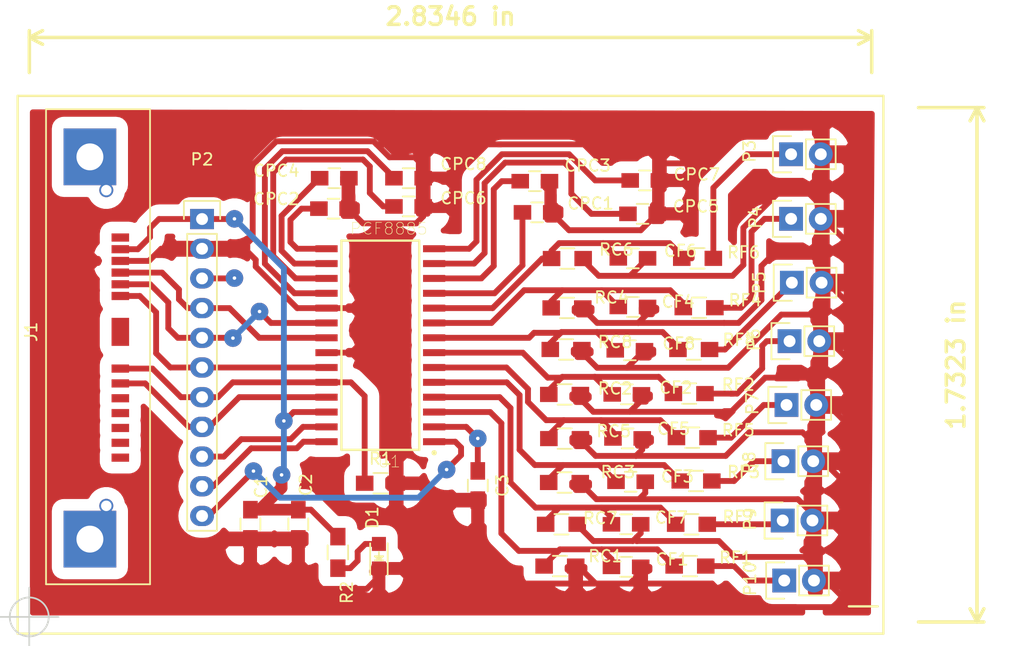
<source format=kicad_pcb>
(kicad_pcb (version 4) (host pcbnew 4.0.5+dfsg1-4~bpo8+1)

  (general
    (links 102)
    (no_connects 1)
    (area 96.18 56.125 185.345668 108.324)
    (thickness 1.6)
    (drawings 8)
    (tracks 459)
    (zones 0)
    (modules 49)
    (nets 37)
  )

  (page A4)
  (layers
    (0 F.Cu signal)
    (31 B.Cu signal)
    (32 B.Adhes user)
    (33 F.Adhes user)
    (34 B.Paste user)
    (35 F.Paste user)
    (36 B.SilkS user)
    (37 F.SilkS user)
    (38 B.Mask user)
    (39 F.Mask user)
    (40 Dwgs.User user)
    (41 Cmts.User user)
    (42 Eco1.User user)
    (43 Eco2.User user)
    (44 Edge.Cuts user)
    (45 Margin user)
    (46 B.CrtYd user)
    (47 F.CrtYd user)
    (48 B.Fab user)
    (49 F.Fab user)
  )

  (setup
    (last_trace_width 0.5)
    (user_trace_width 0.3)
    (user_trace_width 0.35)
    (user_trace_width 0.4)
    (user_trace_width 0.5)
    (user_trace_width 1)
    (trace_clearance 0.2)
    (zone_clearance 1)
    (zone_45_only yes)
    (trace_min 0.2)
    (segment_width 0.2)
    (edge_width 0.15)
    (via_size 0.6)
    (via_drill 0.4)
    (via_min_size 0.4)
    (via_min_drill 0.3)
    (user_via 1.5 0.3)
    (user_via 2 0.3)
    (uvia_size 0.3)
    (uvia_drill 0.1)
    (uvias_allowed no)
    (uvia_min_size 0.2)
    (uvia_min_drill 0.1)
    (pcb_text_width 0.3)
    (pcb_text_size 1.5 1.5)
    (mod_edge_width 0.15)
    (mod_text_size 1 1)
    (mod_text_width 0.15)
    (pad_size 1.524 1.524)
    (pad_drill 0.762)
    (pad_to_mask_clearance 0.2)
    (aux_axis_origin 0 0)
    (visible_elements 7FFFFFFF)
    (pcbplotparams
      (layerselection 0x00030_80000001)
      (usegerberextensions false)
      (excludeedgelayer true)
      (linewidth 0.100000)
      (plotframeref false)
      (viasonmask false)
      (mode 1)
      (useauxorigin false)
      (hpglpennumber 1)
      (hpglpenspeed 20)
      (hpglpendiameter 15)
      (hpglpenoverlay 2)
      (psnegative false)
      (psa4output false)
      (plotreference true)
      (plotvalue true)
      (plotinvisibletext false)
      (padsonsilk false)
      (subtractmaskfromsilk false)
      (outputformat 1)
      (mirror false)
      (drillshape 0)
      (scaleselection 1)
      (outputdirectory "/mnt/local/PasantiaCendit/Desarrollo/Hardware /Cendit11713-v2/CapacitiveKeyboardPCF8885/"))
  )

  (net 0 "")
  (net 1 +3V3)
  (net 2 GNDA)
  (net 3 VDD)
  (net 4 "Net-(CPC1-Pad2)")
  (net 5 "Net-(CPC2-Pad2)")
  (net 6 "Net-(CPC3-Pad2)")
  (net 7 "Net-(CPC4-Pad2)")
  (net 8 "Net-(CPC5-Pad2)")
  (net 9 "Net-(CPC6-Pad2)")
  (net 10 "Net-(CPC7-Pad2)")
  (net 11 "Net-(CPC8-Pad2)")
  (net 12 "Net-(D1-Pad2)")
  (net 13 /SLEEP)
  (net 14 //INT)
  (net 15 /A0)
  (net 16 /SDA)
  (net 17 /SCL)
  (net 18 //INT_IN)
  (net 19 /CLK_OUT)
  (net 20 /CLK_IN)
  (net 21 /PLATE7)
  (net 22 /PLATE3)
  (net 23 /PLATE5)
  (net 24 /PLATE1)
  (net 25 /PLATE4)
  (net 26 /PLATE0)
  (net 27 /PLATE6)
  (net 28 /PLATE2)
  (net 29 /IN7)
  (net 30 /IN6)
  (net 31 /IN5)
  (net 32 /IN4)
  (net 33 /IN3)
  (net 34 /IN2)
  (net 35 /IN1)
  (net 36 /IN0)

  (net_class Default "Esta es la clase de red por defecto."
    (clearance 0.2)
    (trace_width 0.25)
    (via_dia 0.6)
    (via_drill 0.4)
    (uvia_dia 0.3)
    (uvia_drill 0.1)
    (add_net +3V3)
    (add_net //INT)
    (add_net //INT_IN)
    (add_net /A0)
    (add_net /CLK_IN)
    (add_net /CLK_OUT)
    (add_net /IN0)
    (add_net /IN1)
    (add_net /IN2)
    (add_net /IN3)
    (add_net /IN4)
    (add_net /IN5)
    (add_net /IN6)
    (add_net /IN7)
    (add_net /PLATE0)
    (add_net /PLATE1)
    (add_net /PLATE2)
    (add_net /PLATE3)
    (add_net /PLATE4)
    (add_net /PLATE5)
    (add_net /PLATE6)
    (add_net /PLATE7)
    (add_net /SCL)
    (add_net /SDA)
    (add_net /SLEEP)
    (add_net GNDA)
    (add_net "Net-(CPC1-Pad2)")
    (add_net "Net-(CPC2-Pad2)")
    (add_net "Net-(CPC3-Pad2)")
    (add_net "Net-(CPC4-Pad2)")
    (add_net "Net-(CPC5-Pad2)")
    (add_net "Net-(CPC6-Pad2)")
    (add_net "Net-(CPC7-Pad2)")
    (add_net "Net-(CPC8-Pad2)")
    (add_net "Net-(D1-Pad2)")
    (add_net VDD)
  )

  (module Capacitors_SMD:C_0805_HandSoldering (layer F.Cu) (tedit 59E4253E) (tstamp 59E3FF6C)
    (at 115.895 99.645 270)
    (descr "Capacitor SMD 0805, hand soldering")
    (tags "capacitor 0805")
    (path /59CC74CA)
    (attr smd)
    (fp_text reference C1 (at -3.185 -0.91 270) (layer F.SilkS)
      (effects (font (size 1 1) (thickness 0.15)))
    )
    (fp_text value 1uF (at -3.575 0.52 270) (layer F.Fab)
      (effects (font (size 1 1) (thickness 0.15)))
    )
    (fp_line (start -1 0.625) (end -1 -0.625) (layer F.Fab) (width 0.15))
    (fp_line (start 1 0.625) (end -1 0.625) (layer F.Fab) (width 0.15))
    (fp_line (start 1 -0.625) (end 1 0.625) (layer F.Fab) (width 0.15))
    (fp_line (start -1 -0.625) (end 1 -0.625) (layer F.Fab) (width 0.15))
    (fp_line (start -2.3 -1) (end 2.3 -1) (layer F.CrtYd) (width 0.05))
    (fp_line (start -2.3 1) (end 2.3 1) (layer F.CrtYd) (width 0.05))
    (fp_line (start -2.3 -1) (end -2.3 1) (layer F.CrtYd) (width 0.05))
    (fp_line (start 2.3 -1) (end 2.3 1) (layer F.CrtYd) (width 0.05))
    (fp_line (start 0.5 -0.85) (end -0.5 -0.85) (layer F.SilkS) (width 0.15))
    (fp_line (start -0.5 0.85) (end 0.5 0.85) (layer F.SilkS) (width 0.15))
    (pad 1 smd rect (at -1.25 0 270) (size 1.5 1.25) (layers F.Cu F.Paste F.Mask)
      (net 1 +3V3))
    (pad 2 smd rect (at 1.25 0 270) (size 1.5 1.25) (layers F.Cu F.Paste F.Mask)
      (net 2 GNDA))
    (model Capacitors_SMD.3dshapes/C_0805_HandSoldering.wrl
      (at (xyz 0 0 0))
      (scale (xyz 1 1 1))
      (rotate (xyz 0 0 0))
    )
  )

  (module Capacitors_SMD:C_0805_HandSoldering (layer F.Cu) (tedit 59E42545) (tstamp 59E3FF72)
    (at 119.99 99.645 270)
    (descr "Capacitor SMD 0805, hand soldering")
    (tags "capacitor 0805")
    (path /59CC78C4)
    (attr smd)
    (fp_text reference C2 (at -3.38 -0.65 270) (layer F.SilkS)
      (effects (font (size 1 1) (thickness 0.15)))
    )
    (fp_text value 100nF (at -4.42 0.91 270) (layer F.Fab)
      (effects (font (size 1 1) (thickness 0.15)))
    )
    (fp_line (start -1 0.625) (end -1 -0.625) (layer F.Fab) (width 0.15))
    (fp_line (start 1 0.625) (end -1 0.625) (layer F.Fab) (width 0.15))
    (fp_line (start 1 -0.625) (end 1 0.625) (layer F.Fab) (width 0.15))
    (fp_line (start -1 -0.625) (end 1 -0.625) (layer F.Fab) (width 0.15))
    (fp_line (start -2.3 -1) (end 2.3 -1) (layer F.CrtYd) (width 0.05))
    (fp_line (start -2.3 1) (end 2.3 1) (layer F.CrtYd) (width 0.05))
    (fp_line (start -2.3 -1) (end -2.3 1) (layer F.CrtYd) (width 0.05))
    (fp_line (start 2.3 -1) (end 2.3 1) (layer F.CrtYd) (width 0.05))
    (fp_line (start 0.5 -0.85) (end -0.5 -0.85) (layer F.SilkS) (width 0.15))
    (fp_line (start -0.5 0.85) (end 0.5 0.85) (layer F.SilkS) (width 0.15))
    (pad 1 smd rect (at -1.25 0 270) (size 1.5 1.25) (layers F.Cu F.Paste F.Mask)
      (net 1 +3V3))
    (pad 2 smd rect (at 1.25 0 270) (size 1.5 1.25) (layers F.Cu F.Paste F.Mask)
      (net 2 GNDA))
    (model Capacitors_SMD.3dshapes/C_0805_HandSoldering.wrl
      (at (xyz 0 0 0))
      (scale (xyz 1 1 1))
      (rotate (xyz 0 0 0))
    )
  )

  (module Capacitors_SMD:C_0805_HandSoldering (layer F.Cu) (tedit 541A9B8D) (tstamp 59E3FF78)
    (at 135.33 96.33 270)
    (descr "Capacitor SMD 0805, hand soldering")
    (tags "capacitor 0805")
    (path /59CC7963)
    (attr smd)
    (fp_text reference C3 (at 0 -2.1 270) (layer F.SilkS)
      (effects (font (size 1 1) (thickness 0.15)))
    )
    (fp_text value 100nF (at 0 2.1 270) (layer F.Fab)
      (effects (font (size 1 1) (thickness 0.15)))
    )
    (fp_line (start -1 0.625) (end -1 -0.625) (layer F.Fab) (width 0.15))
    (fp_line (start 1 0.625) (end -1 0.625) (layer F.Fab) (width 0.15))
    (fp_line (start 1 -0.625) (end 1 0.625) (layer F.Fab) (width 0.15))
    (fp_line (start -1 -0.625) (end 1 -0.625) (layer F.Fab) (width 0.15))
    (fp_line (start -2.3 -1) (end 2.3 -1) (layer F.CrtYd) (width 0.05))
    (fp_line (start -2.3 1) (end 2.3 1) (layer F.CrtYd) (width 0.05))
    (fp_line (start -2.3 -1) (end -2.3 1) (layer F.CrtYd) (width 0.05))
    (fp_line (start 2.3 -1) (end 2.3 1) (layer F.CrtYd) (width 0.05))
    (fp_line (start 0.5 -0.85) (end -0.5 -0.85) (layer F.SilkS) (width 0.15))
    (fp_line (start -0.5 0.85) (end 0.5 0.85) (layer F.SilkS) (width 0.15))
    (pad 1 smd rect (at -1.25 0 270) (size 1.5 1.25) (layers F.Cu F.Paste F.Mask)
      (net 3 VDD))
    (pad 2 smd rect (at 1.25 0 270) (size 1.5 1.25) (layers F.Cu F.Paste F.Mask)
      (net 2 GNDA))
    (model Capacitors_SMD.3dshapes/C_0805_HandSoldering.wrl
      (at (xyz 0 0 0))
      (scale (xyz 1 1 1))
      (rotate (xyz 0 0 0))
    )
  )

  (module Capacitors_SMD:C_0805_HandSoldering (layer F.Cu) (tedit 59E41D6A) (tstamp 59E3FF7E)
    (at 148.005 103.285)
    (descr "Capacitor SMD 0805, hand soldering")
    (tags "capacitor 0805")
    (path /59CA676B)
    (attr smd)
    (fp_text reference CF1 (at 3.937 -0.635) (layer F.SilkS)
      (effects (font (size 1 1) (thickness 0.15)))
    )
    (fp_text value 10p (at 3.965 0.715) (layer F.Fab)
      (effects (font (size 1 1) (thickness 0.15)))
    )
    (fp_line (start -1 0.625) (end -1 -0.625) (layer F.Fab) (width 0.15))
    (fp_line (start 1 0.625) (end -1 0.625) (layer F.Fab) (width 0.15))
    (fp_line (start 1 -0.625) (end 1 0.625) (layer F.Fab) (width 0.15))
    (fp_line (start -1 -0.625) (end 1 -0.625) (layer F.Fab) (width 0.15))
    (fp_line (start -2.3 -1) (end 2.3 -1) (layer F.CrtYd) (width 0.05))
    (fp_line (start -2.3 1) (end 2.3 1) (layer F.CrtYd) (width 0.05))
    (fp_line (start -2.3 -1) (end -2.3 1) (layer F.CrtYd) (width 0.05))
    (fp_line (start 2.3 -1) (end 2.3 1) (layer F.CrtYd) (width 0.05))
    (fp_line (start 0.5 -0.85) (end -0.5 -0.85) (layer F.SilkS) (width 0.15))
    (fp_line (start -0.5 0.85) (end 0.5 0.85) (layer F.SilkS) (width 0.15))
    (pad 1 smd rect (at -1.25 0) (size 1.5 1.25) (layers F.Cu F.Paste F.Mask)
      (net 29 /IN7))
    (pad 2 smd rect (at 1.25 0) (size 1.5 1.25) (layers F.Cu F.Paste F.Mask)
      (net 2 GNDA))
    (model Capacitors_SMD.3dshapes/C_0805_HandSoldering.wrl
      (at (xyz 0 0 0))
      (scale (xyz 1 1 1))
      (rotate (xyz 0 0 0))
    )
  )

  (module Capacitors_SMD:C_0805_HandSoldering (layer F.Cu) (tedit 59E40B1B) (tstamp 59E3FF84)
    (at 148.07 88.53)
    (descr "Capacitor SMD 0805, hand soldering")
    (tags "capacitor 0805")
    (path /59CA77FE)
    (attr smd)
    (fp_text reference CF2 (at 4.191 -0.5715) (layer F.SilkS)
      (effects (font (size 1 1) (thickness 0.15)))
    )
    (fp_text value 10p (at 4.1275 0.762) (layer F.Fab)
      (effects (font (size 1 1) (thickness 0.15)))
    )
    (fp_line (start -1 0.625) (end -1 -0.625) (layer F.Fab) (width 0.15))
    (fp_line (start 1 0.625) (end -1 0.625) (layer F.Fab) (width 0.15))
    (fp_line (start 1 -0.625) (end 1 0.625) (layer F.Fab) (width 0.15))
    (fp_line (start -1 -0.625) (end 1 -0.625) (layer F.Fab) (width 0.15))
    (fp_line (start -2.3 -1) (end 2.3 -1) (layer F.CrtYd) (width 0.05))
    (fp_line (start -2.3 1) (end 2.3 1) (layer F.CrtYd) (width 0.05))
    (fp_line (start -2.3 -1) (end -2.3 1) (layer F.CrtYd) (width 0.05))
    (fp_line (start 2.3 -1) (end 2.3 1) (layer F.CrtYd) (width 0.05))
    (fp_line (start 0.5 -0.85) (end -0.5 -0.85) (layer F.SilkS) (width 0.15))
    (fp_line (start -0.5 0.85) (end 0.5 0.85) (layer F.SilkS) (width 0.15))
    (pad 1 smd rect (at -1.25 0) (size 1.5 1.25) (layers F.Cu F.Paste F.Mask)
      (net 33 /IN3))
    (pad 2 smd rect (at 1.25 0) (size 1.5 1.25) (layers F.Cu F.Paste F.Mask)
      (net 2 GNDA))
    (model Capacitors_SMD.3dshapes/C_0805_HandSoldering.wrl
      (at (xyz 0 0 0))
      (scale (xyz 1 1 1))
      (rotate (xyz 0 0 0))
    )
  )

  (module Capacitors_SMD:C_0805_HandSoldering (layer F.Cu) (tedit 59E40B17) (tstamp 59E3FF8A)
    (at 148.395 96.005)
    (descr "Capacitor SMD 0805, hand soldering")
    (tags "capacitor 0805")
    (path /59CA6CCF)
    (attr smd)
    (fp_text reference CF3 (at 4.0005 -0.4445) (layer F.SilkS)
      (effects (font (size 1 1) (thickness 0.15)))
    )
    (fp_text value 10p (at 4.191 1.016) (layer F.Fab)
      (effects (font (size 1 1) (thickness 0.15)))
    )
    (fp_line (start -1 0.625) (end -1 -0.625) (layer F.Fab) (width 0.15))
    (fp_line (start 1 0.625) (end -1 0.625) (layer F.Fab) (width 0.15))
    (fp_line (start 1 -0.625) (end 1 0.625) (layer F.Fab) (width 0.15))
    (fp_line (start -1 -0.625) (end 1 -0.625) (layer F.Fab) (width 0.15))
    (fp_line (start -2.3 -1) (end 2.3 -1) (layer F.CrtYd) (width 0.05))
    (fp_line (start -2.3 1) (end 2.3 1) (layer F.CrtYd) (width 0.05))
    (fp_line (start -2.3 -1) (end -2.3 1) (layer F.CrtYd) (width 0.05))
    (fp_line (start 2.3 -1) (end 2.3 1) (layer F.CrtYd) (width 0.05))
    (fp_line (start 0.5 -0.85) (end -0.5 -0.85) (layer F.SilkS) (width 0.15))
    (fp_line (start -0.5 0.85) (end 0.5 0.85) (layer F.SilkS) (width 0.15))
    (pad 1 smd rect (at -1.25 0) (size 1.5 1.25) (layers F.Cu F.Paste F.Mask)
      (net 31 /IN5))
    (pad 2 smd rect (at 1.25 0) (size 1.5 1.25) (layers F.Cu F.Paste F.Mask)
      (net 2 GNDA))
    (model Capacitors_SMD.3dshapes/C_0805_HandSoldering.wrl
      (at (xyz 0 0 0))
      (scale (xyz 1 1 1))
      (rotate (xyz 0 0 0))
    )
  )

  (module Capacitors_SMD:C_0805_HandSoldering (layer F.Cu) (tedit 59E40B0A) (tstamp 59E3FF90)
    (at 148.59 81.055)
    (descr "Capacitor SMD 0805, hand soldering")
    (tags "capacitor 0805")
    (path /59CA7846)
    (attr smd)
    (fp_text reference CF4 (at 3.8735 -0.4445) (layer F.SilkS)
      (effects (font (size 1 1) (thickness 0.15)))
    )
    (fp_text value 10p (at 3.81 0.9525) (layer F.Fab)
      (effects (font (size 1 1) (thickness 0.15)))
    )
    (fp_line (start -1 0.625) (end -1 -0.625) (layer F.Fab) (width 0.15))
    (fp_line (start 1 0.625) (end -1 0.625) (layer F.Fab) (width 0.15))
    (fp_line (start 1 -0.625) (end 1 0.625) (layer F.Fab) (width 0.15))
    (fp_line (start -1 -0.625) (end 1 -0.625) (layer F.Fab) (width 0.15))
    (fp_line (start -2.3 -1) (end 2.3 -1) (layer F.CrtYd) (width 0.05))
    (fp_line (start -2.3 1) (end 2.3 1) (layer F.CrtYd) (width 0.05))
    (fp_line (start -2.3 -1) (end -2.3 1) (layer F.CrtYd) (width 0.05))
    (fp_line (start 2.3 -1) (end 2.3 1) (layer F.CrtYd) (width 0.05))
    (fp_line (start 0.5 -0.85) (end -0.5 -0.85) (layer F.SilkS) (width 0.15))
    (fp_line (start -0.5 0.85) (end 0.5 0.85) (layer F.SilkS) (width 0.15))
    (pad 1 smd rect (at -1.25 0) (size 1.5 1.25) (layers F.Cu F.Paste F.Mask)
      (net 35 /IN1))
    (pad 2 smd rect (at 1.25 0) (size 1.5 1.25) (layers F.Cu F.Paste F.Mask)
      (net 2 GNDA))
    (model Capacitors_SMD.3dshapes/C_0805_HandSoldering.wrl
      (at (xyz 0 0 0))
      (scale (xyz 1 1 1))
      (rotate (xyz 0 0 0))
    )
  )

  (module Capacitors_SMD:C_0805_HandSoldering (layer F.Cu) (tedit 59E40AFD) (tstamp 59E3FF96)
    (at 148.135 92.3)
    (descr "Capacitor SMD 0805, hand soldering")
    (tags "capacitor 0805")
    (path /59CA6F8B)
    (attr smd)
    (fp_text reference CF5 (at 3.937 -0.8255) (layer F.SilkS)
      (effects (font (size 1 1) (thickness 0.15)))
    )
    (fp_text value 10p (at 4.0005 0.5715) (layer F.Fab)
      (effects (font (size 1 1) (thickness 0.15)))
    )
    (fp_line (start -1 0.625) (end -1 -0.625) (layer F.Fab) (width 0.15))
    (fp_line (start 1 0.625) (end -1 0.625) (layer F.Fab) (width 0.15))
    (fp_line (start 1 -0.625) (end 1 0.625) (layer F.Fab) (width 0.15))
    (fp_line (start -1 -0.625) (end 1 -0.625) (layer F.Fab) (width 0.15))
    (fp_line (start -2.3 -1) (end 2.3 -1) (layer F.CrtYd) (width 0.05))
    (fp_line (start -2.3 1) (end 2.3 1) (layer F.CrtYd) (width 0.05))
    (fp_line (start -2.3 -1) (end -2.3 1) (layer F.CrtYd) (width 0.05))
    (fp_line (start 2.3 -1) (end 2.3 1) (layer F.CrtYd) (width 0.05))
    (fp_line (start 0.5 -0.85) (end -0.5 -0.85) (layer F.SilkS) (width 0.15))
    (fp_line (start -0.5 0.85) (end 0.5 0.85) (layer F.SilkS) (width 0.15))
    (pad 1 smd rect (at -1.25 0) (size 1.5 1.25) (layers F.Cu F.Paste F.Mask)
      (net 32 /IN4))
    (pad 2 smd rect (at 1.25 0) (size 1.5 1.25) (layers F.Cu F.Paste F.Mask)
      (net 2 GNDA))
    (model Capacitors_SMD.3dshapes/C_0805_HandSoldering.wrl
      (at (xyz 0 0 0))
      (scale (xyz 1 1 1))
      (rotate (xyz 0 0 0))
    )
  )

  (module Capacitors_SMD:C_0805_HandSoldering (layer F.Cu) (tedit 59E40B24) (tstamp 59E3FF9C)
    (at 148.59 76.895)
    (descr "Capacitor SMD 0805, hand soldering")
    (tags "capacitor 0805")
    (path /59CA786A)
    (attr smd)
    (fp_text reference CF6 (at 4.064 -0.635) (layer F.SilkS)
      (effects (font (size 1 1) (thickness 0.15)))
    )
    (fp_text value 10p (at 4.0005 0.762) (layer F.Fab)
      (effects (font (size 1 1) (thickness 0.15)))
    )
    (fp_line (start -1 0.625) (end -1 -0.625) (layer F.Fab) (width 0.15))
    (fp_line (start 1 0.625) (end -1 0.625) (layer F.Fab) (width 0.15))
    (fp_line (start 1 -0.625) (end 1 0.625) (layer F.Fab) (width 0.15))
    (fp_line (start -1 -0.625) (end 1 -0.625) (layer F.Fab) (width 0.15))
    (fp_line (start -2.3 -1) (end 2.3 -1) (layer F.CrtYd) (width 0.05))
    (fp_line (start -2.3 1) (end 2.3 1) (layer F.CrtYd) (width 0.05))
    (fp_line (start -2.3 -1) (end -2.3 1) (layer F.CrtYd) (width 0.05))
    (fp_line (start 2.3 -1) (end 2.3 1) (layer F.CrtYd) (width 0.05))
    (fp_line (start 0.5 -0.85) (end -0.5 -0.85) (layer F.SilkS) (width 0.15))
    (fp_line (start -0.5 0.85) (end 0.5 0.85) (layer F.SilkS) (width 0.15))
    (pad 1 smd rect (at -1.25 0) (size 1.5 1.25) (layers F.Cu F.Paste F.Mask)
      (net 36 /IN0))
    (pad 2 smd rect (at 1.25 0) (size 1.5 1.25) (layers F.Cu F.Paste F.Mask)
      (net 2 GNDA))
    (model Capacitors_SMD.3dshapes/C_0805_HandSoldering.wrl
      (at (xyz 0 0 0))
      (scale (xyz 1 1 1))
      (rotate (xyz 0 0 0))
    )
  )

  (module Capacitors_SMD:C_0805_HandSoldering (layer F.Cu) (tedit 59E40B2D) (tstamp 59E3FFA2)
    (at 148.005 99.645)
    (descr "Capacitor SMD 0805, hand soldering")
    (tags "capacitor 0805")
    (path /59CA6A5B)
    (attr smd)
    (fp_text reference CF7 (at 3.8735 -0.5715) (layer F.SilkS)
      (effects (font (size 1 1) (thickness 0.15)))
    )
    (fp_text value 10p (at 4.064 0.8255) (layer F.Fab)
      (effects (font (size 1 1) (thickness 0.15)))
    )
    (fp_line (start -1 0.625) (end -1 -0.625) (layer F.Fab) (width 0.15))
    (fp_line (start 1 0.625) (end -1 0.625) (layer F.Fab) (width 0.15))
    (fp_line (start 1 -0.625) (end 1 0.625) (layer F.Fab) (width 0.15))
    (fp_line (start -1 -0.625) (end 1 -0.625) (layer F.Fab) (width 0.15))
    (fp_line (start -2.3 -1) (end 2.3 -1) (layer F.CrtYd) (width 0.05))
    (fp_line (start -2.3 1) (end 2.3 1) (layer F.CrtYd) (width 0.05))
    (fp_line (start -2.3 -1) (end -2.3 1) (layer F.CrtYd) (width 0.05))
    (fp_line (start 2.3 -1) (end 2.3 1) (layer F.CrtYd) (width 0.05))
    (fp_line (start 0.5 -0.85) (end -0.5 -0.85) (layer F.SilkS) (width 0.15))
    (fp_line (start -0.5 0.85) (end 0.5 0.85) (layer F.SilkS) (width 0.15))
    (pad 1 smd rect (at -1.25 0) (size 1.5 1.25) (layers F.Cu F.Paste F.Mask)
      (net 30 /IN6))
    (pad 2 smd rect (at 1.25 0) (size 1.5 1.25) (layers F.Cu F.Paste F.Mask)
      (net 2 GNDA))
    (model Capacitors_SMD.3dshapes/C_0805_HandSoldering.wrl
      (at (xyz 0 0 0))
      (scale (xyz 1 1 1))
      (rotate (xyz 0 0 0))
    )
  )

  (module Capacitors_SMD:C_0805_HandSoldering (layer F.Cu) (tedit 59E40B30) (tstamp 59E3FFA8)
    (at 148.33 84.76)
    (descr "Capacitor SMD 0805, hand soldering")
    (tags "capacitor 0805")
    (path /59CA7822)
    (attr smd)
    (fp_text reference CF8 (at 4.191 -0.5715) (layer F.SilkS)
      (effects (font (size 1 1) (thickness 0.15)))
    )
    (fp_text value 10p (at 4.2545 0.8255) (layer F.Fab)
      (effects (font (size 1 1) (thickness 0.15)))
    )
    (fp_line (start -1 0.625) (end -1 -0.625) (layer F.Fab) (width 0.15))
    (fp_line (start 1 0.625) (end -1 0.625) (layer F.Fab) (width 0.15))
    (fp_line (start 1 -0.625) (end 1 0.625) (layer F.Fab) (width 0.15))
    (fp_line (start -1 -0.625) (end 1 -0.625) (layer F.Fab) (width 0.15))
    (fp_line (start -2.3 -1) (end 2.3 -1) (layer F.CrtYd) (width 0.05))
    (fp_line (start -2.3 1) (end 2.3 1) (layer F.CrtYd) (width 0.05))
    (fp_line (start -2.3 -1) (end -2.3 1) (layer F.CrtYd) (width 0.05))
    (fp_line (start 2.3 -1) (end 2.3 1) (layer F.CrtYd) (width 0.05))
    (fp_line (start 0.5 -0.85) (end -0.5 -0.85) (layer F.SilkS) (width 0.15))
    (fp_line (start -0.5 0.85) (end 0.5 0.85) (layer F.SilkS) (width 0.15))
    (pad 1 smd rect (at -1.25 0) (size 1.5 1.25) (layers F.Cu F.Paste F.Mask)
      (net 34 /IN2))
    (pad 2 smd rect (at 1.25 0) (size 1.5 1.25) (layers F.Cu F.Paste F.Mask)
      (net 2 GNDA))
    (model Capacitors_SMD.3dshapes/C_0805_HandSoldering.wrl
      (at (xyz 0 0 0))
      (scale (xyz 1 1 1))
      (rotate (xyz 0 0 0))
    )
  )

  (module Capacitors_SMD:C_0805_HandSoldering (layer F.Cu) (tedit 59E40F15) (tstamp 59E3FFAE)
    (at 140.3985 72.9615 180)
    (descr "Capacitor SMD 0805, hand soldering")
    (tags "capacitor 0805")
    (path /59CAB5F6)
    (attr smd)
    (fp_text reference CPC1 (at -4.572 0.762 180) (layer F.SilkS)
      (effects (font (size 1 1) (thickness 0.15)))
    )
    (fp_text value 100nF (at -4.953 -0.6985 180) (layer F.Fab)
      (effects (font (size 1 1) (thickness 0.15)))
    )
    (fp_line (start -1 0.625) (end -1 -0.625) (layer F.Fab) (width 0.15))
    (fp_line (start 1 0.625) (end -1 0.625) (layer F.Fab) (width 0.15))
    (fp_line (start 1 -0.625) (end 1 0.625) (layer F.Fab) (width 0.15))
    (fp_line (start -1 -0.625) (end 1 -0.625) (layer F.Fab) (width 0.15))
    (fp_line (start -2.3 -1) (end 2.3 -1) (layer F.CrtYd) (width 0.05))
    (fp_line (start -2.3 1) (end 2.3 1) (layer F.CrtYd) (width 0.05))
    (fp_line (start -2.3 -1) (end -2.3 1) (layer F.CrtYd) (width 0.05))
    (fp_line (start 2.3 -1) (end 2.3 1) (layer F.CrtYd) (width 0.05))
    (fp_line (start 0.5 -0.85) (end -0.5 -0.85) (layer F.SilkS) (width 0.15))
    (fp_line (start -0.5 0.85) (end 0.5 0.85) (layer F.SilkS) (width 0.15))
    (pad 1 smd rect (at -1.25 0 180) (size 1.5 1.25) (layers F.Cu F.Paste F.Mask)
      (net 2 GNDA))
    (pad 2 smd rect (at 1.25 0 180) (size 1.5 1.25) (layers F.Cu F.Paste F.Mask)
      (net 4 "Net-(CPC1-Pad2)"))
    (model Capacitors_SMD.3dshapes/C_0805_HandSoldering.wrl
      (at (xyz 0 0 0))
      (scale (xyz 1 1 1))
      (rotate (xyz 0 0 0))
    )
  )

  (module Capacitors_SMD:C_0805_HandSoldering (layer F.Cu) (tedit 59E41018) (tstamp 59E3FFB4)
    (at 122.9995 72.644 180)
    (descr "Capacitor SMD 0805, hand soldering")
    (tags "capacitor 0805")
    (path /59CAB6EC)
    (attr smd)
    (fp_text reference CPC2 (at 4.8895 0.8255 180) (layer F.SilkS)
      (effects (font (size 1 1) (thickness 0.15)))
    )
    (fp_text value 100nF (at 5.207 -0.635 180) (layer F.Fab)
      (effects (font (size 1 1) (thickness 0.15)))
    )
    (fp_line (start -1 0.625) (end -1 -0.625) (layer F.Fab) (width 0.15))
    (fp_line (start 1 0.625) (end -1 0.625) (layer F.Fab) (width 0.15))
    (fp_line (start 1 -0.625) (end 1 0.625) (layer F.Fab) (width 0.15))
    (fp_line (start -1 -0.625) (end 1 -0.625) (layer F.Fab) (width 0.15))
    (fp_line (start -2.3 -1) (end 2.3 -1) (layer F.CrtYd) (width 0.05))
    (fp_line (start -2.3 1) (end 2.3 1) (layer F.CrtYd) (width 0.05))
    (fp_line (start -2.3 -1) (end -2.3 1) (layer F.CrtYd) (width 0.05))
    (fp_line (start 2.3 -1) (end 2.3 1) (layer F.CrtYd) (width 0.05))
    (fp_line (start 0.5 -0.85) (end -0.5 -0.85) (layer F.SilkS) (width 0.15))
    (fp_line (start -0.5 0.85) (end 0.5 0.85) (layer F.SilkS) (width 0.15))
    (pad 1 smd rect (at -1.25 0 180) (size 1.5 1.25) (layers F.Cu F.Paste F.Mask)
      (net 2 GNDA))
    (pad 2 smd rect (at 1.25 0 180) (size 1.5 1.25) (layers F.Cu F.Paste F.Mask)
      (net 5 "Net-(CPC2-Pad2)"))
    (model Capacitors_SMD.3dshapes/C_0805_HandSoldering.wrl
      (at (xyz 0 0 0))
      (scale (xyz 1 1 1))
      (rotate (xyz 0 0 0))
    )
  )

  (module Capacitors_SMD:C_0805_HandSoldering (layer F.Cu) (tedit 59E40F3F) (tstamp 59E3FFBA)
    (at 140.208 70.2945 180)
    (descr "Capacitor SMD 0805, hand soldering")
    (tags "capacitor 0805")
    (path /59CAB101)
    (attr smd)
    (fp_text reference CPC3 (at -4.5085 1.3335 180) (layer F.SilkS)
      (effects (font (size 1 1) (thickness 0.15)))
    )
    (fp_text value 100nF (at -5.2705 -0.0635 180) (layer F.Fab)
      (effects (font (size 1 1) (thickness 0.15)))
    )
    (fp_line (start -1 0.625) (end -1 -0.625) (layer F.Fab) (width 0.15))
    (fp_line (start 1 0.625) (end -1 0.625) (layer F.Fab) (width 0.15))
    (fp_line (start 1 -0.625) (end 1 0.625) (layer F.Fab) (width 0.15))
    (fp_line (start -1 -0.625) (end 1 -0.625) (layer F.Fab) (width 0.15))
    (fp_line (start -2.3 -1) (end 2.3 -1) (layer F.CrtYd) (width 0.05))
    (fp_line (start -2.3 1) (end 2.3 1) (layer F.CrtYd) (width 0.05))
    (fp_line (start -2.3 -1) (end -2.3 1) (layer F.CrtYd) (width 0.05))
    (fp_line (start 2.3 -1) (end 2.3 1) (layer F.CrtYd) (width 0.05))
    (fp_line (start 0.5 -0.85) (end -0.5 -0.85) (layer F.SilkS) (width 0.15))
    (fp_line (start -0.5 0.85) (end 0.5 0.85) (layer F.SilkS) (width 0.15))
    (pad 1 smd rect (at -1.25 0 180) (size 1.5 1.25) (layers F.Cu F.Paste F.Mask)
      (net 2 GNDA))
    (pad 2 smd rect (at 1.25 0 180) (size 1.5 1.25) (layers F.Cu F.Paste F.Mask)
      (net 6 "Net-(CPC3-Pad2)"))
    (model Capacitors_SMD.3dshapes/C_0805_HandSoldering.wrl
      (at (xyz 0 0 0))
      (scale (xyz 1 1 1))
      (rotate (xyz 0 0 0))
    )
  )

  (module Capacitors_SMD:C_0805_HandSoldering (layer F.Cu) (tedit 59E41026) (tstamp 59E3FFC0)
    (at 123.063 70.0405 180)
    (descr "Capacitor SMD 0805, hand soldering")
    (tags "capacitor 0805")
    (path /59CAB6E6)
    (attr smd)
    (fp_text reference CPC4 (at 4.953 0.635 180) (layer F.SilkS)
      (effects (font (size 1 1) (thickness 0.15)))
    )
    (fp_text value 100nF (at 5.0165 -0.762 180) (layer F.Fab)
      (effects (font (size 1 1) (thickness 0.15)))
    )
    (fp_line (start -1 0.625) (end -1 -0.625) (layer F.Fab) (width 0.15))
    (fp_line (start 1 0.625) (end -1 0.625) (layer F.Fab) (width 0.15))
    (fp_line (start 1 -0.625) (end 1 0.625) (layer F.Fab) (width 0.15))
    (fp_line (start -1 -0.625) (end 1 -0.625) (layer F.Fab) (width 0.15))
    (fp_line (start -2.3 -1) (end 2.3 -1) (layer F.CrtYd) (width 0.05))
    (fp_line (start -2.3 1) (end 2.3 1) (layer F.CrtYd) (width 0.05))
    (fp_line (start -2.3 -1) (end -2.3 1) (layer F.CrtYd) (width 0.05))
    (fp_line (start 2.3 -1) (end 2.3 1) (layer F.CrtYd) (width 0.05))
    (fp_line (start 0.5 -0.85) (end -0.5 -0.85) (layer F.SilkS) (width 0.15))
    (fp_line (start -0.5 0.85) (end 0.5 0.85) (layer F.SilkS) (width 0.15))
    (pad 1 smd rect (at -1.25 0 180) (size 1.5 1.25) (layers F.Cu F.Paste F.Mask)
      (net 2 GNDA))
    (pad 2 smd rect (at 1.25 0 180) (size 1.5 1.25) (layers F.Cu F.Paste F.Mask)
      (net 7 "Net-(CPC4-Pad2)"))
    (model Capacitors_SMD.3dshapes/C_0805_HandSoldering.wrl
      (at (xyz 0 0 0))
      (scale (xyz 1 1 1))
      (rotate (xyz 0 0 0))
    )
  )

  (module Capacitors_SMD:C_0805_HandSoldering (layer F.Cu) (tedit 59E40F4F) (tstamp 59E3FFC6)
    (at 149.4155 73.0885 180)
    (descr "Capacitor SMD 0805, hand soldering")
    (tags "capacitor 0805")
    (path /59CAB5FC)
    (attr smd)
    (fp_text reference CPC5 (at -4.572 0.635 180) (layer F.SilkS)
      (effects (font (size 1 1) (thickness 0.15)))
    )
    (fp_text value 100nF (at -5.0165 -0.635 180) (layer F.Fab)
      (effects (font (size 1 1) (thickness 0.15)))
    )
    (fp_line (start -1 0.625) (end -1 -0.625) (layer F.Fab) (width 0.15))
    (fp_line (start 1 0.625) (end -1 0.625) (layer F.Fab) (width 0.15))
    (fp_line (start 1 -0.625) (end 1 0.625) (layer F.Fab) (width 0.15))
    (fp_line (start -1 -0.625) (end 1 -0.625) (layer F.Fab) (width 0.15))
    (fp_line (start -2.3 -1) (end 2.3 -1) (layer F.CrtYd) (width 0.05))
    (fp_line (start -2.3 1) (end 2.3 1) (layer F.CrtYd) (width 0.05))
    (fp_line (start -2.3 -1) (end -2.3 1) (layer F.CrtYd) (width 0.05))
    (fp_line (start 2.3 -1) (end 2.3 1) (layer F.CrtYd) (width 0.05))
    (fp_line (start 0.5 -0.85) (end -0.5 -0.85) (layer F.SilkS) (width 0.15))
    (fp_line (start -0.5 0.85) (end 0.5 0.85) (layer F.SilkS) (width 0.15))
    (pad 1 smd rect (at -1.25 0 180) (size 1.5 1.25) (layers F.Cu F.Paste F.Mask)
      (net 2 GNDA))
    (pad 2 smd rect (at 1.25 0 180) (size 1.5 1.25) (layers F.Cu F.Paste F.Mask)
      (net 8 "Net-(CPC5-Pad2)"))
    (model Capacitors_SMD.3dshapes/C_0805_HandSoldering.wrl
      (at (xyz 0 0 0))
      (scale (xyz 1 1 1))
      (rotate (xyz 0 0 0))
    )
  )

  (module Capacitors_SMD:C_0805_HandSoldering (layer F.Cu) (tedit 59E4103A) (tstamp 59E3FFCC)
    (at 129.413 72.4535 180)
    (descr "Capacitor SMD 0805, hand soldering")
    (tags "capacitor 0805")
    (path /59CAB6F8)
    (attr smd)
    (fp_text reference CPC6 (at -4.699 0.6985 180) (layer F.SilkS)
      (effects (font (size 1 1) (thickness 0.15)))
    )
    (fp_text value 100nF (at -5.2705 -0.6985 180) (layer F.Fab)
      (effects (font (size 1 1) (thickness 0.15)))
    )
    (fp_line (start -1 0.625) (end -1 -0.625) (layer F.Fab) (width 0.15))
    (fp_line (start 1 0.625) (end -1 0.625) (layer F.Fab) (width 0.15))
    (fp_line (start 1 -0.625) (end 1 0.625) (layer F.Fab) (width 0.15))
    (fp_line (start -1 -0.625) (end 1 -0.625) (layer F.Fab) (width 0.15))
    (fp_line (start -2.3 -1) (end 2.3 -1) (layer F.CrtYd) (width 0.05))
    (fp_line (start -2.3 1) (end 2.3 1) (layer F.CrtYd) (width 0.05))
    (fp_line (start -2.3 -1) (end -2.3 1) (layer F.CrtYd) (width 0.05))
    (fp_line (start 2.3 -1) (end 2.3 1) (layer F.CrtYd) (width 0.05))
    (fp_line (start 0.5 -0.85) (end -0.5 -0.85) (layer F.SilkS) (width 0.15))
    (fp_line (start -0.5 0.85) (end 0.5 0.85) (layer F.SilkS) (width 0.15))
    (pad 1 smd rect (at -1.25 0 180) (size 1.5 1.25) (layers F.Cu F.Paste F.Mask)
      (net 2 GNDA))
    (pad 2 smd rect (at 1.25 0 180) (size 1.5 1.25) (layers F.Cu F.Paste F.Mask)
      (net 9 "Net-(CPC6-Pad2)"))
    (model Capacitors_SMD.3dshapes/C_0805_HandSoldering.wrl
      (at (xyz 0 0 0))
      (scale (xyz 1 1 1))
      (rotate (xyz 0 0 0))
    )
  )

  (module Capacitors_SMD:C_0805_HandSoldering (layer F.Cu) (tedit 59E40F48) (tstamp 59E3FFD2)
    (at 149.606 70.231 180)
    (descr "Capacitor SMD 0805, hand soldering")
    (tags "capacitor 0805")
    (path /59CAB560)
    (attr smd)
    (fp_text reference CPC7 (at -4.445 0.508 180) (layer F.SilkS)
      (effects (font (size 1 1) (thickness 0.15)))
    )
    (fp_text value 100nF (at -4.826 -0.762 180) (layer F.Fab)
      (effects (font (size 1 1) (thickness 0.15)))
    )
    (fp_line (start -1 0.625) (end -1 -0.625) (layer F.Fab) (width 0.15))
    (fp_line (start 1 0.625) (end -1 0.625) (layer F.Fab) (width 0.15))
    (fp_line (start 1 -0.625) (end 1 0.625) (layer F.Fab) (width 0.15))
    (fp_line (start -1 -0.625) (end 1 -0.625) (layer F.Fab) (width 0.15))
    (fp_line (start -2.3 -1) (end 2.3 -1) (layer F.CrtYd) (width 0.05))
    (fp_line (start -2.3 1) (end 2.3 1) (layer F.CrtYd) (width 0.05))
    (fp_line (start -2.3 -1) (end -2.3 1) (layer F.CrtYd) (width 0.05))
    (fp_line (start 2.3 -1) (end 2.3 1) (layer F.CrtYd) (width 0.05))
    (fp_line (start 0.5 -0.85) (end -0.5 -0.85) (layer F.SilkS) (width 0.15))
    (fp_line (start -0.5 0.85) (end 0.5 0.85) (layer F.SilkS) (width 0.15))
    (pad 1 smd rect (at -1.25 0 180) (size 1.5 1.25) (layers F.Cu F.Paste F.Mask)
      (net 2 GNDA))
    (pad 2 smd rect (at 1.25 0 180) (size 1.5 1.25) (layers F.Cu F.Paste F.Mask)
      (net 10 "Net-(CPC7-Pad2)"))
    (model Capacitors_SMD.3dshapes/C_0805_HandSoldering.wrl
      (at (xyz 0 0 0))
      (scale (xyz 1 1 1))
      (rotate (xyz 0 0 0))
    )
  )

  (module Capacitors_SMD:C_0805_HandSoldering (layer F.Cu) (tedit 59E41047) (tstamp 59E3FFD8)
    (at 129.413 70.0405 180)
    (descr "Capacitor SMD 0805, hand soldering")
    (tags "capacitor 0805")
    (path /59CAB6F2)
    (attr smd)
    (fp_text reference CPC8 (at -4.699 1.2065 180) (layer F.SilkS)
      (effects (font (size 1 1) (thickness 0.15)))
    )
    (fp_text value 100nF (at -5.334 -0.254 180) (layer F.Fab)
      (effects (font (size 1 1) (thickness 0.15)))
    )
    (fp_line (start -1 0.625) (end -1 -0.625) (layer F.Fab) (width 0.15))
    (fp_line (start 1 0.625) (end -1 0.625) (layer F.Fab) (width 0.15))
    (fp_line (start 1 -0.625) (end 1 0.625) (layer F.Fab) (width 0.15))
    (fp_line (start -1 -0.625) (end 1 -0.625) (layer F.Fab) (width 0.15))
    (fp_line (start -2.3 -1) (end 2.3 -1) (layer F.CrtYd) (width 0.05))
    (fp_line (start -2.3 1) (end 2.3 1) (layer F.CrtYd) (width 0.05))
    (fp_line (start -2.3 -1) (end -2.3 1) (layer F.CrtYd) (width 0.05))
    (fp_line (start 2.3 -1) (end 2.3 1) (layer F.CrtYd) (width 0.05))
    (fp_line (start 0.5 -0.85) (end -0.5 -0.85) (layer F.SilkS) (width 0.15))
    (fp_line (start -0.5 0.85) (end 0.5 0.85) (layer F.SilkS) (width 0.15))
    (pad 1 smd rect (at -1.25 0 180) (size 1.5 1.25) (layers F.Cu F.Paste F.Mask)
      (net 2 GNDA))
    (pad 2 smd rect (at 1.25 0 180) (size 1.5 1.25) (layers F.Cu F.Paste F.Mask)
      (net 11 "Net-(CPC8-Pad2)"))
    (model Capacitors_SMD.3dshapes/C_0805_HandSoldering.wrl
      (at (xyz 0 0 0))
      (scale (xyz 1 1 1))
      (rotate (xyz 0 0 0))
    )
  )

  (module LEDs:LED_0805 (layer F.Cu) (tedit 59E40C14) (tstamp 59E3FFDE)
    (at 126.88 102.375 90)
    (descr "LED 0805 smd package")
    (tags "LED 0805 SMD")
    (path /59CFADEB)
    (attr smd)
    (fp_text reference D1 (at 3.302 -0.5715 90) (layer F.SilkS)
      (effects (font (size 1 1) (thickness 0.15)))
    )
    (fp_text value LED (at 3.6195 1.016 90) (layer F.Fab)
      (effects (font (size 1 1) (thickness 0.15)))
    )
    (fp_line (start -0.4 -0.3) (end -0.4 0.3) (layer F.Fab) (width 0.15))
    (fp_line (start -0.3 0) (end 0 -0.3) (layer F.Fab) (width 0.15))
    (fp_line (start 0 0.3) (end -0.3 0) (layer F.Fab) (width 0.15))
    (fp_line (start 0 -0.3) (end 0 0.3) (layer F.Fab) (width 0.15))
    (fp_line (start 1 -0.6) (end -1 -0.6) (layer F.Fab) (width 0.15))
    (fp_line (start 1 0.6) (end 1 -0.6) (layer F.Fab) (width 0.15))
    (fp_line (start -1 0.6) (end 1 0.6) (layer F.Fab) (width 0.15))
    (fp_line (start -1 -0.6) (end -1 0.6) (layer F.Fab) (width 0.15))
    (fp_line (start -1.6 0.75) (end 1.1 0.75) (layer F.SilkS) (width 0.15))
    (fp_line (start -1.6 -0.75) (end 1.1 -0.75) (layer F.SilkS) (width 0.15))
    (fp_line (start -0.1 0.15) (end -0.1 -0.1) (layer F.SilkS) (width 0.15))
    (fp_line (start -0.1 -0.1) (end -0.25 0.05) (layer F.SilkS) (width 0.15))
    (fp_line (start -0.35 -0.35) (end -0.35 0.35) (layer F.SilkS) (width 0.15))
    (fp_line (start 0 0) (end 0.35 0) (layer F.SilkS) (width 0.15))
    (fp_line (start -0.35 0) (end 0 -0.35) (layer F.SilkS) (width 0.15))
    (fp_line (start 0 -0.35) (end 0 0.35) (layer F.SilkS) (width 0.15))
    (fp_line (start 0 0.35) (end -0.35 0) (layer F.SilkS) (width 0.15))
    (fp_line (start 1.9 -0.95) (end 1.9 0.95) (layer F.CrtYd) (width 0.05))
    (fp_line (start 1.9 0.95) (end -1.9 0.95) (layer F.CrtYd) (width 0.05))
    (fp_line (start -1.9 0.95) (end -1.9 -0.95) (layer F.CrtYd) (width 0.05))
    (fp_line (start -1.9 -0.95) (end 1.9 -0.95) (layer F.CrtYd) (width 0.05))
    (pad 2 smd rect (at 1.04902 0 270) (size 1.19888 1.19888) (layers F.Cu F.Paste F.Mask)
      (net 12 "Net-(D1-Pad2)"))
    (pad 1 smd rect (at -1.04902 0 270) (size 1.19888 1.19888) (layers F.Cu F.Paste F.Mask)
      (net 2 GNDA))
    (model LEDs.3dshapes/LED_0805.wrl
      (at (xyz 0 0 0))
      (scale (xyz 1 1 1))
      (rotate (xyz 0 0 0))
    )
  )

  (module Pin_Headers:Pin_Header_Straight_1x11 (layer F.Cu) (tedit 59E4084A) (tstamp 59E40003)
    (at 111.76 73.533)
    (descr "Through hole pin header")
    (tags "pin header")
    (path /59CE30AA)
    (fp_text reference P2 (at 0 -5.1) (layer F.SilkS)
      (effects (font (size 1 1) (thickness 0.15)))
    )
    (fp_text value DEBUG_CONN_01X11 (at 3.302 11.176 90) (layer F.Fab)
      (effects (font (size 1 1) (thickness 0.15)))
    )
    (fp_line (start -1.75 -1.75) (end -1.75 27.15) (layer F.CrtYd) (width 0.05))
    (fp_line (start 1.75 -1.75) (end 1.75 27.15) (layer F.CrtYd) (width 0.05))
    (fp_line (start -1.75 -1.75) (end 1.75 -1.75) (layer F.CrtYd) (width 0.05))
    (fp_line (start -1.75 27.15) (end 1.75 27.15) (layer F.CrtYd) (width 0.05))
    (fp_line (start 1.27 1.27) (end 1.27 26.67) (layer F.SilkS) (width 0.15))
    (fp_line (start 1.27 26.67) (end -1.27 26.67) (layer F.SilkS) (width 0.15))
    (fp_line (start -1.27 26.67) (end -1.27 1.27) (layer F.SilkS) (width 0.15))
    (fp_line (start 1.55 -1.55) (end 1.55 0) (layer F.SilkS) (width 0.15))
    (fp_line (start 1.27 1.27) (end -1.27 1.27) (layer F.SilkS) (width 0.15))
    (fp_line (start -1.55 0) (end -1.55 -1.55) (layer F.SilkS) (width 0.15))
    (fp_line (start -1.55 -1.55) (end 1.55 -1.55) (layer F.SilkS) (width 0.15))
    (pad 1 thru_hole rect (at 0 0) (size 2.032 1.7272) (drill 1.016) (layers *.Cu *.Mask)
      (net 1 +3V3))
    (pad 2 thru_hole oval (at 0 2.54) (size 2.032 1.7272) (drill 1.016) (layers *.Cu *.Mask)
      (net 2 GNDA))
    (pad 3 thru_hole oval (at 0 5.08) (size 2.032 1.7272) (drill 1.016) (layers *.Cu *.Mask)
      (net 3 VDD))
    (pad 4 thru_hole oval (at 0 7.62) (size 2.032 1.7272) (drill 1.016) (layers *.Cu *.Mask)
      (net 16 /SDA))
    (pad 5 thru_hole oval (at 0 10.16) (size 2.032 1.7272) (drill 1.016) (layers *.Cu *.Mask)
      (net 17 /SCL))
    (pad 6 thru_hole oval (at 0 12.7) (size 2.032 1.7272) (drill 1.016) (layers *.Cu *.Mask)
      (net 15 /A0))
    (pad 7 thru_hole oval (at 0 15.24) (size 2.032 1.7272) (drill 1.016) (layers *.Cu *.Mask)
      (net 13 /SLEEP))
    (pad 8 thru_hole oval (at 0 17.78) (size 2.032 1.7272) (drill 1.016) (layers *.Cu *.Mask)
      (net 14 //INT))
    (pad 9 thru_hole oval (at 0 20.32) (size 2.032 1.7272) (drill 1.016) (layers *.Cu *.Mask)
      (net 18 //INT_IN))
    (pad 10 thru_hole oval (at 0 22.86) (size 2.032 1.7272) (drill 1.016) (layers *.Cu *.Mask)
      (net 20 /CLK_IN))
    (pad 11 thru_hole oval (at 0 25.4) (size 2.032 1.7272) (drill 1.016) (layers *.Cu *.Mask)
      (net 19 /CLK_OUT))
    (model Pin_Headers.3dshapes/Pin_Header_Straight_1x11.wrl
      (at (xyz 0 -0.5 0))
      (scale (xyz 1 1 1))
      (rotate (xyz 0 0 90))
    )
  )

  (module Pin_Headers:Pin_Header_Straight_1x02 (layer F.Cu) (tedit 59E40807) (tstamp 59E40009)
    (at 162.11 67.99 90)
    (descr "Through hole pin header")
    (tags "pin header")
    (path /59CC1EEB)
    (fp_text reference P3 (at 0.254 -3.556 90) (layer F.SilkS)
      (effects (font (size 1 1) (thickness 0.15)))
    )
    (fp_text value PLATE_CONN (at -3.302 1.27 180) (layer F.Fab)
      (effects (font (size 1 1) (thickness 0.15)))
    )
    (fp_line (start 1.27 1.27) (end 1.27 3.81) (layer F.SilkS) (width 0.15))
    (fp_line (start 1.55 -1.55) (end 1.55 0) (layer F.SilkS) (width 0.15))
    (fp_line (start -1.75 -1.75) (end -1.75 4.3) (layer F.CrtYd) (width 0.05))
    (fp_line (start 1.75 -1.75) (end 1.75 4.3) (layer F.CrtYd) (width 0.05))
    (fp_line (start -1.75 -1.75) (end 1.75 -1.75) (layer F.CrtYd) (width 0.05))
    (fp_line (start -1.75 4.3) (end 1.75 4.3) (layer F.CrtYd) (width 0.05))
    (fp_line (start 1.27 1.27) (end -1.27 1.27) (layer F.SilkS) (width 0.15))
    (fp_line (start -1.55 0) (end -1.55 -1.55) (layer F.SilkS) (width 0.15))
    (fp_line (start -1.55 -1.55) (end 1.55 -1.55) (layer F.SilkS) (width 0.15))
    (fp_line (start -1.27 1.27) (end -1.27 3.81) (layer F.SilkS) (width 0.15))
    (fp_line (start -1.27 3.81) (end 1.27 3.81) (layer F.SilkS) (width 0.15))
    (pad 1 thru_hole rect (at 0 0 90) (size 2.032 2.032) (drill 1.016) (layers *.Cu *.Mask)
      (net 26 /PLATE0))
    (pad 2 thru_hole oval (at 0 2.54 90) (size 2.032 2.032) (drill 1.016) (layers *.Cu *.Mask)
      (net 2 GNDA))
    (model Pin_Headers.3dshapes/Pin_Header_Straight_1x02.wrl
      (at (xyz 0 -0.05 0))
      (scale (xyz 1 1 1))
      (rotate (xyz 0 0 90))
    )
  )

  (module Pin_Headers:Pin_Header_Straight_1x02 (layer F.Cu) (tedit 59E4080B) (tstamp 59E4000F)
    (at 162.11 73.515 90)
    (descr "Through hole pin header")
    (tags "pin header")
    (path /59CC2400)
    (fp_text reference P4 (at 0.127 -3.048 90) (layer F.SilkS)
      (effects (font (size 1 1) (thickness 0.15)))
    )
    (fp_text value PLATE_CONN (at -3.683 1.905 180) (layer F.Fab)
      (effects (font (size 1 1) (thickness 0.15)))
    )
    (fp_line (start 1.27 1.27) (end 1.27 3.81) (layer F.SilkS) (width 0.15))
    (fp_line (start 1.55 -1.55) (end 1.55 0) (layer F.SilkS) (width 0.15))
    (fp_line (start -1.75 -1.75) (end -1.75 4.3) (layer F.CrtYd) (width 0.05))
    (fp_line (start 1.75 -1.75) (end 1.75 4.3) (layer F.CrtYd) (width 0.05))
    (fp_line (start -1.75 -1.75) (end 1.75 -1.75) (layer F.CrtYd) (width 0.05))
    (fp_line (start -1.75 4.3) (end 1.75 4.3) (layer F.CrtYd) (width 0.05))
    (fp_line (start 1.27 1.27) (end -1.27 1.27) (layer F.SilkS) (width 0.15))
    (fp_line (start -1.55 0) (end -1.55 -1.55) (layer F.SilkS) (width 0.15))
    (fp_line (start -1.55 -1.55) (end 1.55 -1.55) (layer F.SilkS) (width 0.15))
    (fp_line (start -1.27 1.27) (end -1.27 3.81) (layer F.SilkS) (width 0.15))
    (fp_line (start -1.27 3.81) (end 1.27 3.81) (layer F.SilkS) (width 0.15))
    (pad 1 thru_hole rect (at 0 0 90) (size 2.032 2.032) (drill 1.016) (layers *.Cu *.Mask)
      (net 24 /PLATE1))
    (pad 2 thru_hole oval (at 0 2.54 90) (size 2.032 2.032) (drill 1.016) (layers *.Cu *.Mask)
      (net 2 GNDA))
    (model Pin_Headers.3dshapes/Pin_Header_Straight_1x02.wrl
      (at (xyz 0 -0.05 0))
      (scale (xyz 1 1 1))
      (rotate (xyz 0 0 90))
    )
  )

  (module Pin_Headers:Pin_Header_Straight_1x02 (layer F.Cu) (tedit 59E4080D) (tstamp 59E40015)
    (at 162.175 78.975 90)
    (descr "Through hole pin header")
    (tags "pin header")
    (path /59CC266E)
    (fp_text reference P5 (at 0 -2.794 90) (layer F.SilkS)
      (effects (font (size 1 1) (thickness 0.15)))
    )
    (fp_text value PLATE_CONN (at -3.81 1.905 180) (layer F.Fab)
      (effects (font (size 1 1) (thickness 0.15)))
    )
    (fp_line (start 1.27 1.27) (end 1.27 3.81) (layer F.SilkS) (width 0.15))
    (fp_line (start 1.55 -1.55) (end 1.55 0) (layer F.SilkS) (width 0.15))
    (fp_line (start -1.75 -1.75) (end -1.75 4.3) (layer F.CrtYd) (width 0.05))
    (fp_line (start 1.75 -1.75) (end 1.75 4.3) (layer F.CrtYd) (width 0.05))
    (fp_line (start -1.75 -1.75) (end 1.75 -1.75) (layer F.CrtYd) (width 0.05))
    (fp_line (start -1.75 4.3) (end 1.75 4.3) (layer F.CrtYd) (width 0.05))
    (fp_line (start 1.27 1.27) (end -1.27 1.27) (layer F.SilkS) (width 0.15))
    (fp_line (start -1.55 0) (end -1.55 -1.55) (layer F.SilkS) (width 0.15))
    (fp_line (start -1.55 -1.55) (end 1.55 -1.55) (layer F.SilkS) (width 0.15))
    (fp_line (start -1.27 1.27) (end -1.27 3.81) (layer F.SilkS) (width 0.15))
    (fp_line (start -1.27 3.81) (end 1.27 3.81) (layer F.SilkS) (width 0.15))
    (pad 1 thru_hole rect (at 0 0 90) (size 2.032 2.032) (drill 1.016) (layers *.Cu *.Mask)
      (net 28 /PLATE2))
    (pad 2 thru_hole oval (at 0 2.54 90) (size 2.032 2.032) (drill 1.016) (layers *.Cu *.Mask)
      (net 2 GNDA))
    (model Pin_Headers.3dshapes/Pin_Header_Straight_1x02.wrl
      (at (xyz 0 -0.05 0))
      (scale (xyz 1 1 1))
      (rotate (xyz 0 0 90))
    )
  )

  (module Pin_Headers:Pin_Header_Straight_1x02 (layer F.Cu) (tedit 59E40815) (tstamp 59E4001B)
    (at 161.98 83.98 90)
    (descr "Through hole pin header")
    (tags "pin header")
    (path /59CC2674)
    (fp_text reference P6 (at 0.127 -3.048 90) (layer F.SilkS)
      (effects (font (size 1 1) (thickness 0.15)))
    )
    (fp_text value PLATE_CONN (at -3.429 1.905 180) (layer F.Fab)
      (effects (font (size 1 1) (thickness 0.15)))
    )
    (fp_line (start 1.27 1.27) (end 1.27 3.81) (layer F.SilkS) (width 0.15))
    (fp_line (start 1.55 -1.55) (end 1.55 0) (layer F.SilkS) (width 0.15))
    (fp_line (start -1.75 -1.75) (end -1.75 4.3) (layer F.CrtYd) (width 0.05))
    (fp_line (start 1.75 -1.75) (end 1.75 4.3) (layer F.CrtYd) (width 0.05))
    (fp_line (start -1.75 -1.75) (end 1.75 -1.75) (layer F.CrtYd) (width 0.05))
    (fp_line (start -1.75 4.3) (end 1.75 4.3) (layer F.CrtYd) (width 0.05))
    (fp_line (start 1.27 1.27) (end -1.27 1.27) (layer F.SilkS) (width 0.15))
    (fp_line (start -1.55 0) (end -1.55 -1.55) (layer F.SilkS) (width 0.15))
    (fp_line (start -1.55 -1.55) (end 1.55 -1.55) (layer F.SilkS) (width 0.15))
    (fp_line (start -1.27 1.27) (end -1.27 3.81) (layer F.SilkS) (width 0.15))
    (fp_line (start -1.27 3.81) (end 1.27 3.81) (layer F.SilkS) (width 0.15))
    (pad 1 thru_hole rect (at 0 0 90) (size 2.032 2.032) (drill 1.016) (layers *.Cu *.Mask)
      (net 22 /PLATE3))
    (pad 2 thru_hole oval (at 0 2.54 90) (size 2.032 2.032) (drill 1.016) (layers *.Cu *.Mask)
      (net 2 GNDA))
    (model Pin_Headers.3dshapes/Pin_Header_Straight_1x02.wrl
      (at (xyz 0 -0.05 0))
      (scale (xyz 1 1 1))
      (rotate (xyz 0 0 90))
    )
  )

  (module Pin_Headers:Pin_Header_Straight_1x02 (layer F.Cu) (tedit 59E4081B) (tstamp 59E40021)
    (at 161.72 89.44 90)
    (descr "Through hole pin header")
    (tags "pin header")
    (path /59CC27C2)
    (fp_text reference P7 (at 0.127 -2.921 90) (layer F.SilkS)
      (effects (font (size 1 1) (thickness 0.15)))
    )
    (fp_text value PLATE_CONN (at -2.794 1.651 180) (layer F.Fab)
      (effects (font (size 1 1) (thickness 0.15)))
    )
    (fp_line (start 1.27 1.27) (end 1.27 3.81) (layer F.SilkS) (width 0.15))
    (fp_line (start 1.55 -1.55) (end 1.55 0) (layer F.SilkS) (width 0.15))
    (fp_line (start -1.75 -1.75) (end -1.75 4.3) (layer F.CrtYd) (width 0.05))
    (fp_line (start 1.75 -1.75) (end 1.75 4.3) (layer F.CrtYd) (width 0.05))
    (fp_line (start -1.75 -1.75) (end 1.75 -1.75) (layer F.CrtYd) (width 0.05))
    (fp_line (start -1.75 4.3) (end 1.75 4.3) (layer F.CrtYd) (width 0.05))
    (fp_line (start 1.27 1.27) (end -1.27 1.27) (layer F.SilkS) (width 0.15))
    (fp_line (start -1.55 0) (end -1.55 -1.55) (layer F.SilkS) (width 0.15))
    (fp_line (start -1.55 -1.55) (end 1.55 -1.55) (layer F.SilkS) (width 0.15))
    (fp_line (start -1.27 1.27) (end -1.27 3.81) (layer F.SilkS) (width 0.15))
    (fp_line (start -1.27 3.81) (end 1.27 3.81) (layer F.SilkS) (width 0.15))
    (pad 1 thru_hole rect (at 0 0 90) (size 2.032 2.032) (drill 1.016) (layers *.Cu *.Mask)
      (net 25 /PLATE4))
    (pad 2 thru_hole oval (at 0 2.54 90) (size 2.032 2.032) (drill 1.016) (layers *.Cu *.Mask)
      (net 2 GNDA))
    (model Pin_Headers.3dshapes/Pin_Header_Straight_1x02.wrl
      (at (xyz 0 -0.05 0))
      (scale (xyz 1 1 1))
      (rotate (xyz 0 0 90))
    )
  )

  (module Pin_Headers:Pin_Header_Straight_1x02 (layer F.Cu) (tedit 59E40811) (tstamp 59E40027)
    (at 161.46 94.25 90)
    (descr "Through hole pin header")
    (tags "pin header")
    (path /59CC27C8)
    (fp_text reference P8 (at -0.127 -2.921 90) (layer F.SilkS)
      (effects (font (size 1 1) (thickness 0.15)))
    )
    (fp_text value PLATE_CONN (at -2.794 0.889 180) (layer F.Fab)
      (effects (font (size 1 1) (thickness 0.15)))
    )
    (fp_line (start 1.27 1.27) (end 1.27 3.81) (layer F.SilkS) (width 0.15))
    (fp_line (start 1.55 -1.55) (end 1.55 0) (layer F.SilkS) (width 0.15))
    (fp_line (start -1.75 -1.75) (end -1.75 4.3) (layer F.CrtYd) (width 0.05))
    (fp_line (start 1.75 -1.75) (end 1.75 4.3) (layer F.CrtYd) (width 0.05))
    (fp_line (start -1.75 -1.75) (end 1.75 -1.75) (layer F.CrtYd) (width 0.05))
    (fp_line (start -1.75 4.3) (end 1.75 4.3) (layer F.CrtYd) (width 0.05))
    (fp_line (start 1.27 1.27) (end -1.27 1.27) (layer F.SilkS) (width 0.15))
    (fp_line (start -1.55 0) (end -1.55 -1.55) (layer F.SilkS) (width 0.15))
    (fp_line (start -1.55 -1.55) (end 1.55 -1.55) (layer F.SilkS) (width 0.15))
    (fp_line (start -1.27 1.27) (end -1.27 3.81) (layer F.SilkS) (width 0.15))
    (fp_line (start -1.27 3.81) (end 1.27 3.81) (layer F.SilkS) (width 0.15))
    (pad 1 thru_hole rect (at 0 0 90) (size 2.032 2.032) (drill 1.016) (layers *.Cu *.Mask)
      (net 23 /PLATE5))
    (pad 2 thru_hole oval (at 0 2.54 90) (size 2.032 2.032) (drill 1.016) (layers *.Cu *.Mask)
      (net 2 GNDA))
    (model Pin_Headers.3dshapes/Pin_Header_Straight_1x02.wrl
      (at (xyz 0 -0.05 0))
      (scale (xyz 1 1 1))
      (rotate (xyz 0 0 90))
    )
  )

  (module Pin_Headers:Pin_Header_Straight_1x02 (layer F.Cu) (tedit 59E40813) (tstamp 59E4002D)
    (at 161.395 99.32 90)
    (descr "Through hole pin header")
    (tags "pin header")
    (path /59CC27CE)
    (fp_text reference P9 (at 0.127 -2.794 90) (layer F.SilkS)
      (effects (font (size 1 1) (thickness 0.15)))
    )
    (fp_text value PLATE_CONN (at -3.429 1.397 180) (layer F.Fab)
      (effects (font (size 1 1) (thickness 0.15)))
    )
    (fp_line (start 1.27 1.27) (end 1.27 3.81) (layer F.SilkS) (width 0.15))
    (fp_line (start 1.55 -1.55) (end 1.55 0) (layer F.SilkS) (width 0.15))
    (fp_line (start -1.75 -1.75) (end -1.75 4.3) (layer F.CrtYd) (width 0.05))
    (fp_line (start 1.75 -1.75) (end 1.75 4.3) (layer F.CrtYd) (width 0.05))
    (fp_line (start -1.75 -1.75) (end 1.75 -1.75) (layer F.CrtYd) (width 0.05))
    (fp_line (start -1.75 4.3) (end 1.75 4.3) (layer F.CrtYd) (width 0.05))
    (fp_line (start 1.27 1.27) (end -1.27 1.27) (layer F.SilkS) (width 0.15))
    (fp_line (start -1.55 0) (end -1.55 -1.55) (layer F.SilkS) (width 0.15))
    (fp_line (start -1.55 -1.55) (end 1.55 -1.55) (layer F.SilkS) (width 0.15))
    (fp_line (start -1.27 1.27) (end -1.27 3.81) (layer F.SilkS) (width 0.15))
    (fp_line (start -1.27 3.81) (end 1.27 3.81) (layer F.SilkS) (width 0.15))
    (pad 1 thru_hole rect (at 0 0 90) (size 2.032 2.032) (drill 1.016) (layers *.Cu *.Mask)
      (net 27 /PLATE6))
    (pad 2 thru_hole oval (at 0 2.54 90) (size 2.032 2.032) (drill 1.016) (layers *.Cu *.Mask)
      (net 2 GNDA))
    (model Pin_Headers.3dshapes/Pin_Header_Straight_1x02.wrl
      (at (xyz 0 -0.05 0))
      (scale (xyz 1 1 1))
      (rotate (xyz 0 0 90))
    )
  )

  (module Pin_Headers:Pin_Header_Straight_1x02 (layer F.Cu) (tedit 59E40809) (tstamp 59E40033)
    (at 161.525 104.455 90)
    (descr "Through hole pin header")
    (tags "pin header")
    (path /59CC27D4)
    (fp_text reference P10 (at 0.127 -2.921 90) (layer F.SilkS)
      (effects (font (size 1 1) (thickness 0.15)))
    )
    (fp_text value PLATE_CONN (at -2.794 1.27 180) (layer F.Fab)
      (effects (font (size 1 1) (thickness 0.15)))
    )
    (fp_line (start 1.27 1.27) (end 1.27 3.81) (layer F.SilkS) (width 0.15))
    (fp_line (start 1.55 -1.55) (end 1.55 0) (layer F.SilkS) (width 0.15))
    (fp_line (start -1.75 -1.75) (end -1.75 4.3) (layer F.CrtYd) (width 0.05))
    (fp_line (start 1.75 -1.75) (end 1.75 4.3) (layer F.CrtYd) (width 0.05))
    (fp_line (start -1.75 -1.75) (end 1.75 -1.75) (layer F.CrtYd) (width 0.05))
    (fp_line (start -1.75 4.3) (end 1.75 4.3) (layer F.CrtYd) (width 0.05))
    (fp_line (start 1.27 1.27) (end -1.27 1.27) (layer F.SilkS) (width 0.15))
    (fp_line (start -1.55 0) (end -1.55 -1.55) (layer F.SilkS) (width 0.15))
    (fp_line (start -1.55 -1.55) (end 1.55 -1.55) (layer F.SilkS) (width 0.15))
    (fp_line (start -1.27 1.27) (end -1.27 3.81) (layer F.SilkS) (width 0.15))
    (fp_line (start -1.27 3.81) (end 1.27 3.81) (layer F.SilkS) (width 0.15))
    (pad 1 thru_hole rect (at 0 0 90) (size 2.032 2.032) (drill 1.016) (layers *.Cu *.Mask)
      (net 21 /PLATE7))
    (pad 2 thru_hole oval (at 0 2.54 90) (size 2.032 2.032) (drill 1.016) (layers *.Cu *.Mask)
      (net 2 GNDA))
    (model Pin_Headers.3dshapes/Pin_Header_Straight_1x02.wrl
      (at (xyz 0 -0.05 0))
      (scale (xyz 1 1 1))
      (rotate (xyz 0 0 90))
    )
  )

  (module Resistors_SMD:R_0805_HandSoldering (layer F.Cu) (tedit 58307B90) (tstamp 59E4004D)
    (at 127.01 96.135)
    (descr "Resistor SMD 0805, hand soldering")
    (tags "resistor 0805")
    (path /59CE6FE3)
    (attr smd)
    (fp_text reference R1 (at 0 -2.1) (layer F.SilkS)
      (effects (font (size 1 1) (thickness 0.15)))
    )
    (fp_text value 1OK (at 0 2.1) (layer F.Fab)
      (effects (font (size 1 1) (thickness 0.15)))
    )
    (fp_line (start -1 0.625) (end -1 -0.625) (layer F.Fab) (width 0.1))
    (fp_line (start 1 0.625) (end -1 0.625) (layer F.Fab) (width 0.1))
    (fp_line (start 1 -0.625) (end 1 0.625) (layer F.Fab) (width 0.1))
    (fp_line (start -1 -0.625) (end 1 -0.625) (layer F.Fab) (width 0.1))
    (fp_line (start -2.4 -1) (end 2.4 -1) (layer F.CrtYd) (width 0.05))
    (fp_line (start -2.4 1) (end 2.4 1) (layer F.CrtYd) (width 0.05))
    (fp_line (start -2.4 -1) (end -2.4 1) (layer F.CrtYd) (width 0.05))
    (fp_line (start 2.4 -1) (end 2.4 1) (layer F.CrtYd) (width 0.05))
    (fp_line (start 0.6 0.875) (end -0.6 0.875) (layer F.SilkS) (width 0.15))
    (fp_line (start -0.6 -0.875) (end 0.6 -0.875) (layer F.SilkS) (width 0.15))
    (pad 1 smd rect (at -1.35 0) (size 1.5 1.3) (layers F.Cu F.Paste F.Mask)
      (net 13 /SLEEP))
    (pad 2 smd rect (at 1.35 0) (size 1.5 1.3) (layers F.Cu F.Paste F.Mask)
      (net 2 GNDA))
    (model Resistors_SMD.3dshapes/R_0805_HandSoldering.wrl
      (at (xyz 0 0 0))
      (scale (xyz 1 1 1))
      (rotate (xyz 0 0 0))
    )
  )

  (module Resistors_SMD:R_0805_HandSoldering (layer F.Cu) (tedit 59E40C17) (tstamp 59E40053)
    (at 123.37 102.05 270)
    (descr "Resistor SMD 0805, hand soldering")
    (tags "resistor 0805")
    (path /59CFAEBC)
    (attr smd)
    (fp_text reference R2 (at 3.429 -0.762 270) (layer F.SilkS)
      (effects (font (size 1 1) (thickness 0.15)))
    )
    (fp_text value 330 (at 3.8735 0.762 270) (layer F.Fab)
      (effects (font (size 1 1) (thickness 0.15)))
    )
    (fp_line (start -1 0.625) (end -1 -0.625) (layer F.Fab) (width 0.1))
    (fp_line (start 1 0.625) (end -1 0.625) (layer F.Fab) (width 0.1))
    (fp_line (start 1 -0.625) (end 1 0.625) (layer F.Fab) (width 0.1))
    (fp_line (start -1 -0.625) (end 1 -0.625) (layer F.Fab) (width 0.1))
    (fp_line (start -2.4 -1) (end 2.4 -1) (layer F.CrtYd) (width 0.05))
    (fp_line (start -2.4 1) (end 2.4 1) (layer F.CrtYd) (width 0.05))
    (fp_line (start -2.4 -1) (end -2.4 1) (layer F.CrtYd) (width 0.05))
    (fp_line (start 2.4 -1) (end 2.4 1) (layer F.CrtYd) (width 0.05))
    (fp_line (start 0.6 0.875) (end -0.6 0.875) (layer F.SilkS) (width 0.15))
    (fp_line (start -0.6 -0.875) (end 0.6 -0.875) (layer F.SilkS) (width 0.15))
    (pad 1 smd rect (at -1.35 0 270) (size 1.5 1.3) (layers F.Cu F.Paste F.Mask)
      (net 1 +3V3))
    (pad 2 smd rect (at 1.35 0 270) (size 1.5 1.3) (layers F.Cu F.Paste F.Mask)
      (net 12 "Net-(D1-Pad2)"))
    (model Resistors_SMD.3dshapes/R_0805_HandSoldering.wrl
      (at (xyz 0 0 0))
      (scale (xyz 1 1 1))
      (rotate (xyz 0 0 0))
    )
  )

  (module Resistors_SMD:R_0805_HandSoldering (layer F.Cu) (tedit 59E41D67) (tstamp 59E40059)
    (at 142.35 103.22)
    (descr "Resistor SMD 0805, hand soldering")
    (tags "resistor 0805")
    (path /59CA65EF)
    (attr smd)
    (fp_text reference RC1 (at 3.9 -0.845) (layer F.SilkS)
      (effects (font (size 1 1) (thickness 0.15)))
    )
    (fp_text value 10k (at 3.705 0.585) (layer F.Fab)
      (effects (font (size 1 1) (thickness 0.15)))
    )
    (fp_line (start -1 0.625) (end -1 -0.625) (layer F.Fab) (width 0.1))
    (fp_line (start 1 0.625) (end -1 0.625) (layer F.Fab) (width 0.1))
    (fp_line (start 1 -0.625) (end 1 0.625) (layer F.Fab) (width 0.1))
    (fp_line (start -1 -0.625) (end 1 -0.625) (layer F.Fab) (width 0.1))
    (fp_line (start -2.4 -1) (end 2.4 -1) (layer F.CrtYd) (width 0.05))
    (fp_line (start -2.4 1) (end 2.4 1) (layer F.CrtYd) (width 0.05))
    (fp_line (start -2.4 -1) (end -2.4 1) (layer F.CrtYd) (width 0.05))
    (fp_line (start 2.4 -1) (end 2.4 1) (layer F.CrtYd) (width 0.05))
    (fp_line (start 0.6 0.875) (end -0.6 0.875) (layer F.SilkS) (width 0.15))
    (fp_line (start -0.6 -0.875) (end 0.6 -0.875) (layer F.SilkS) (width 0.15))
    (pad 1 smd rect (at -1.35 0) (size 1.5 1.3) (layers F.Cu F.Paste F.Mask)
      (net 29 /IN7))
    (pad 2 smd rect (at 1.35 0) (size 1.5 1.3) (layers F.Cu F.Paste F.Mask)
      (net 2 GNDA))
    (model Resistors_SMD.3dshapes/R_0805_HandSoldering.wrl
      (at (xyz 0 0 0))
      (scale (xyz 1 1 1))
      (rotate (xyz 0 0 0))
    )
  )

  (module Resistors_SMD:R_0805_HandSoldering (layer F.Cu) (tedit 59E4095B) (tstamp 59E4005F)
    (at 142.7495 88.5365)
    (descr "Resistor SMD 0805, hand soldering")
    (tags "resistor 0805")
    (path /59CA77F8)
    (attr smd)
    (fp_text reference RC2 (at 4.318 -0.508) (layer F.SilkS)
      (effects (font (size 1 1) (thickness 0.15)))
    )
    (fp_text value 10k (at 4.445 1.143) (layer F.Fab)
      (effects (font (size 1 1) (thickness 0.15)))
    )
    (fp_line (start -1 0.625) (end -1 -0.625) (layer F.Fab) (width 0.1))
    (fp_line (start 1 0.625) (end -1 0.625) (layer F.Fab) (width 0.1))
    (fp_line (start 1 -0.625) (end 1 0.625) (layer F.Fab) (width 0.1))
    (fp_line (start -1 -0.625) (end 1 -0.625) (layer F.Fab) (width 0.1))
    (fp_line (start -2.4 -1) (end 2.4 -1) (layer F.CrtYd) (width 0.05))
    (fp_line (start -2.4 1) (end 2.4 1) (layer F.CrtYd) (width 0.05))
    (fp_line (start -2.4 -1) (end -2.4 1) (layer F.CrtYd) (width 0.05))
    (fp_line (start 2.4 -1) (end 2.4 1) (layer F.CrtYd) (width 0.05))
    (fp_line (start 0.6 0.875) (end -0.6 0.875) (layer F.SilkS) (width 0.15))
    (fp_line (start -0.6 -0.875) (end 0.6 -0.875) (layer F.SilkS) (width 0.15))
    (pad 1 smd rect (at -1.35 0) (size 1.5 1.3) (layers F.Cu F.Paste F.Mask)
      (net 33 /IN3))
    (pad 2 smd rect (at 1.35 0) (size 1.5 1.3) (layers F.Cu F.Paste F.Mask)
      (net 2 GNDA))
    (model Resistors_SMD.3dshapes/R_0805_HandSoldering.wrl
      (at (xyz 0 0 0))
      (scale (xyz 1 1 1))
      (rotate (xyz 0 0 0))
    )
  )

  (module Resistors_SMD:R_0805_HandSoldering (layer F.Cu) (tedit 59E40960) (tstamp 59E40065)
    (at 142.74 96.07)
    (descr "Resistor SMD 0805, hand soldering")
    (tags "resistor 0805")
    (path /59CA6CC9)
    (attr smd)
    (fp_text reference RC3 (at 4.572 -0.889) (layer F.SilkS)
      (effects (font (size 1 1) (thickness 0.15)))
    )
    (fp_text value 10k (at 4.445 0.762) (layer F.Fab)
      (effects (font (size 1 1) (thickness 0.15)))
    )
    (fp_line (start -1 0.625) (end -1 -0.625) (layer F.Fab) (width 0.1))
    (fp_line (start 1 0.625) (end -1 0.625) (layer F.Fab) (width 0.1))
    (fp_line (start 1 -0.625) (end 1 0.625) (layer F.Fab) (width 0.1))
    (fp_line (start -1 -0.625) (end 1 -0.625) (layer F.Fab) (width 0.1))
    (fp_line (start -2.4 -1) (end 2.4 -1) (layer F.CrtYd) (width 0.05))
    (fp_line (start -2.4 1) (end 2.4 1) (layer F.CrtYd) (width 0.05))
    (fp_line (start -2.4 -1) (end -2.4 1) (layer F.CrtYd) (width 0.05))
    (fp_line (start 2.4 -1) (end 2.4 1) (layer F.CrtYd) (width 0.05))
    (fp_line (start 0.6 0.875) (end -0.6 0.875) (layer F.SilkS) (width 0.15))
    (fp_line (start -0.6 -0.875) (end 0.6 -0.875) (layer F.SilkS) (width 0.15))
    (pad 1 smd rect (at -1.35 0) (size 1.5 1.3) (layers F.Cu F.Paste F.Mask)
      (net 31 /IN5))
    (pad 2 smd rect (at 1.35 0) (size 1.5 1.3) (layers F.Cu F.Paste F.Mask)
      (net 2 GNDA))
    (model Resistors_SMD.3dshapes/R_0805_HandSoldering.wrl
      (at (xyz 0 0 0))
      (scale (xyz 1 1 1))
      (rotate (xyz 0 0 0))
    )
  )

  (module Resistors_SMD:R_0805_HandSoldering (layer F.Cu) (tedit 59E40A01) (tstamp 59E4006B)
    (at 142.954 81.137)
    (descr "Resistor SMD 0805, hand soldering")
    (tags "resistor 0805")
    (path /59CA7840)
    (attr smd)
    (fp_text reference RC4 (at 3.81 -0.889) (layer F.SilkS)
      (effects (font (size 1 1) (thickness 0.15)))
    )
    (fp_text value 10k (at 4.064 0.889) (layer F.Fab)
      (effects (font (size 1 1) (thickness 0.15)))
    )
    (fp_line (start -1 0.625) (end -1 -0.625) (layer F.Fab) (width 0.1))
    (fp_line (start 1 0.625) (end -1 0.625) (layer F.Fab) (width 0.1))
    (fp_line (start 1 -0.625) (end 1 0.625) (layer F.Fab) (width 0.1))
    (fp_line (start -1 -0.625) (end 1 -0.625) (layer F.Fab) (width 0.1))
    (fp_line (start -2.4 -1) (end 2.4 -1) (layer F.CrtYd) (width 0.05))
    (fp_line (start -2.4 1) (end 2.4 1) (layer F.CrtYd) (width 0.05))
    (fp_line (start -2.4 -1) (end -2.4 1) (layer F.CrtYd) (width 0.05))
    (fp_line (start 2.4 -1) (end 2.4 1) (layer F.CrtYd) (width 0.05))
    (fp_line (start 0.6 0.875) (end -0.6 0.875) (layer F.SilkS) (width 0.15))
    (fp_line (start -0.6 -0.875) (end 0.6 -0.875) (layer F.SilkS) (width 0.15))
    (pad 1 smd rect (at -1.35 0) (size 1.5 1.3) (layers F.Cu F.Paste F.Mask)
      (net 35 /IN1))
    (pad 2 smd rect (at 1.35 0) (size 1.5 1.3) (layers F.Cu F.Paste F.Mask)
      (net 2 GNDA))
    (model Resistors_SMD.3dshapes/R_0805_HandSoldering.wrl
      (at (xyz 0 0 0))
      (scale (xyz 1 1 1))
      (rotate (xyz 0 0 0))
    )
  )

  (module Resistors_SMD:R_0805_HandSoldering (layer F.Cu) (tedit 59E409BD) (tstamp 59E40071)
    (at 142.7555 92.3145)
    (descr "Resistor SMD 0805, hand soldering")
    (tags "resistor 0805")
    (path /59CA6F85)
    (attr smd)
    (fp_text reference RC5 (at 4.191 -0.635) (layer F.SilkS)
      (effects (font (size 1 1) (thickness 0.15)))
    )
    (fp_text value 10k (at 4.064 0.762) (layer F.Fab)
      (effects (font (size 1 1) (thickness 0.15)))
    )
    (fp_line (start -1 0.625) (end -1 -0.625) (layer F.Fab) (width 0.1))
    (fp_line (start 1 0.625) (end -1 0.625) (layer F.Fab) (width 0.1))
    (fp_line (start 1 -0.625) (end 1 0.625) (layer F.Fab) (width 0.1))
    (fp_line (start -1 -0.625) (end 1 -0.625) (layer F.Fab) (width 0.1))
    (fp_line (start -2.4 -1) (end 2.4 -1) (layer F.CrtYd) (width 0.05))
    (fp_line (start -2.4 1) (end 2.4 1) (layer F.CrtYd) (width 0.05))
    (fp_line (start -2.4 -1) (end -2.4 1) (layer F.CrtYd) (width 0.05))
    (fp_line (start 2.4 -1) (end 2.4 1) (layer F.CrtYd) (width 0.05))
    (fp_line (start 0.6 0.875) (end -0.6 0.875) (layer F.SilkS) (width 0.15))
    (fp_line (start -0.6 -0.875) (end 0.6 -0.875) (layer F.SilkS) (width 0.15))
    (pad 1 smd rect (at -1.35 0) (size 1.5 1.3) (layers F.Cu F.Paste F.Mask)
      (net 32 /IN4))
    (pad 2 smd rect (at 1.35 0) (size 1.5 1.3) (layers F.Cu F.Paste F.Mask)
      (net 2 GNDA))
    (model Resistors_SMD.3dshapes/R_0805_HandSoldering.wrl
      (at (xyz 0 0 0))
      (scale (xyz 1 1 1))
      (rotate (xyz 0 0 0))
    )
  )

  (module Resistors_SMD:R_0805_HandSoldering (layer F.Cu) (tedit 59E40A04) (tstamp 59E40077)
    (at 142.9865 76.911)
    (descr "Resistor SMD 0805, hand soldering")
    (tags "resistor 0805")
    (path /59CA7864)
    (attr smd)
    (fp_text reference RC6 (at 4.191 -0.762) (layer F.SilkS)
      (effects (font (size 1 1) (thickness 0.15)))
    )
    (fp_text value 10k (at 4.191 0.762) (layer F.Fab)
      (effects (font (size 1 1) (thickness 0.15)))
    )
    (fp_line (start -1 0.625) (end -1 -0.625) (layer F.Fab) (width 0.1))
    (fp_line (start 1 0.625) (end -1 0.625) (layer F.Fab) (width 0.1))
    (fp_line (start 1 -0.625) (end 1 0.625) (layer F.Fab) (width 0.1))
    (fp_line (start -1 -0.625) (end 1 -0.625) (layer F.Fab) (width 0.1))
    (fp_line (start -2.4 -1) (end 2.4 -1) (layer F.CrtYd) (width 0.05))
    (fp_line (start -2.4 1) (end 2.4 1) (layer F.CrtYd) (width 0.05))
    (fp_line (start -2.4 -1) (end -2.4 1) (layer F.CrtYd) (width 0.05))
    (fp_line (start 2.4 -1) (end 2.4 1) (layer F.CrtYd) (width 0.05))
    (fp_line (start 0.6 0.875) (end -0.6 0.875) (layer F.SilkS) (width 0.15))
    (fp_line (start -0.6 -0.875) (end 0.6 -0.875) (layer F.SilkS) (width 0.15))
    (pad 1 smd rect (at -1.35 0) (size 1.5 1.3) (layers F.Cu F.Paste F.Mask)
      (net 36 /IN0))
    (pad 2 smd rect (at 1.35 0) (size 1.5 1.3) (layers F.Cu F.Paste F.Mask)
      (net 2 GNDA))
    (model Resistors_SMD.3dshapes/R_0805_HandSoldering.wrl
      (at (xyz 0 0 0))
      (scale (xyz 1 1 1))
      (rotate (xyz 0 0 0))
    )
  )

  (module Resistors_SMD:R_0805_HandSoldering (layer F.Cu) (tedit 59E4198C) (tstamp 59E4007D)
    (at 142.48 99.645)
    (descr "Resistor SMD 0805, hand soldering")
    (tags "resistor 0805")
    (path /59CA6A55)
    (attr smd)
    (fp_text reference RC7 (at 3.315 -0.52) (layer F.SilkS)
      (effects (font (size 1 1) (thickness 0.15)))
    )
    (fp_text value 10k (at 3.185 0.52) (layer F.Fab)
      (effects (font (size 1 1) (thickness 0.15)))
    )
    (fp_line (start -1 0.625) (end -1 -0.625) (layer F.Fab) (width 0.1))
    (fp_line (start 1 0.625) (end -1 0.625) (layer F.Fab) (width 0.1))
    (fp_line (start 1 -0.625) (end 1 0.625) (layer F.Fab) (width 0.1))
    (fp_line (start -1 -0.625) (end 1 -0.625) (layer F.Fab) (width 0.1))
    (fp_line (start -2.4 -1) (end 2.4 -1) (layer F.CrtYd) (width 0.05))
    (fp_line (start -2.4 1) (end 2.4 1) (layer F.CrtYd) (width 0.05))
    (fp_line (start -2.4 -1) (end -2.4 1) (layer F.CrtYd) (width 0.05))
    (fp_line (start 2.4 -1) (end 2.4 1) (layer F.CrtYd) (width 0.05))
    (fp_line (start 0.6 0.875) (end -0.6 0.875) (layer F.SilkS) (width 0.15))
    (fp_line (start -0.6 -0.875) (end 0.6 -0.875) (layer F.SilkS) (width 0.15))
    (pad 1 smd rect (at -1.35 0) (size 1.5 1.3) (layers F.Cu F.Paste F.Mask)
      (net 30 /IN6))
    (pad 2 smd rect (at 1.35 0) (size 1.5 1.3) (layers F.Cu F.Paste F.Mask)
      (net 2 GNDA))
    (model Resistors_SMD.3dshapes/R_0805_HandSoldering.wrl
      (at (xyz 0 0 0))
      (scale (xyz 1 1 1))
      (rotate (xyz 0 0 0))
    )
  )

  (module Resistors_SMD:R_0805_HandSoldering (layer F.Cu) (tedit 59E409FB) (tstamp 59E40083)
    (at 142.8765 84.6905)
    (descr "Resistor SMD 0805, hand soldering")
    (tags "resistor 0805")
    (path /59CA781C)
    (attr smd)
    (fp_text reference RC8 (at 4.191 -0.635) (layer F.SilkS)
      (effects (font (size 1 1) (thickness 0.15)))
    )
    (fp_text value 10k (at 3.81 0.762) (layer F.Fab)
      (effects (font (size 1 1) (thickness 0.15)))
    )
    (fp_line (start -1 0.625) (end -1 -0.625) (layer F.Fab) (width 0.1))
    (fp_line (start 1 0.625) (end -1 0.625) (layer F.Fab) (width 0.1))
    (fp_line (start 1 -0.625) (end 1 0.625) (layer F.Fab) (width 0.1))
    (fp_line (start -1 -0.625) (end 1 -0.625) (layer F.Fab) (width 0.1))
    (fp_line (start -2.4 -1) (end 2.4 -1) (layer F.CrtYd) (width 0.05))
    (fp_line (start -2.4 1) (end 2.4 1) (layer F.CrtYd) (width 0.05))
    (fp_line (start -2.4 -1) (end -2.4 1) (layer F.CrtYd) (width 0.05))
    (fp_line (start 2.4 -1) (end 2.4 1) (layer F.CrtYd) (width 0.05))
    (fp_line (start 0.6 0.875) (end -0.6 0.875) (layer F.SilkS) (width 0.15))
    (fp_line (start -0.6 -0.875) (end 0.6 -0.875) (layer F.SilkS) (width 0.15))
    (pad 1 smd rect (at -1.35 0) (size 1.5 1.3) (layers F.Cu F.Paste F.Mask)
      (net 34 /IN2))
    (pad 2 smd rect (at 1.35 0) (size 1.5 1.3) (layers F.Cu F.Paste F.Mask)
      (net 2 GNDA))
    (model Resistors_SMD.3dshapes/R_0805_HandSoldering.wrl
      (at (xyz 0 0 0))
      (scale (xyz 1 1 1))
      (rotate (xyz 0 0 0))
    )
  )

  (module Resistors_SMD:R_0805_HandSoldering (layer F.Cu) (tedit 59E41D6C) (tstamp 59E40089)
    (at 153.465 103.22 180)
    (descr "Resistor SMD 0805, hand soldering")
    (tags "resistor 0805")
    (path /59CA6525)
    (attr smd)
    (fp_text reference RF1 (at -3.9 0.715 180) (layer F.SilkS)
      (effects (font (size 1 1) (thickness 0.15)))
    )
    (fp_text value 5k (at -3.575 -0.715 180) (layer F.Fab)
      (effects (font (size 1 1) (thickness 0.15)))
    )
    (fp_line (start -1 0.625) (end -1 -0.625) (layer F.Fab) (width 0.1))
    (fp_line (start 1 0.625) (end -1 0.625) (layer F.Fab) (width 0.1))
    (fp_line (start 1 -0.625) (end 1 0.625) (layer F.Fab) (width 0.1))
    (fp_line (start -1 -0.625) (end 1 -0.625) (layer F.Fab) (width 0.1))
    (fp_line (start -2.4 -1) (end 2.4 -1) (layer F.CrtYd) (width 0.05))
    (fp_line (start -2.4 1) (end 2.4 1) (layer F.CrtYd) (width 0.05))
    (fp_line (start -2.4 -1) (end -2.4 1) (layer F.CrtYd) (width 0.05))
    (fp_line (start 2.4 -1) (end 2.4 1) (layer F.CrtYd) (width 0.05))
    (fp_line (start 0.6 0.875) (end -0.6 0.875) (layer F.SilkS) (width 0.15))
    (fp_line (start -0.6 -0.875) (end 0.6 -0.875) (layer F.SilkS) (width 0.15))
    (pad 1 smd rect (at -1.35 0 180) (size 1.5 1.3) (layers F.Cu F.Paste F.Mask)
      (net 21 /PLATE7))
    (pad 2 smd rect (at 1.35 0 180) (size 1.5 1.3) (layers F.Cu F.Paste F.Mask)
      (net 29 /IN7))
    (model Resistors_SMD.3dshapes/R_0805_HandSoldering.wrl
      (at (xyz 0 0 0))
      (scale (xyz 1 1 1))
      (rotate (xyz 0 0 0))
    )
  )

  (module Resistors_SMD:R_0805_HandSoldering (layer F.Cu) (tedit 59E40A56) (tstamp 59E4008F)
    (at 153.4 88.465 180)
    (descr "Resistor SMD 0805, hand soldering")
    (tags "resistor 0805")
    (path /59CA77F2)
    (attr smd)
    (fp_text reference RF2 (at -4.191 0.762 180) (layer F.SilkS)
      (effects (font (size 1 1) (thickness 0.15)))
    )
    (fp_text value 5k (at -3.683 -0.889 180) (layer F.Fab)
      (effects (font (size 1 1) (thickness 0.15)))
    )
    (fp_line (start -1 0.625) (end -1 -0.625) (layer F.Fab) (width 0.1))
    (fp_line (start 1 0.625) (end -1 0.625) (layer F.Fab) (width 0.1))
    (fp_line (start 1 -0.625) (end 1 0.625) (layer F.Fab) (width 0.1))
    (fp_line (start -1 -0.625) (end 1 -0.625) (layer F.Fab) (width 0.1))
    (fp_line (start -2.4 -1) (end 2.4 -1) (layer F.CrtYd) (width 0.05))
    (fp_line (start -2.4 1) (end 2.4 1) (layer F.CrtYd) (width 0.05))
    (fp_line (start -2.4 -1) (end -2.4 1) (layer F.CrtYd) (width 0.05))
    (fp_line (start 2.4 -1) (end 2.4 1) (layer F.CrtYd) (width 0.05))
    (fp_line (start 0.6 0.875) (end -0.6 0.875) (layer F.SilkS) (width 0.15))
    (fp_line (start -0.6 -0.875) (end 0.6 -0.875) (layer F.SilkS) (width 0.15))
    (pad 1 smd rect (at -1.35 0 180) (size 1.5 1.3) (layers F.Cu F.Paste F.Mask)
      (net 22 /PLATE3))
    (pad 2 smd rect (at 1.35 0 180) (size 1.5 1.3) (layers F.Cu F.Paste F.Mask)
      (net 33 /IN3))
    (model Resistors_SMD.3dshapes/R_0805_HandSoldering.wrl
      (at (xyz 0 0 0))
      (scale (xyz 1 1 1))
      (rotate (xyz 0 0 0))
    )
  )

  (module Resistors_SMD:R_0805_HandSoldering (layer F.Cu) (tedit 59E40A61) (tstamp 59E40095)
    (at 153.985 95.94 180)
    (descr "Resistor SMD 0805, hand soldering")
    (tags "resistor 0805")
    (path /59CA6CC3)
    (attr smd)
    (fp_text reference RF3 (at -4.064 0.762 180) (layer F.SilkS)
      (effects (font (size 1 1) (thickness 0.15)))
    )
    (fp_text value 5k (at -3.683 -0.889 180) (layer F.Fab)
      (effects (font (size 1 1) (thickness 0.15)))
    )
    (fp_line (start -1 0.625) (end -1 -0.625) (layer F.Fab) (width 0.1))
    (fp_line (start 1 0.625) (end -1 0.625) (layer F.Fab) (width 0.1))
    (fp_line (start 1 -0.625) (end 1 0.625) (layer F.Fab) (width 0.1))
    (fp_line (start -1 -0.625) (end 1 -0.625) (layer F.Fab) (width 0.1))
    (fp_line (start -2.4 -1) (end 2.4 -1) (layer F.CrtYd) (width 0.05))
    (fp_line (start -2.4 1) (end 2.4 1) (layer F.CrtYd) (width 0.05))
    (fp_line (start -2.4 -1) (end -2.4 1) (layer F.CrtYd) (width 0.05))
    (fp_line (start 2.4 -1) (end 2.4 1) (layer F.CrtYd) (width 0.05))
    (fp_line (start 0.6 0.875) (end -0.6 0.875) (layer F.SilkS) (width 0.15))
    (fp_line (start -0.6 -0.875) (end 0.6 -0.875) (layer F.SilkS) (width 0.15))
    (pad 1 smd rect (at -1.35 0 180) (size 1.5 1.3) (layers F.Cu F.Paste F.Mask)
      (net 23 /PLATE5))
    (pad 2 smd rect (at 1.35 0 180) (size 1.5 1.3) (layers F.Cu F.Paste F.Mask)
      (net 31 /IN5))
    (model Resistors_SMD.3dshapes/R_0805_HandSoldering.wrl
      (at (xyz 0 0 0))
      (scale (xyz 1 1 1))
      (rotate (xyz 0 0 0))
    )
  )

  (module Resistors_SMD:R_0805_HandSoldering (layer F.Cu) (tedit 59E40A6D) (tstamp 59E4009B)
    (at 154.245 81.12 180)
    (descr "Resistor SMD 0805, hand soldering")
    (tags "resistor 0805")
    (path /59CA783A)
    (attr smd)
    (fp_text reference RF4 (at -3.937 0.635 180) (layer F.SilkS)
      (effects (font (size 1 1) (thickness 0.15)))
    )
    (fp_text value 5k (at -3.429 -0.889 180) (layer F.Fab)
      (effects (font (size 1 1) (thickness 0.15)))
    )
    (fp_line (start -1 0.625) (end -1 -0.625) (layer F.Fab) (width 0.1))
    (fp_line (start 1 0.625) (end -1 0.625) (layer F.Fab) (width 0.1))
    (fp_line (start 1 -0.625) (end 1 0.625) (layer F.Fab) (width 0.1))
    (fp_line (start -1 -0.625) (end 1 -0.625) (layer F.Fab) (width 0.1))
    (fp_line (start -2.4 -1) (end 2.4 -1) (layer F.CrtYd) (width 0.05))
    (fp_line (start -2.4 1) (end 2.4 1) (layer F.CrtYd) (width 0.05))
    (fp_line (start -2.4 -1) (end -2.4 1) (layer F.CrtYd) (width 0.05))
    (fp_line (start 2.4 -1) (end 2.4 1) (layer F.CrtYd) (width 0.05))
    (fp_line (start 0.6 0.875) (end -0.6 0.875) (layer F.SilkS) (width 0.15))
    (fp_line (start -0.6 -0.875) (end 0.6 -0.875) (layer F.SilkS) (width 0.15))
    (pad 1 smd rect (at -1.35 0 180) (size 1.5 1.3) (layers F.Cu F.Paste F.Mask)
      (net 24 /PLATE1))
    (pad 2 smd rect (at 1.35 0 180) (size 1.5 1.3) (layers F.Cu F.Paste F.Mask)
      (net 35 /IN1))
    (model Resistors_SMD.3dshapes/R_0805_HandSoldering.wrl
      (at (xyz 0 0 0))
      (scale (xyz 1 1 1))
      (rotate (xyz 0 0 0))
    )
  )

  (module Resistors_SMD:R_0805_HandSoldering (layer F.Cu) (tedit 59E40A7F) (tstamp 59E400A1)
    (at 153.66 92.235 180)
    (descr "Resistor SMD 0805, hand soldering")
    (tags "resistor 0805")
    (path /59CA6F7F)
    (attr smd)
    (fp_text reference RF5 (at -3.937 0.635 180) (layer F.SilkS)
      (effects (font (size 1 1) (thickness 0.15)))
    )
    (fp_text value 5k (at -3.429 -0.762 180) (layer F.Fab)
      (effects (font (size 1 1) (thickness 0.15)))
    )
    (fp_line (start -1 0.625) (end -1 -0.625) (layer F.Fab) (width 0.1))
    (fp_line (start 1 0.625) (end -1 0.625) (layer F.Fab) (width 0.1))
    (fp_line (start 1 -0.625) (end 1 0.625) (layer F.Fab) (width 0.1))
    (fp_line (start -1 -0.625) (end 1 -0.625) (layer F.Fab) (width 0.1))
    (fp_line (start -2.4 -1) (end 2.4 -1) (layer F.CrtYd) (width 0.05))
    (fp_line (start -2.4 1) (end 2.4 1) (layer F.CrtYd) (width 0.05))
    (fp_line (start -2.4 -1) (end -2.4 1) (layer F.CrtYd) (width 0.05))
    (fp_line (start 2.4 -1) (end 2.4 1) (layer F.CrtYd) (width 0.05))
    (fp_line (start 0.6 0.875) (end -0.6 0.875) (layer F.SilkS) (width 0.15))
    (fp_line (start -0.6 -0.875) (end 0.6 -0.875) (layer F.SilkS) (width 0.15))
    (pad 1 smd rect (at -1.35 0 180) (size 1.5 1.3) (layers F.Cu F.Paste F.Mask)
      (net 25 /PLATE4))
    (pad 2 smd rect (at 1.35 0 180) (size 1.5 1.3) (layers F.Cu F.Paste F.Mask)
      (net 32 /IN4))
    (model Resistors_SMD.3dshapes/R_0805_HandSoldering.wrl
      (at (xyz 0 0 0))
      (scale (xyz 1 1 1))
      (rotate (xyz 0 0 0))
    )
  )

  (module Resistors_SMD:R_0805_HandSoldering (layer F.Cu) (tedit 59E40A8D) (tstamp 59E400A7)
    (at 154.115 76.895 180)
    (descr "Resistor SMD 0805, hand soldering")
    (tags "resistor 0805")
    (path /59CA785E)
    (attr smd)
    (fp_text reference RF6 (at -3.937 0.508 180) (layer F.SilkS)
      (effects (font (size 1 1) (thickness 0.15)))
    )
    (fp_text value 5k (at -3.429 -0.889 180) (layer F.Fab)
      (effects (font (size 1 1) (thickness 0.15)))
    )
    (fp_line (start -1 0.625) (end -1 -0.625) (layer F.Fab) (width 0.1))
    (fp_line (start 1 0.625) (end -1 0.625) (layer F.Fab) (width 0.1))
    (fp_line (start 1 -0.625) (end 1 0.625) (layer F.Fab) (width 0.1))
    (fp_line (start -1 -0.625) (end 1 -0.625) (layer F.Fab) (width 0.1))
    (fp_line (start -2.4 -1) (end 2.4 -1) (layer F.CrtYd) (width 0.05))
    (fp_line (start -2.4 1) (end 2.4 1) (layer F.CrtYd) (width 0.05))
    (fp_line (start -2.4 -1) (end -2.4 1) (layer F.CrtYd) (width 0.05))
    (fp_line (start 2.4 -1) (end 2.4 1) (layer F.CrtYd) (width 0.05))
    (fp_line (start 0.6 0.875) (end -0.6 0.875) (layer F.SilkS) (width 0.15))
    (fp_line (start -0.6 -0.875) (end 0.6 -0.875) (layer F.SilkS) (width 0.15))
    (pad 1 smd rect (at -1.35 0 180) (size 1.5 1.3) (layers F.Cu F.Paste F.Mask)
      (net 26 /PLATE0))
    (pad 2 smd rect (at 1.35 0 180) (size 1.5 1.3) (layers F.Cu F.Paste F.Mask)
      (net 36 /IN0))
    (model Resistors_SMD.3dshapes/R_0805_HandSoldering.wrl
      (at (xyz 0 0 0))
      (scale (xyz 1 1 1))
      (rotate (xyz 0 0 0))
    )
  )

  (module Resistors_SMD:R_0805_HandSoldering (layer F.Cu) (tedit 59E40A9A) (tstamp 59E400AD)
    (at 153.595 99.645 180)
    (descr "Resistor SMD 0805, hand soldering")
    (tags "resistor 0805")
    (path /59CA6A4F)
    (attr smd)
    (fp_text reference RF7 (at -4.064 0.635 180) (layer F.SilkS)
      (effects (font (size 1 1) (thickness 0.15)))
    )
    (fp_text value 5k (at -3.4925 -0.762 180) (layer F.Fab)
      (effects (font (size 1 1) (thickness 0.15)))
    )
    (fp_line (start -1 0.625) (end -1 -0.625) (layer F.Fab) (width 0.1))
    (fp_line (start 1 0.625) (end -1 0.625) (layer F.Fab) (width 0.1))
    (fp_line (start 1 -0.625) (end 1 0.625) (layer F.Fab) (width 0.1))
    (fp_line (start -1 -0.625) (end 1 -0.625) (layer F.Fab) (width 0.1))
    (fp_line (start -2.4 -1) (end 2.4 -1) (layer F.CrtYd) (width 0.05))
    (fp_line (start -2.4 1) (end 2.4 1) (layer F.CrtYd) (width 0.05))
    (fp_line (start -2.4 -1) (end -2.4 1) (layer F.CrtYd) (width 0.05))
    (fp_line (start 2.4 -1) (end 2.4 1) (layer F.CrtYd) (width 0.05))
    (fp_line (start 0.6 0.875) (end -0.6 0.875) (layer F.SilkS) (width 0.15))
    (fp_line (start -0.6 -0.875) (end 0.6 -0.875) (layer F.SilkS) (width 0.15))
    (pad 1 smd rect (at -1.35 0 180) (size 1.5 1.3) (layers F.Cu F.Paste F.Mask)
      (net 27 /PLATE6))
    (pad 2 smd rect (at 1.35 0 180) (size 1.5 1.3) (layers F.Cu F.Paste F.Mask)
      (net 30 /IN6))
    (model Resistors_SMD.3dshapes/R_0805_HandSoldering.wrl
      (at (xyz 0 0 0))
      (scale (xyz 1 1 1))
      (rotate (xyz 0 0 0))
    )
  )

  (module Resistors_SMD:R_0805_HandSoldering (layer F.Cu) (tedit 59E40AB3) (tstamp 59E400B3)
    (at 153.79 84.695 180)
    (descr "Resistor SMD 0805, hand soldering")
    (tags "resistor 0805")
    (path /59CA7816)
    (attr smd)
    (fp_text reference RF8 (at -3.8735 0.8255 180) (layer F.SilkS)
      (effects (font (size 1 1) (thickness 0.15)))
    )
    (fp_text value 5k (at -3.429 -0.8255 180) (layer F.Fab)
      (effects (font (size 1 1) (thickness 0.15)))
    )
    (fp_line (start -1 0.625) (end -1 -0.625) (layer F.Fab) (width 0.1))
    (fp_line (start 1 0.625) (end -1 0.625) (layer F.Fab) (width 0.1))
    (fp_line (start 1 -0.625) (end 1 0.625) (layer F.Fab) (width 0.1))
    (fp_line (start -1 -0.625) (end 1 -0.625) (layer F.Fab) (width 0.1))
    (fp_line (start -2.4 -1) (end 2.4 -1) (layer F.CrtYd) (width 0.05))
    (fp_line (start -2.4 1) (end 2.4 1) (layer F.CrtYd) (width 0.05))
    (fp_line (start -2.4 -1) (end -2.4 1) (layer F.CrtYd) (width 0.05))
    (fp_line (start 2.4 -1) (end 2.4 1) (layer F.CrtYd) (width 0.05))
    (fp_line (start 0.6 0.875) (end -0.6 0.875) (layer F.SilkS) (width 0.15))
    (fp_line (start -0.6 -0.875) (end 0.6 -0.875) (layer F.SilkS) (width 0.15))
    (pad 1 smd rect (at -1.35 0 180) (size 1.5 1.3) (layers F.Cu F.Paste F.Mask)
      (net 28 /PLATE2))
    (pad 2 smd rect (at 1.35 0 180) (size 1.5 1.3) (layers F.Cu F.Paste F.Mask)
      (net 34 /IN2))
    (model Resistors_SMD.3dshapes/R_0805_HandSoldering.wrl
      (at (xyz 0 0 0))
      (scale (xyz 1 1 1))
      (rotate (xyz 0 0 0))
    )
  )

  (module LibKicad:PCF8885TS (layer F.Cu) (tedit 0) (tstamp 59E400D3)
    (at 127 84.328 180)
    (path /59CA6337)
    (attr smd)
    (fp_text reference U1 (at -0.761097 -9.94935 180) (layer F.SilkS)
      (effects (font (size 1.00144 1.00144) (thickness 0.05)))
    )
    (fp_text value PCF8885 (at -0.725101 9.96638 180) (layer F.SilkS)
      (effects (font (size 1.00014 1.00014) (thickness 0.05)))
    )
    (fp_line (start -3.325 -8.95) (end 3.325 -8.95) (layer F.SilkS) (width 0.2))
    (fp_line (start 3.325 -8.95) (end 3.325 8.95) (layer F.SilkS) (width 0.2))
    (fp_line (start 3.325 8.95) (end -3.325 8.95) (layer F.SilkS) (width 0.2))
    (fp_line (start -3.325 8.95) (end -3.325 -8.95) (layer F.SilkS) (width 0.2))
    (fp_line (start -5.8 -9.25) (end 5.8 -9.25) (layer Dwgs.User) (width 0.05))
    (fp_line (start 5.8 -9.25) (end 5.8 9.25) (layer Dwgs.User) (width 0.05))
    (fp_line (start 5.8 9.25) (end -5.8 9.25) (layer Dwgs.User) (width 0.05))
    (fp_line (start -5.8 9.25) (end -5.8 -9.25) (layer Dwgs.User) (width 0.05))
    (fp_circle (center -2.2 -8) (end -1.66148 -8) (layer Dwgs.User) (width 0))
    (fp_circle (center -4.6 -9.2) (end -4.37639 -9.2) (layer F.SilkS) (width 0))
    (pad 1 smd rect (at -4.6 -8.255 180) (size 1.9 0.6) (layers F.Cu F.Paste F.Mask)
      (net 19 /CLK_OUT))
    (pad 2 smd rect (at -4.6 -6.985 180) (size 1.9 0.6) (layers F.Cu F.Paste F.Mask)
      (net 3 VDD))
    (pad 3 smd rect (at -4.6 -5.715 180) (size 1.9 0.6) (layers F.Cu F.Paste F.Mask)
      (net 29 /IN7))
    (pad 4 smd rect (at -4.6 -4.445 180) (size 1.9 0.6) (layers F.Cu F.Paste F.Mask)
      (net 30 /IN6))
    (pad 5 smd rect (at -4.6 -3.175 180) (size 1.9 0.6) (layers F.Cu F.Paste F.Mask)
      (net 31 /IN5))
    (pad 6 smd rect (at -4.6 -1.905 180) (size 1.9 0.6) (layers F.Cu F.Paste F.Mask)
      (net 32 /IN4))
    (pad 7 smd rect (at -4.6 -0.635 180) (size 1.9 0.6) (layers F.Cu F.Paste F.Mask)
      (net 33 /IN3))
    (pad 8 smd rect (at -4.6 0.635 180) (size 1.9 0.6) (layers F.Cu F.Paste F.Mask)
      (net 34 /IN2))
    (pad 9 smd rect (at -4.6 1.905 180) (size 1.9 0.6) (layers F.Cu F.Paste F.Mask)
      (net 35 /IN1))
    (pad 10 smd rect (at -4.6 3.175 180) (size 1.9 0.6) (layers F.Cu F.Paste F.Mask)
      (net 36 /IN0))
    (pad 11 smd rect (at -4.6 4.445 180) (size 1.9 0.6) (layers F.Cu F.Paste F.Mask)
      (net 4 "Net-(CPC1-Pad2)"))
    (pad 12 smd rect (at -4.6 5.715 180) (size 1.9 0.6) (layers F.Cu F.Paste F.Mask)
      (net 6 "Net-(CPC3-Pad2)"))
    (pad 13 smd rect (at -4.6 6.985 180) (size 1.9 0.6) (layers F.Cu F.Paste F.Mask)
      (net 8 "Net-(CPC5-Pad2)"))
    (pad 14 smd rect (at -4.6 8.255 180) (size 1.9 0.6) (layers F.Cu F.Paste F.Mask)
      (net 10 "Net-(CPC7-Pad2)"))
    (pad 15 smd rect (at 4.6 8.255) (size 1.9 0.6) (layers F.Cu F.Paste F.Mask)
      (net 5 "Net-(CPC2-Pad2)"))
    (pad 16 smd rect (at 4.6 6.985) (size 1.9 0.6) (layers F.Cu F.Paste F.Mask)
      (net 7 "Net-(CPC4-Pad2)"))
    (pad 17 smd rect (at 4.6 5.715) (size 1.9 0.6) (layers F.Cu F.Paste F.Mask)
      (net 9 "Net-(CPC6-Pad2)"))
    (pad 18 smd rect (at 4.6 4.445) (size 1.9 0.6) (layers F.Cu F.Paste F.Mask)
      (net 11 "Net-(CPC8-Pad2)"))
    (pad 19 smd rect (at 4.6 3.175) (size 1.9 0.6) (layers F.Cu F.Paste F.Mask)
      (net 2 GNDA))
    (pad 20 smd rect (at 4.6 1.905) (size 1.9 0.6) (layers F.Cu F.Paste F.Mask)
      (net 17 /SCL))
    (pad 21 smd rect (at 4.6 0.635) (size 1.9 0.6) (layers F.Cu F.Paste F.Mask)
      (net 16 /SDA))
    (pad 22 smd rect (at 4.6 -0.635) (size 1.9 0.6) (layers F.Cu F.Paste F.Mask)
      (net 2 GNDA))
    (pad 23 smd rect (at 4.6 -1.905) (size 1.9 0.6) (layers F.Cu F.Paste F.Mask)
      (net 15 /A0))
    (pad 24 smd rect (at 4.6 -3.175) (size 1.9 0.6) (layers F.Cu F.Paste F.Mask)
      (net 13 /SLEEP))
    (pad 25 smd rect (at 4.6 -4.445) (size 1.9 0.6) (layers F.Cu F.Paste F.Mask)
      (net 14 //INT))
    (pad 26 smd rect (at 4.6 -5.715) (size 1.9 0.6) (layers F.Cu F.Paste F.Mask)
      (net 1 +3V3))
    (pad 27 smd rect (at 4.6 -6.985) (size 1.9 0.6) (layers F.Cu F.Paste F.Mask)
      (net 18 //INT_IN))
    (pad 28 smd rect (at 4.6 -8.255) (size 1.9 0.6) (layers F.Cu F.Paste F.Mask)
      (net 20 /CLK_IN))
  )

  (module CenditFootprints:SLIMLINE_SATA_PLUG_7P_6P (layer F.Cu) (tedit 59C2E00D) (tstamp 59E6445A)
    (at 104.775 83.185 270)
    (path /59E66F43)
    (fp_text reference J1 (at 0 7.62 270) (layer F.SilkS)
      (effects (font (size 1 1) (thickness 0.15)))
    )
    (fp_text value I2C_CONN_01X13 (at 0 -3.81 270) (layer F.Fab)
      (effects (font (size 1 1) (thickness 0.15)))
    )
    (fp_line (start -19.05 6.35) (end 21.59 6.35) (layer F.SilkS) (width 0.15))
    (fp_line (start 21.59 6.35) (end 21.59 -2.54) (layer F.SilkS) (width 0.15))
    (fp_line (start 21.59 -2.54) (end -19.05 -2.54) (layer F.SilkS) (width 0.15))
    (fp_line (start -19.05 -2.54) (end -19.05 6.35) (layer F.SilkS) (width 0.15))
    (pad 14 smd rect (at 0 0 270) (size 2.4 1.5) (layers F.Cu F.Paste F.Mask))
    (pad 12 smd rect (at 9.49 0 270) (size 0.7 1.5) (layers F.Cu F.Paste F.Mask))
    (pad 11 smd rect (at 8.22 0 270) (size 0.7 1.5) (layers F.Cu F.Paste F.Mask))
    (pad 13 smd rect (at 10.76 0 270) (size 0.7 1.5) (layers F.Cu F.Paste F.Mask))
    (pad 10 smd rect (at 6.95 0 270) (size 0.7 1.5) (layers F.Cu F.Paste F.Mask))
    (pad 9 smd rect (at 5.68 0 270) (size 0.7 1.5) (layers F.Cu F.Paste F.Mask))
    (pad 8 smd rect (at 4.41 0 270) (size 0.7 1.5) (layers F.Cu F.Paste F.Mask)
      (net 14 //INT))
    (pad 7 smd rect (at 3.14 0 270) (size 0.7 1.5) (layers F.Cu F.Paste F.Mask)
      (net 13 /SLEEP))
    (pad 6 smd rect (at -3.07 0 270) (size 0.7 1.5) (layers F.Cu F.Paste F.Mask)
      (net 15 /A0))
    (pad 5 smd rect (at -4.07 0 270) (size 0.7 1.5) (layers F.Cu F.Paste F.Mask)
      (net 17 /SCL))
    (pad 4 smd rect (at -5.07 0 270) (size 0.7 1.5) (layers F.Cu F.Paste F.Mask)
      (net 16 /SDA))
    (pad 3 smd rect (at -6.07 0 270) (size 0.7 1.5) (layers F.Cu F.Paste F.Mask)
      (net 2 GNDA))
    (pad 2 smd rect (at -7.07 0 270) (size 0.7 1.5) (layers F.Cu F.Paste F.Mask)
      (net 1 +3V3))
    (pad 1 smd rect (at -8.07 0 270) (size 0.7 1.5) (layers F.Cu F.Paste F.Mask))
    (pad 17 thru_hole circle (at 14.88 1.2 270) (size 1.2 1.2) (drill 0.9) (layers *.Cu *.Mask))
    (pad 16 thru_hole circle (at -12.12 1.2 270) (size 1.2 1.2) (drill 0.9) (layers *.Cu *.Mask))
    (pad 15 thru_hole rect (at 17.73 2.6 270) (size 4.85 4.5) (drill 2.3) (layers *.Cu *.Mask))
    (pad 14 thru_hole rect (at -14.97 2.6 270) (size 4.85 4.5) (drill 2.3) (layers *.Cu *.Paste *.Mask))
  )

  (dimension 44 (width 0.3) (layer F.SilkS)
    (gr_text 44,000mm (at 179.35 86 270) (layer F.SilkS)
      (effects (font (size 1.5 1.5) (thickness 0.3)))
    )
    (feature1 (pts (xy 173 108) (xy 180.7 108)))
    (feature2 (pts (xy 173 64) (xy 180.7 64)))
    (crossbar (pts (xy 178 64) (xy 178 108)))
    (arrow1a (pts (xy 178 108) (xy 177.413579 106.873496)))
    (arrow1b (pts (xy 178 108) (xy 178.586421 106.873496)))
    (arrow2a (pts (xy 178 64) (xy 177.413579 65.126504)))
    (arrow2b (pts (xy 178 64) (xy 178.586421 65.126504)))
  )
  (dimension 72 (width 0.3) (layer F.SilkS)
    (gr_text 72,000mm (at 133 56.65) (layer F.SilkS)
      (effects (font (size 1.5 1.5) (thickness 0.3)))
    )
    (feature1 (pts (xy 169 61) (xy 169 55.3)))
    (feature2 (pts (xy 97 61) (xy 97 55.3)))
    (crossbar (pts (xy 97 58) (xy 169 58)))
    (arrow1a (pts (xy 169 58) (xy 167.873496 58.586421)))
    (arrow1b (pts (xy 169 58) (xy 167.873496 57.413579)))
    (arrow2a (pts (xy 97 58) (xy 98.126504 58.586421)))
    (arrow2b (pts (xy 97 58) (xy 98.126504 57.413579)))
  )
  (target plus (at 96.99 107.57) (size 5) (width 0.15) (layer Edge.Cuts))
  (gr_line (start 96 63) (end 170 63) (angle 90) (layer F.SilkS) (width 0.2))
  (gr_line (start 96 109) (end 96 63) (angle 90) (layer F.SilkS) (width 0.2))
  (gr_line (start 170 109) (end 96 109) (angle 90) (layer F.SilkS) (width 0.2))
  (gr_line (start 170 63) (end 170 109) (angle 90) (layer F.SilkS) (width 0.2))
  (gr_line (start 167.05 106.665) (end 169.52 106.665) (angle 90) (layer F.SilkS) (width 0.2))

  (segment (start 153.61 76.895) (end 153.61 76.26) (width 0.5) (layer F.Cu) (net 0))
  (segment (start 104.775 76.115) (end 106.275 76.115) (width 0.5) (layer F.Cu) (net 1) (status 400000))
  (segment (start 108.077 73.533) (end 111.76 73.533) (width 0.5) (layer F.Cu) (net 1) (tstamp 59E8D287) (status 800000))
  (segment (start 107.315 74.295) (end 108.077 73.533) (width 0.5) (layer F.Cu) (net 1) (tstamp 59E8D284))
  (segment (start 107.315 75.075) (end 107.315 74.295) (width 0.5) (layer F.Cu) (net 1) (tstamp 59E8D27E))
  (segment (start 106.275 76.115) (end 107.315 75.075) (width 0.5) (layer F.Cu) (net 1) (tstamp 59E8D276))
  (segment (start 118.755 90.805) (end 118.755 77.74) (width 0.5) (layer B.Cu) (net 1))
  (segment (start 118.755 77.74) (end 114.53 73.515) (width 0.5) (layer B.Cu) (net 1) (tstamp 59E8D1DD))
  (segment (start 119.99 98.395) (end 121.065 98.395) (width 0.5) (layer F.Cu) (net 1) (status 400000))
  (segment (start 121.065 98.395) (end 123.37 100.7) (width 0.5) (layer F.Cu) (net 1) (tstamp 59E8D1BA) (status 800000))
  (segment (start 118.56 95.42) (end 118.56 96.525) (width 1) (layer F.Cu) (net 1))
  (segment (start 118.755 90.805) (end 118.755 95.225) (width 0.5) (layer B.Cu) (net 1) (tstamp 59E8CAAF))
  (segment (start 118.56 95.42) (end 118.755 95.225) (width 0.5) (layer B.Cu) (net 1) (tstamp 59E8CAAE))
  (via (at 118.56 95.42) (size 1.5) (drill 0.3) (layers F.Cu B.Cu) (net 1))
  (segment (start 118.56 96.525) (end 116.69 98.395) (width 1) (layer F.Cu) (net 1) (tstamp 59E8D0B8))
  (segment (start 115.895 98.395) (end 116.69 98.395) (width 1) (layer F.Cu) (net 1))
  (segment (start 116.69 98.395) (end 119.99 98.395) (width 1) (layer F.Cu) (net 1) (tstamp 59E8D0BB))
  (segment (start 111.76 73.533) (end 114.512 73.533) (width 0.5) (layer F.Cu) (net 1))
  (segment (start 114.512 73.533) (end 114.53 73.515) (width 0.5) (layer F.Cu) (net 1) (tstamp 59E8C307))
  (via (at 114.53 73.515) (size 1.5) (drill 0.3) (layers F.Cu B.Cu) (net 1))
  (segment (start 114.465 73.45) (end 114.465 73.32) (width 0.5) (layer B.Cu) (net 1) (tstamp 59E8C30D))
  (segment (start 114.53 73.515) (end 114.465 73.45) (width 0.5) (layer B.Cu) (net 1) (tstamp 59E8C30C))
  (segment (start 122.4 90.043) (end 119.582 90.043) (width 0.5) (layer F.Cu) (net 1))
  (via (at 118.755 90.805) (size 1.5) (drill 0.3) (layers F.Cu B.Cu) (net 1))
  (segment (start 118.82 90.805) (end 118.755 90.805) (width 0.5) (layer F.Cu) (net 1) (tstamp 59E8C24A))
  (segment (start 119.582 90.043) (end 118.82 90.805) (width 0.5) (layer F.Cu) (net 1) (tstamp 59E8C245))
  (segment (start 118.755 90.805) (end 119.015 90.545) (width 0.5) (layer B.Cu) (net 1) (tstamp 59E8C24C))
  (segment (start 104.775 77.115) (end 107.225 77.115) (width 0.5) (layer F.Cu) (net 2) (status 400000))
  (segment (start 108.267 76.073) (end 111.76 76.073) (width 0.5) (layer F.Cu) (net 2) (tstamp 59E8D291) (status 800000))
  (segment (start 107.225 77.115) (end 108.267 76.073) (width 0.5) (layer F.Cu) (net 2) (tstamp 59E8D28A))
  (segment (start 126.88 103.42402) (end 132.78598 103.42402) (width 0.5) (layer F.Cu) (net 2) (status 400000))
  (segment (start 132.78598 103.42402) (end 135.33 100.88) (width 0.5) (layer F.Cu) (net 2) (tstamp 59E8D1D7))
  (segment (start 128.36 96.135) (end 130.26 96.135) (width 0.5) (layer F.Cu) (net 2) (status 400000))
  (segment (start 131.705 97.58) (end 135.33 97.58) (width 0.5) (layer F.Cu) (net 2) (tstamp 59E8D1D4) (status 800000))
  (segment (start 130.26 96.135) (end 131.705 97.58) (width 0.5) (layer F.Cu) (net 2) (tstamp 59E8D1D3))
  (segment (start 119.99 100.895) (end 119.99 103.155) (width 0.5) (layer F.Cu) (net 2) (status 400000))
  (segment (start 126.88 104.13) (end 126.88 103.42402) (width 0.5) (layer F.Cu) (net 2) (tstamp 59E8D1D0) (status 800000))
  (segment (start 125.84 105.17) (end 126.88 104.13) (width 0.5) (layer F.Cu) (net 2) (tstamp 59E8D1CF))
  (segment (start 122.005 105.17) (end 125.84 105.17) (width 0.5) (layer F.Cu) (net 2) (tstamp 59E8D1CD))
  (segment (start 119.99 103.155) (end 122.005 105.17) (width 0.5) (layer F.Cu) (net 2) (tstamp 59E8D1CC))
  (segment (start 115.895 100.895) (end 119.99 100.895) (width 1) (layer F.Cu) (net 2))
  (segment (start 135.33 97.58) (end 135.33 100.88) (width 0.5) (layer F.Cu) (net 2))
  (segment (start 139.165 104.715) (end 145.405 104.715) (width 0.5) (layer F.Cu) (net 2) (tstamp 59E8C67C))
  (segment (start 135.33 100.88) (end 139.165 104.715) (width 0.5) (layer F.Cu) (net 2) (tstamp 59E8C67A))
  (segment (start 159.835 65.715) (end 158.47 65.715) (width 0.5) (layer F.Cu) (net 2))
  (segment (start 155.415 68.77) (end 150.856 68.77) (width 0.5) (layer F.Cu) (net 2) (tstamp 59E8C1AC))
  (segment (start 158.47 65.715) (end 155.415 68.77) (width 0.5) (layer F.Cu) (net 2) (tstamp 59E8C19D))
  (segment (start 137.28 67.145) (end 126.685 67.145) (width 0.5) (layer F.Cu) (net 2))
  (segment (start 126.685 67.145) (end 126.425 66.885) (width 0.5) (layer F.Cu) (net 2) (tstamp 59E8C179))
  (segment (start 150.856 68.696) (end 150.856 68.77) (width 0.5) (layer F.Cu) (net 2) (tstamp 59E42B39))
  (segment (start 137.28 67.145) (end 149.305 67.145) (width 0.5) (layer F.Cu) (net 2) (tstamp 59E8C177))
  (segment (start 149.305 67.145) (end 150.856 68.696) (width 0.5) (layer F.Cu) (net 2) (tstamp 59E42B32))
  (segment (start 150.856 68.77) (end 150.856 70.231) (width 0.5) (layer F.Cu) (net 2) (tstamp 59E8C1B0))
  (segment (start 137.085 67.145) (end 137.28 67.145) (width 0.5) (layer F.Cu) (net 2) (tstamp 59E42B2A))
  (segment (start 115.375 76.073) (end 115.375 75.855) (width 0.5) (layer F.Cu) (net 2))
  (segment (start 115.375 75.855) (end 116.09 75.14) (width 0.5) (layer F.Cu) (net 2) (tstamp 59E8C13C))
  (segment (start 116.09 75.14) (end 116.09 68.9) (width 0.5) (layer F.Cu) (net 2) (tstamp 59E8C13F))
  (segment (start 116.09 68.9) (end 118.105 66.885) (width 0.5) (layer F.Cu) (net 2) (tstamp 59E8C144))
  (segment (start 118.105 66.885) (end 126.425 66.885) (width 0.5) (layer F.Cu) (net 2) (tstamp 59E8C148))
  (segment (start 130.663 68.978) (end 130.663 70.0405) (width 0.5) (layer F.Cu) (net 2) (tstamp 59E8C155))
  (segment (start 126.425 66.885) (end 127.79 68.25) (width 0.5) (layer F.Cu) (net 2) (tstamp 59E8C14F))
  (segment (start 127.79 68.25) (end 129.935 68.25) (width 0.5) (layer F.Cu) (net 2) (tstamp 59E8C150))
  (segment (start 129.935 68.25) (end 130.663 68.978) (width 0.5) (layer F.Cu) (net 2) (tstamp 59E8C153))
  (segment (start 148.4925 104.715) (end 155.35 104.715) (width 0.5) (layer F.Cu) (net 2))
  (segment (start 155.35 104.715) (end 157.365 106.73) (width 0.5) (layer F.Cu) (net 2) (tstamp 59E8C0AD))
  (segment (start 122.4 81.153) (end 119.893 81.153) (width 0.5) (layer F.Cu) (net 2))
  (segment (start 115.398 76.073) (end 115.375 76.073) (width 0.5) (layer F.Cu) (net 2) (tstamp 59E8BFF4))
  (segment (start 115.375 76.073) (end 111.76 76.073) (width 0.5) (layer F.Cu) (net 2) (tstamp 59E8C13A))
  (segment (start 116.35 77.025) (end 115.398 76.073) (width 0.5) (layer F.Cu) (net 2) (tstamp 59E8BFF1))
  (segment (start 116.35 77.61) (end 116.35 77.025) (width 0.5) (layer F.Cu) (net 2) (tstamp 59E8BFE0))
  (segment (start 119.893 81.153) (end 116.35 77.61) (width 0.5) (layer F.Cu) (net 2) (tstamp 59E8BFD5))
  (segment (start 164.065 104.455) (end 165.1 104.455) (width 0.5) (layer F.Cu) (net 2))
  (segment (start 165.1 104.455) (end 166.855 106.21) (width 0.5) (layer F.Cu) (net 2) (tstamp 59E42BBF))
  (segment (start 163.935 99.32) (end 165.295 99.32) (width 0.5) (layer F.Cu) (net 2))
  (segment (start 165.295 99.32) (end 166.855 100.88) (width 0.5) (layer F.Cu) (net 2) (tstamp 59E42BBA))
  (segment (start 164 94.25) (end 164.84 94.25) (width 0.5) (layer F.Cu) (net 2))
  (segment (start 164.84 94.25) (end 166.855 96.265) (width 0.5) (layer F.Cu) (net 2) (tstamp 59E42BB5))
  (segment (start 164.26 89.44) (end 165.295 89.44) (width 0.5) (layer F.Cu) (net 2))
  (segment (start 165.295 89.44) (end 166.855 91) (width 0.5) (layer F.Cu) (net 2) (tstamp 59E42BB0))
  (segment (start 164.52 83.98) (end 165.425 83.98) (width 0.5) (layer F.Cu) (net 2))
  (segment (start 165.425 83.98) (end 166.855 85.41) (width 0.5) (layer F.Cu) (net 2) (tstamp 59E42BAB))
  (segment (start 164.715 78.975) (end 165.23 78.975) (width 0.5) (layer F.Cu) (net 2))
  (segment (start 165.23 78.975) (end 166.855 80.6) (width 0.5) (layer F.Cu) (net 2) (tstamp 59E42BA6))
  (segment (start 164.65 73.515) (end 164.905 73.515) (width 0.5) (layer F.Cu) (net 2))
  (segment (start 164.905 73.515) (end 166.855 75.465) (width 0.5) (layer F.Cu) (net 2) (tstamp 59E42BA0))
  (segment (start 164.65 67.99) (end 166.01 67.99) (width 0.5) (layer F.Cu) (net 2))
  (segment (start 166.855 106.21) (end 166.335 106.73) (width 0.5) (layer F.Cu) (net 2) (tstamp 59E42B56))
  (segment (start 166.335 106.73) (end 157.365 106.73) (width 0.5) (layer F.Cu) (net 2) (tstamp 59E42B6D))
  (segment (start 166.855 100.88) (end 166.855 106.21) (width 0.5) (layer F.Cu) (net 2) (tstamp 59E42BBD))
  (segment (start 166.855 91) (end 166.855 96.265) (width 0.5) (layer F.Cu) (net 2) (tstamp 59E42BB3))
  (segment (start 166.855 96.265) (end 166.855 100.88) (width 0.5) (layer F.Cu) (net 2) (tstamp 59E42BB8))
  (segment (start 166.855 68.835) (end 166.855 75.465) (width 0.5) (layer F.Cu) (net 2) (tstamp 59E42B54))
  (segment (start 166.855 75.465) (end 166.855 80.6) (width 0.5) (layer F.Cu) (net 2) (tstamp 59E42BA4))
  (segment (start 166.855 80.6) (end 166.855 85.41) (width 0.5) (layer F.Cu) (net 2) (tstamp 59E42BA9))
  (segment (start 166.855 85.41) (end 166.855 91) (width 0.5) (layer F.Cu) (net 2) (tstamp 59E42BAE))
  (segment (start 166.01 67.99) (end 166.855 68.835) (width 0.5) (layer F.Cu) (net 2) (tstamp 59E42B4F))
  (segment (start 141.458 70.2945) (end 141.458 72.771) (width 0.5) (layer F.Cu) (net 2))
  (segment (start 141.458 72.771) (end 141.6485 72.9615) (width 0.5) (layer F.Cu) (net 2) (tstamp 59E42AF9))
  (segment (start 141.6485 72.9615) (end 141.6485 73.0085) (width 0.5) (layer F.Cu) (net 2))
  (segment (start 141.6485 73.0085) (end 143.13 74.49) (width 0.5) (layer F.Cu) (net 2) (tstamp 59E42AEC))
  (segment (start 149.264 74.49) (end 150.6655 73.0885) (width 0.5) (layer F.Cu) (net 2) (tstamp 59E42AF4))
  (segment (start 143.13 74.49) (end 149.264 74.49) (width 0.5) (layer F.Cu) (net 2) (tstamp 59E42AF0))
  (segment (start 141.458 72.771) (end 141.6485 72.9615) (width 0.25) (layer F.Cu) (net 2) (tstamp 59E42AD0))
  (segment (start 141.6485 72.9615) (end 142.1215 72.9615) (width 0.25) (layer F.Cu) (net 2) (tstamp 59E42AD1))
  (segment (start 124.2495 72.644) (end 124.254 72.644) (width 0.5) (layer F.Cu) (net 2))
  (segment (start 124.254 72.644) (end 125.515 73.905) (width 0.5) (layer F.Cu) (net 2) (tstamp 59E429E4))
  (segment (start 130.663 73.307) (end 130.663 72.4535) (width 0.5) (layer F.Cu) (net 2) (tstamp 59E429EA))
  (segment (start 130.065 73.905) (end 130.663 73.307) (width 0.5) (layer F.Cu) (net 2) (tstamp 59E429E8))
  (segment (start 125.515 73.905) (end 130.065 73.905) (width 0.5) (layer F.Cu) (net 2) (tstamp 59E429E5))
  (segment (start 130.663 72.4535) (end 130.663 70.0405) (width 0.5) (layer F.Cu) (net 2) (tstamp 59E429EB))
  (segment (start 124.313 70.0405) (end 124.313 72.5805) (width 0.5) (layer F.Cu) (net 2))
  (segment (start 124.313 72.5805) (end 124.2495 72.644) (width 0.5) (layer F.Cu) (net 2) (tstamp 59E429E1))
  (segment (start 150.856 70.231) (end 150.856 72.898) (width 0.5) (layer F.Cu) (net 2))
  (segment (start 150.856 72.898) (end 150.6655 73.0885) (width 0.5) (layer F.Cu) (net 2) (tstamp 59E429CC))
  (segment (start 164.65 67.99) (end 164.65 66.37) (width 0.5) (layer F.Cu) (net 2))
  (segment (start 164.65 66.37) (end 163.995 65.715) (width 0.5) (layer F.Cu) (net 2) (tstamp 59E429B6))
  (segment (start 163.995 65.715) (end 159.835 65.715) (width 0.5) (layer F.Cu) (net 2) (tstamp 59E429BE))
  (segment (start 159.835 65.715) (end 159.575 65.715) (width 0.5) (layer F.Cu) (net 2) (tstamp 59E8C19B))
  (segment (start 164.65 73.515) (end 164.65 72.35) (width 0.5) (layer F.Cu) (net 2))
  (segment (start 157.105 78.39) (end 148.345 78.39) (width 0.5) (layer F.Cu) (net 2) (tstamp 59E429A7))
  (segment (start 158.029998 77.465002) (end 157.105 78.39) (width 0.5) (layer F.Cu) (net 2) (tstamp 59E429A4))
  (segment (start 158.029998 74.280002) (end 158.029998 77.465002) (width 0.5) (layer F.Cu) (net 2) (tstamp 59E429A1))
  (segment (start 160.94 71.37) (end 158.029998 74.280002) (width 0.5) (layer F.Cu) (net 2) (tstamp 59E42999))
  (segment (start 163.67 71.37) (end 160.94 71.37) (width 0.5) (layer F.Cu) (net 2) (tstamp 59E4298E))
  (segment (start 164.65 72.35) (end 163.67 71.37) (width 0.5) (layer F.Cu) (net 2) (tstamp 59E4298B))
  (segment (start 163.995 76.765) (end 160.355 76.765) (width 0.5) (layer F.Cu) (net 2))
  (segment (start 164.715 77.485) (end 163.995 76.765) (width 0.5) (layer F.Cu) (net 2) (tstamp 59E428FC))
  (segment (start 149.045 82.42) (end 156.39 82.42) (width 0.5) (layer F.Cu) (net 2) (tstamp 59E4290D))
  (segment (start 164.715 77.485) (end 164.715 78.975) (width 0.5) (layer F.Cu) (net 2))
  (segment (start 157.625 82.42) (end 156.39 82.42) (width 0.5) (layer F.Cu) (net 2) (tstamp 59E4296B))
  (segment (start 159.575 80.47) (end 157.625 82.42) (width 0.5) (layer F.Cu) (net 2) (tstamp 59E42968))
  (segment (start 159.575 77.545) (end 159.575 80.47) (width 0.5) (layer F.Cu) (net 2) (tstamp 59E42962))
  (segment (start 160.355 76.765) (end 159.575 77.545) (width 0.5) (layer F.Cu) (net 2) (tstamp 59E4295F))
  (segment (start 164.52 83.98) (end 164.52 82.425) (width 0.5) (layer F.Cu) (net 2))
  (segment (start 156.729952 86.255) (end 148.085 86.255) (width 0.5) (layer F.Cu) (net 2) (tstamp 59E428CA))
  (segment (start 161.279952 81.705) (end 156.729952 86.255) (width 0.5) (layer F.Cu) (net 2) (tstamp 59E428C1))
  (segment (start 163.8 81.705) (end 161.279952 81.705) (width 0.5) (layer F.Cu) (net 2) (tstamp 59E428BC))
  (segment (start 164.52 82.425) (end 163.8 81.705) (width 0.5) (layer F.Cu) (net 2) (tstamp 59E428B9))
  (segment (start 164.26 89.44) (end 164.26 87.885) (width 0.5) (layer F.Cu) (net 2))
  (segment (start 156.975 90.025) (end 148.33 90.025) (width 0.5) (layer F.Cu) (net 2) (tstamp 59E428B4))
  (segment (start 159.9 87.1) (end 156.975 90.025) (width 0.5) (layer F.Cu) (net 2) (tstamp 59E428AB))
  (segment (start 163.475 87.1) (end 159.9 87.1) (width 0.5) (layer F.Cu) (net 2) (tstamp 59E428A8))
  (segment (start 164.26 87.885) (end 163.475 87.1) (width 0.5) (layer F.Cu) (net 2) (tstamp 59E428A5))
  (segment (start 164 94.25) (end 164 92.695) (width 0.5) (layer F.Cu) (net 2))
  (segment (start 156.52 93.795) (end 148.85 93.795) (width 0.5) (layer F.Cu) (net 2) (tstamp 59E428A1))
  (segment (start 158.535 91.78) (end 156.52 93.795) (width 0.5) (layer F.Cu) (net 2) (tstamp 59E4289C))
  (segment (start 163.085 91.78) (end 158.535 91.78) (width 0.5) (layer F.Cu) (net 2) (tstamp 59E4289B))
  (segment (start 164 92.695) (end 163.085 91.78) (width 0.5) (layer F.Cu) (net 2) (tstamp 59E42897))
  (segment (start 163.935 99.32) (end 163.935 98.74) (width 0.5) (layer F.Cu) (net 2))
  (segment (start 163.935 98.74) (end 162.695 97.5) (width 0.5) (layer F.Cu) (net 2) (tstamp 59E42801))
  (segment (start 162.695 97.5) (end 149.11 97.5) (width 0.5) (layer F.Cu) (net 2) (tstamp 59E42808))
  (segment (start 157.3 102.44) (end 163.28 102.44) (width 0.5) (layer F.Cu) (net 2))
  (segment (start 164.065 103.225) (end 163.28 102.44) (width 0.5) (layer F.Cu) (net 2) (tstamp 59E422B0))
  (segment (start 157.3 102.44) (end 155.935 101.075) (width 0.5) (layer F.Cu) (net 2) (tstamp 59E422B7))
  (segment (start 148.915 101.075) (end 155.935 101.075) (width 0.5) (layer F.Cu) (net 2) (tstamp 59E422BA))
  (segment (start 164.065 103.225) (end 164.065 104.455) (width 0.5) (layer F.Cu) (net 2))
  (segment (start 122.4 81.153) (end 124.768 81.153) (width 0.5) (layer F.Cu) (net 2))
  (segment (start 125.117 84.963) (end 122.4 84.963) (width 0.5) (layer F.Cu) (net 2) (tstamp 59E42370))
  (segment (start 125.84 84.24) (end 125.117 84.963) (width 0.5) (layer F.Cu) (net 2) (tstamp 59E4236D))
  (segment (start 125.84 82.225) (end 125.84 84.24) (width 0.5) (layer F.Cu) (net 2) (tstamp 59E42366))
  (segment (start 124.768 81.153) (end 125.84 82.225) (width 0.5) (layer F.Cu) (net 2) (tstamp 59E42361))
  (segment (start 148.915 101.089998) (end 148.915 101.075) (width 0.5) (layer F.Cu) (net 2) (tstamp 59E422A1))
  (segment (start 148.915 101.075) (end 148.915 100.75) (width 0.5) (layer F.Cu) (net 2) (tstamp 59E422BE))
  (segment (start 145.21 101.075) (end 148.59 101.075) (width 0.5) (layer F.Cu) (net 2) (tstamp 59E41D21))
  (segment (start 143.7 103.22) (end 143.91 103.22) (width 0.5) (layer F.Cu) (net 2))
  (segment (start 143.91 103.22) (end 145.405 104.715) (width 0.5) (layer F.Cu) (net 2) (tstamp 59E41D9A))
  (segment (start 145.405 104.715) (end 148.4925 104.715) (width 0.5) (layer F.Cu) (net 2) (tstamp 59E41D9B))
  (segment (start 148.4925 104.715) (end 148.33 104.715) (width 0.5) (layer F.Cu) (net 2) (tstamp 59E8C0AB))
  (segment (start 148.33 104.715) (end 149.255 103.79) (width 0.5) (layer F.Cu) (net 2) (tstamp 59E41D9C))
  (segment (start 149.255 103.79) (end 149.255 103.285) (width 0.5) (layer F.Cu) (net 2) (tstamp 59E41D9D))
  (segment (start 143.83 99.645) (end 143.83 99.695) (width 0.5) (layer F.Cu) (net 2))
  (segment (start 143.83 99.695) (end 145.21 101.075) (width 0.5) (layer F.Cu) (net 2) (tstamp 59E41D1F))
  (segment (start 148.59 101.075) (end 148.915 100.75) (width 0.5) (layer F.Cu) (net 2) (tstamp 59E41D24))
  (segment (start 148.915 100.75) (end 149.255 100.41) (width 0.5) (layer F.Cu) (net 2) (tstamp 59E422A2))
  (segment (start 149.255 100.41) (end 149.255 99.645) (width 0.5) (layer F.Cu) (net 2) (tstamp 59E41D25))
  (segment (start 144.09 96.07) (end 144.09 96.12) (width 0.5) (layer F.Cu) (net 2))
  (segment (start 144.09 96.12) (end 145.47 97.5) (width 0.5) (layer F.Cu) (net 2) (tstamp 59E41CAD))
  (segment (start 145.47 97.5) (end 149.11 97.5) (width 0.5) (layer F.Cu) (net 2) (tstamp 59E41CAF))
  (segment (start 149.11 97.5) (end 149.645 96.965) (width 0.5) (layer F.Cu) (net 2) (tstamp 59E41CB2))
  (segment (start 149.645 96.965) (end 149.645 96.005) (width 0.5) (layer F.Cu) (net 2) (tstamp 59E41CB5))
  (segment (start 144.1055 92.3145) (end 144.1055 92.4955) (width 0.5) (layer F.Cu) (net 2))
  (segment (start 144.1055 92.4955) (end 145.405 93.795) (width 0.5) (layer F.Cu) (net 2) (tstamp 59E41C42))
  (segment (start 145.405 93.795) (end 148.85 93.795) (width 0.5) (layer F.Cu) (net 2) (tstamp 59E41C44))
  (segment (start 148.85 93.795) (end 149.385 93.26) (width 0.5) (layer F.Cu) (net 2) (tstamp 59E41C48))
  (segment (start 149.385 93.26) (end 149.385 92.3) (width 0.5) (layer F.Cu) (net 2) (tstamp 59E41C4B))
  (segment (start 144.0995 88.5365) (end 144.0995 88.9145) (width 0.5) (layer F.Cu) (net 2))
  (segment (start 144.0995 88.9145) (end 145.21 90.025) (width 0.5) (layer F.Cu) (net 2) (tstamp 59E41BD1))
  (segment (start 145.21 90.025) (end 148.33 90.025) (width 0.5) (layer F.Cu) (net 2) (tstamp 59E41BD3))
  (segment (start 148.33 90.025) (end 149.32 89.035) (width 0.5) (layer F.Cu) (net 2) (tstamp 59E41BD6))
  (segment (start 149.32 89.035) (end 149.32 88.53) (width 0.5) (layer F.Cu) (net 2) (tstamp 59E41BDB))
  (segment (start 144.2265 84.6905) (end 144.2265 84.9465) (width 0.5) (layer F.Cu) (net 2))
  (segment (start 144.2265 84.9465) (end 145.535 86.255) (width 0.5) (layer F.Cu) (net 2) (tstamp 59E41B71))
  (segment (start 145.535 86.255) (end 148.085 86.255) (width 0.5) (layer F.Cu) (net 2) (tstamp 59E41B73))
  (segment (start 148.085 86.255) (end 149.58 84.76) (width 0.5) (layer F.Cu) (net 2) (tstamp 59E41B77))
  (segment (start 144.304 81.137) (end 144.304 81.189) (width 0.5) (layer F.Cu) (net 2))
  (segment (start 144.304 81.189) (end 145.535 82.42) (width 0.5) (layer F.Cu) (net 2) (tstamp 59E41A91))
  (segment (start 145.535 82.42) (end 149.045 82.42) (width 0.5) (layer F.Cu) (net 2) (tstamp 59E41A94))
  (segment (start 149.045 82.42) (end 149.84 81.625) (width 0.5) (layer F.Cu) (net 2) (tstamp 59E41A96))
  (segment (start 149.84 81.625) (end 149.84 81.055) (width 0.5) (layer F.Cu) (net 2) (tstamp 59E41A9A))
  (segment (start 144.3365 76.911) (end 144.3365 77.0615) (width 0.5) (layer F.Cu) (net 2))
  (segment (start 144.3365 77.0615) (end 145.665 78.39) (width 0.5) (layer F.Cu) (net 2) (tstamp 59E41A4A))
  (segment (start 145.665 78.39) (end 148.345 78.39) (width 0.5) (layer F.Cu) (net 2) (tstamp 59E41A4D))
  (segment (start 148.345 78.39) (end 149.84 76.895) (width 0.5) (layer F.Cu) (net 2) (tstamp 59E41A50))
  (segment (start 135.33 92.365) (end 135.33 92.3) (width 0.5) (layer F.Cu) (net 3))
  (via (at 135.33 92.3) (size 1.5) (drill 0.3) (layers F.Cu B.Cu) (net 3))
  (segment (start 135.33 92.3) (end 135.265 92.3) (width 0.5) (layer B.Cu) (net 3) (tstamp 59E8CB4F))
  (segment (start 111.76 78.613) (end 114.502 78.613) (width 0.5) (layer F.Cu) (net 3))
  (segment (start 114.502 78.613) (end 114.53 78.585) (width 0.5) (layer F.Cu) (net 3) (tstamp 59E8CB1C))
  (via (at 114.53 78.585) (size 1.5) (drill 0.3) (layers F.Cu B.Cu) (net 3))
  (segment (start 114.53 78.585) (end 114.53 78.325) (width 0.5) (layer B.Cu) (net 3) (tstamp 59E8CB27))
  (segment (start 131.6 91.313) (end 134.343 91.313) (width 0.5) (layer F.Cu) (net 3))
  (segment (start 135.33 92.365) (end 135.33 95.08) (width 0.5) (layer F.Cu) (net 3) (tstamp 59E8CB4B))
  (segment (start 134.343 91.313) (end 135.33 92.3) (width 0.5) (layer F.Cu) (net 3) (tstamp 59E8C612))
  (segment (start 131.6 79.883) (end 136.762 79.883) (width 0.5) (layer F.Cu) (net 4))
  (segment (start 139.1485 77.4965) (end 139.1485 72.9615) (width 0.5) (layer F.Cu) (net 4) (tstamp 59E41729))
  (segment (start 136.762 79.883) (end 139.1485 77.4965) (width 0.5) (layer F.Cu) (net 4) (tstamp 59E41721))
  (segment (start 121.7495 72.644) (end 120.269 72.644) (width 0.5) (layer F.Cu) (net 5))
  (segment (start 120.269 72.644) (end 119.3165 73.5965) (width 0.5) (layer F.Cu) (net 5) (tstamp 59E4135A))
  (segment (start 119.3165 73.5965) (end 119.3165 75.5015) (width 0.5) (layer F.Cu) (net 5) (tstamp 59E4135D))
  (segment (start 119.3165 75.5015) (end 119.888 76.073) (width 0.5) (layer F.Cu) (net 5) (tstamp 59E4135F))
  (segment (start 119.888 76.073) (end 122.4 76.073) (width 0.5) (layer F.Cu) (net 5) (tstamp 59E41361))
  (segment (start 138.958 70.2945) (end 137.3805 70.2945) (width 0.5) (layer F.Cu) (net 6))
  (segment (start 135.627 78.613) (end 131.6 78.613) (width 0.5) (layer F.Cu) (net 6) (tstamp 59E41739))
  (segment (start 136.695 77.545) (end 135.627 78.613) (width 0.5) (layer F.Cu) (net 6) (tstamp 59E41736))
  (segment (start 136.695 70.98) (end 136.695 77.545) (width 0.5) (layer F.Cu) (net 6) (tstamp 59E4172F))
  (segment (start 137.3805 70.2945) (end 136.695 70.98) (width 0.5) (layer F.Cu) (net 6) (tstamp 59E4172E))
  (segment (start 121.813 70.0405) (end 121.7745 70.0405) (width 0.5) (layer F.Cu) (net 7))
  (segment (start 121.7745 70.0405) (end 118.56 73.255) (width 0.5) (layer F.Cu) (net 7) (tstamp 59E414B3))
  (segment (start 118.56 73.255) (end 118.56 76.245) (width 0.5) (layer F.Cu) (net 7) (tstamp 59E414B6))
  (segment (start 118.56 76.245) (end 119.658 77.343) (width 0.5) (layer F.Cu) (net 7) (tstamp 59E414BD))
  (segment (start 119.658 77.343) (end 122.4 77.343) (width 0.5) (layer F.Cu) (net 7) (tstamp 59E414C0))
  (segment (start 148.1655 73.0885) (end 145.0435 73.0885) (width 0.5) (layer F.Cu) (net 8))
  (segment (start 135.012 77.343) (end 131.6 77.343) (width 0.5) (layer F.Cu) (net 8) (tstamp 59E4176B))
  (segment (start 135.915 76.44) (end 135.012 77.343) (width 0.5) (layer F.Cu) (net 8) (tstamp 59E41767))
  (segment (start 135.915 70.46) (end 135.915 76.44) (width 0.5) (layer F.Cu) (net 8) (tstamp 59E41762))
  (segment (start 137.67 68.705) (end 135.915 70.46) (width 0.5) (layer F.Cu) (net 8) (tstamp 59E4175C))
  (segment (start 142.74 68.705) (end 137.67 68.705) (width 0.5) (layer F.Cu) (net 8) (tstamp 59E41757))
  (segment (start 143.325 69.29) (end 142.74 68.705) (width 0.5) (layer F.Cu) (net 8) (tstamp 59E41754))
  (segment (start 143.325 71.37) (end 143.325 69.29) (width 0.5) (layer F.Cu) (net 8) (tstamp 59E41752))
  (segment (start 145.0435 73.0885) (end 143.325 71.37) (width 0.5) (layer F.Cu) (net 8) (tstamp 59E4174C))
  (segment (start 128.163 72.4535) (end 127.2485 72.4535) (width 0.5) (layer F.Cu) (net 9))
  (segment (start 119.758 78.613) (end 122.4 78.613) (width 0.5) (layer F.Cu) (net 9) (tstamp 59E414FA))
  (segment (start 117.845 76.7) (end 119.758 78.613) (width 0.5) (layer F.Cu) (net 9) (tstamp 59E414F2))
  (segment (start 117.845 69.55) (end 117.845 76.7) (width 0.5) (layer F.Cu) (net 9) (tstamp 59E414ED))
  (segment (start 118.95 68.445) (end 117.845 69.55) (width 0.5) (layer F.Cu) (net 9) (tstamp 59E414E8))
  (segment (start 125.515 68.445) (end 118.95 68.445) (width 0.5) (layer F.Cu) (net 9) (tstamp 59E414E5))
  (segment (start 126.1 69.03) (end 125.515 68.445) (width 0.5) (layer F.Cu) (net 9) (tstamp 59E414E3))
  (segment (start 126.1 71.305) (end 126.1 69.03) (width 0.5) (layer F.Cu) (net 9) (tstamp 59E414E1))
  (segment (start 127.2485 72.4535) (end 126.1 71.305) (width 0.5) (layer F.Cu) (net 9) (tstamp 59E414DD))
  (segment (start 148.356 70.231) (end 145.371 70.231) (width 0.5) (layer F.Cu) (net 10))
  (segment (start 134.592 76.073) (end 131.6 76.073) (width 0.5) (layer F.Cu) (net 10) (tstamp 59E41780))
  (segment (start 135.214998 75.450002) (end 134.592 76.073) (width 0.5) (layer F.Cu) (net 10) (tstamp 59E4177F))
  (segment (start 135.214998 70.17005) (end 135.214998 75.450002) (width 0.5) (layer F.Cu) (net 10) (tstamp 59E4177B))
  (segment (start 137.395048 67.99) (end 135.214998 70.17005) (width 0.5) (layer F.Cu) (net 10) (tstamp 59E41779))
  (segment (start 143.13 67.99) (end 137.395048 67.99) (width 0.5) (layer F.Cu) (net 10) (tstamp 59E41773))
  (segment (start 145.371 70.231) (end 143.13 67.99) (width 0.5) (layer F.Cu) (net 10) (tstamp 59E4176E))
  (segment (start 128.163 70.0405) (end 128.163 69.988) (width 0.5) (layer F.Cu) (net 11))
  (segment (start 128.163 69.988) (end 125.905 67.73) (width 0.5) (layer F.Cu) (net 11) (tstamp 59E414FE))
  (segment (start 125.905 67.73) (end 118.625 67.73) (width 0.5) (layer F.Cu) (net 11) (tstamp 59E41505))
  (segment (start 118.625 67.73) (end 117.13 69.225) (width 0.5) (layer F.Cu) (net 11) (tstamp 59E41509))
  (segment (start 117.13 69.225) (end 117.13 77.35) (width 0.5) (layer F.Cu) (net 11) (tstamp 59E4150D))
  (segment (start 117.13 77.35) (end 119.663 79.883) (width 0.5) (layer F.Cu) (net 11) (tstamp 59E41511))
  (segment (start 119.663 79.883) (end 122.4 79.883) (width 0.5) (layer F.Cu) (net 11) (tstamp 59E41515))
  (segment (start 123.37 103.4) (end 124.425 103.4) (width 0.5) (layer F.Cu) (net 12) (status 400000))
  (segment (start 125.71902 101.32598) (end 126.88 101.32598) (width 0.5) (layer F.Cu) (net 12) (tstamp 59E8D1C9) (status 800000))
  (segment (start 125.06 101.985) (end 125.71902 101.32598) (width 0.5) (layer F.Cu) (net 12) (tstamp 59E8D1C8))
  (segment (start 125.06 102.765) (end 125.06 101.985) (width 0.5) (layer F.Cu) (net 12) (tstamp 59E8D1C7))
  (segment (start 124.425 103.4) (end 125.06 102.765) (width 0.5) (layer F.Cu) (net 12) (tstamp 59E8D1C6))
  (segment (start 104.775 86.325) (end 107.515 86.325) (width 0.5) (layer F.Cu) (net 13) (status 400000))
  (segment (start 109.963 88.773) (end 111.76 88.773) (width 0.5) (layer F.Cu) (net 13) (tstamp 59E8D2E3) (status 800000))
  (segment (start 107.515 86.325) (end 109.963 88.773) (width 0.5) (layer F.Cu) (net 13) (tstamp 59E8D2DC))
  (segment (start 122.4 87.503) (end 124.488 87.503) (width 0.5) (layer F.Cu) (net 13) (status 400000))
  (segment (start 125.66 88.675) (end 125.66 96.135) (width 0.5) (layer F.Cu) (net 13) (tstamp 59E8D1C3) (status 800000))
  (segment (start 124.488 87.503) (end 125.66 88.675) (width 0.5) (layer F.Cu) (net 13) (tstamp 59E8D1C2))
  (segment (start 122.4 87.503) (end 114.387 87.503) (width 0.5) (layer F.Cu) (net 13))
  (segment (start 113.117 88.773) (end 111.76 88.773) (width 0.5) (layer F.Cu) (net 13) (tstamp 59E8C016))
  (segment (start 114.387 87.503) (end 113.117 88.773) (width 0.5) (layer F.Cu) (net 13) (tstamp 59E8C00E))
  (segment (start 104.775 87.595) (end 106.9 87.595) (width 0.5) (layer F.Cu) (net 14) (status 400000))
  (segment (start 110.618 91.313) (end 111.76 91.313) (width 0.5) (layer F.Cu) (net 14) (tstamp 59E8D2E9) (status 800000))
  (segment (start 106.9 87.595) (end 110.618 91.313) (width 0.5) (layer F.Cu) (net 14) (tstamp 59E8D2E6))
  (segment (start 122.4 88.773) (end 114.937 88.773) (width 0.5) (layer F.Cu) (net 14))
  (segment (start 114.937 88.773) (end 112.397 91.313) (width 0.5) (layer F.Cu) (net 14) (tstamp 59E8C019))
  (segment (start 112.397 91.313) (end 111.76 91.313) (width 0.5) (layer F.Cu) (net 14) (tstamp 59E8C027))
  (segment (start 104.775 80.115) (end 106.44 80.115) (width 0.5) (layer F.Cu) (net 15) (status 400000))
  (segment (start 109.048 86.233) (end 111.76 86.233) (width 0.5) (layer F.Cu) (net 15) (tstamp 59E8D2D4) (status 800000))
  (segment (start 107.835 85.02) (end 109.048 86.233) (width 0.5) (layer F.Cu) (net 15) (tstamp 59E8D2D0))
  (segment (start 107.835 81.51) (end 107.835 85.02) (width 0.5) (layer F.Cu) (net 15) (tstamp 59E8D2CD))
  (segment (start 106.44 80.115) (end 107.835 81.51) (width 0.5) (layer F.Cu) (net 15) (tstamp 59E8D2C8))
  (segment (start 122.4 86.233) (end 111.76 86.233) (width 0.5) (layer F.Cu) (net 15))
  (segment (start 104.775 78.115) (end 108.34 78.115) (width 0.5) (layer F.Cu) (net 16) (status 400000))
  (segment (start 110.533 81.153) (end 111.76 81.153) (width 0.5) (layer F.Cu) (net 16) (tstamp 59E8D2B6) (status 800000))
  (segment (start 109.785 80.405) (end 110.533 81.153) (width 0.5) (layer F.Cu) (net 16) (tstamp 59E8D2B4))
  (segment (start 109.785 79.56) (end 109.785 80.405) (width 0.5) (layer F.Cu) (net 16) (tstamp 59E8D2AF))
  (segment (start 108.34 78.115) (end 109.785 79.56) (width 0.5) (layer F.Cu) (net 16) (tstamp 59E8D2A5))
  (segment (start 111.76 81.153) (end 114.108 81.153) (width 0.5) (layer F.Cu) (net 16))
  (segment (start 116.648 83.693) (end 122.4 83.693) (width 0.5) (layer F.Cu) (net 16) (tstamp 59E8C21C))
  (segment (start 114.108 81.153) (end 116.648 83.693) (width 0.5) (layer F.Cu) (net 16) (tstamp 59E8C214))
  (segment (start 104.775 79.115) (end 107.325 79.115) (width 0.5) (layer F.Cu) (net 17) (status 400000))
  (segment (start 109.693 83.693) (end 111.76 83.693) (width 0.5) (layer F.Cu) (net 17) (tstamp 59E8D2C4) (status 800000))
  (segment (start 108.875 82.875) (end 109.693 83.693) (width 0.5) (layer F.Cu) (net 17) (tstamp 59E8D2C1))
  (segment (start 108.875 80.665) (end 108.875 82.875) (width 0.5) (layer F.Cu) (net 17) (tstamp 59E8D2BD))
  (segment (start 107.325 79.115) (end 108.875 80.665) (width 0.5) (layer F.Cu) (net 17) (tstamp 59E8D2B9))
  (segment (start 114.4 83.72) (end 116.675 81.445) (width 0.5) (layer B.Cu) (net 17))
  (segment (start 117.653 82.423) (end 122.4 82.423) (width 0.5) (layer F.Cu) (net 17) (tstamp 59E8C22F))
  (segment (start 116.675 81.445) (end 117.653 82.423) (width 0.5) (layer F.Cu) (net 17) (tstamp 59E8C22E))
  (via (at 116.675 81.445) (size 1.5) (drill 0.3) (layers F.Cu B.Cu) (net 17))
  (segment (start 111.76 83.693) (end 114.373 83.693) (width 0.5) (layer F.Cu) (net 17))
  (segment (start 114.4 83.72) (end 114.4 83.85) (width 0.5) (layer B.Cu) (net 17) (tstamp 59E8C20A))
  (via (at 114.4 83.72) (size 1.5) (drill 0.3) (layers F.Cu B.Cu) (net 17))
  (segment (start 114.373 83.693) (end 114.4 83.72) (width 0.5) (layer F.Cu) (net 17) (tstamp 59E8C206))
  (segment (start 122.4 91.313) (end 120.392 91.313) (width 0.5) (layer F.Cu) (net 18))
  (segment (start 113.627 93.853) (end 111.76 93.853) (width 0.5) (layer F.Cu) (net 18) (tstamp 59E8C265))
  (segment (start 115.115 92.365) (end 113.627 93.853) (width 0.5) (layer F.Cu) (net 18) (tstamp 59E8C262))
  (segment (start 119.34 92.365) (end 115.115 92.365) (width 0.5) (layer F.Cu) (net 18) (tstamp 59E8C25C))
  (segment (start 120.392 91.313) (end 119.34 92.365) (width 0.5) (layer F.Cu) (net 18) (tstamp 59E8C254))
  (segment (start 112.392 93.853) (end 111.76 93.853) (width 0.5) (layer F.Cu) (net 18) (tstamp 59E8C033))
  (segment (start 111.76 98.933) (end 112.317 98.933) (width 0.5) (layer F.Cu) (net 19) (status C00000))
  (segment (start 112.317 98.933) (end 116.155 95.095) (width 0.5) (layer F.Cu) (net 19) (tstamp 59E8D220) (status 400000))
  (via (at 116.155 95.095) (size 1.5) (drill 0.3) (layers F.Cu B.Cu) (net 19))
  (segment (start 116.155 95.095) (end 118.43 97.37) (width 0.5) (layer B.Cu) (net 19) (tstamp 59E8D227))
  (segment (start 118.43 97.37) (end 130.26 97.37) (width 0.5) (layer B.Cu) (net 19) (tstamp 59E8D228))
  (segment (start 130.26 97.37) (end 132.665 94.965) (width 0.5) (layer B.Cu) (net 19) (tstamp 59E8D22E))
  (segment (start 131.6 92.583) (end 133.403 92.583) (width 0.5) (layer F.Cu) (net 19))
  (segment (start 133.403 92.583) (end 133.9 93.08) (width 0.5) (layer F.Cu) (net 19) (tstamp 59E8C6E7))
  (segment (start 133.9 93.08) (end 133.9 93.73) (width 0.5) (layer F.Cu) (net 19) (tstamp 59E8C6E8))
  (segment (start 133.9 93.73) (end 132.665 94.965) (width 0.5) (layer F.Cu) (net 19) (tstamp 59E8C6E9))
  (via (at 132.665 94.965) (size 1.5) (drill 0.3) (layers F.Cu B.Cu) (net 19))
  (segment (start 132.665 94.965) (end 132.665 95.03) (width 0.5) (layer B.Cu) (net 19) (tstamp 59E8C6EC))
  (segment (start 122.4 92.583) (end 120.422 92.583) (width 0.5) (layer F.Cu) (net 20))
  (segment (start 115.96 93.145) (end 112.712 96.393) (width 0.5) (layer F.Cu) (net 20) (tstamp 59E8C270))
  (segment (start 119.86 93.145) (end 115.96 93.145) (width 0.5) (layer F.Cu) (net 20) (tstamp 59E8C26C))
  (segment (start 120.422 92.583) (end 119.86 93.145) (width 0.5) (layer F.Cu) (net 20) (tstamp 59E8C268))
  (segment (start 112.712 96.393) (end 111.76 96.393) (width 0.5) (layer F.Cu) (net 20) (tstamp 59E8C274))
  (segment (start 161.525 104.455) (end 158.47 104.455) (width 0.5) (layer F.Cu) (net 21))
  (segment (start 157.235 103.22) (end 158.47 104.455) (width 0.5) (layer F.Cu) (net 21) (tstamp 59E42239))
  (segment (start 157.235 103.22) (end 154.815 103.22) (width 0.5) (layer F.Cu) (net 21))
  (segment (start 156.975 88.465) (end 157.495 88.465) (width 0.5) (layer F.Cu) (net 22))
  (segment (start 160.03 83.98) (end 161.98 83.98) (width 0.5) (layer F.Cu) (net 22) (tstamp 59E427D4))
  (segment (start 159.64 84.37) (end 160.03 83.98) (width 0.5) (layer F.Cu) (net 22) (tstamp 59E427D1))
  (segment (start 159.64 86.32) (end 159.64 84.37) (width 0.5) (layer F.Cu) (net 22) (tstamp 59E427CE))
  (segment (start 157.495 88.465) (end 159.64 86.32) (width 0.5) (layer F.Cu) (net 22) (tstamp 59E427CB))
  (segment (start 154.75 88.465) (end 156.975 88.465) (width 0.5) (layer F.Cu) (net 22))
  (segment (start 156.975 88.465) (end 157.17 88.465) (width 0.5) (layer F.Cu) (net 22) (tstamp 59E427C9))
  (segment (start 161.46 94.25) (end 158.925 94.25) (width 0.5) (layer F.Cu) (net 23))
  (segment (start 157.235 95.94) (end 158.925 94.25) (width 0.5) (layer F.Cu) (net 23) (tstamp 59E4222F))
  (segment (start 157.235 95.94) (end 155.335 95.94) (width 0.5) (layer F.Cu) (net 23))
  (segment (start 155.595 81.12) (end 157.82 81.12) (width 0.5) (layer F.Cu) (net 24))
  (segment (start 159.835 73.515) (end 162.11 73.515) (width 0.5) (layer F.Cu) (net 24) (tstamp 59E42982))
  (segment (start 158.73 74.62) (end 159.835 73.515) (width 0.5) (layer F.Cu) (net 24) (tstamp 59E42980))
  (segment (start 158.73 80.21) (end 158.73 74.62) (width 0.5) (layer F.Cu) (net 24) (tstamp 59E4297B))
  (segment (start 157.82 81.12) (end 158.73 80.21) (width 0.5) (layer F.Cu) (net 24) (tstamp 59E42976))
  (segment (start 156.585 81.12) (end 155.595 81.12) (width 0.5) (layer F.Cu) (net 24))
  (segment (start 155.595 81.12) (end 156.195 81.12) (width 0.5) (layer F.Cu) (net 24))
  (segment (start 161.72 89.44) (end 159.77 89.44) (width 0.5) (layer F.Cu) (net 25))
  (segment (start 156.975 92.235) (end 159.77 89.44) (width 0.5) (layer F.Cu) (net 25) (tstamp 59E4222A))
  (segment (start 156.975 92.235) (end 155.01 92.235) (width 0.5) (layer F.Cu) (net 25))
  (segment (start 162.11 67.99) (end 158.34 67.99) (width 0.5) (layer F.Cu) (net 26))
  (segment (start 155.465 70.865) (end 158.34 67.99) (width 0.5) (layer F.Cu) (net 26) (tstamp 59E4220D))
  (segment (start 155.465 70.865) (end 155.465 76.895) (width 0.5) (layer F.Cu) (net 26))
  (segment (start 154.945 99.645) (end 161.07 99.645) (width 0.5) (layer F.Cu) (net 27))
  (segment (start 161.07 99.645) (end 161.395 99.32) (width 0.5) (layer F.Cu) (net 27) (tstamp 59E427DC))
  (segment (start 161.07 99.645) (end 161.395 99.32) (width 0.5) (layer F.Cu) (net 27) (tstamp 59E42235))
  (segment (start 155.14 84.695) (end 156.455 84.695) (width 0.5) (layer F.Cu) (net 28))
  (segment (start 156.455 84.695) (end 162.175 78.975) (width 0.5) (layer F.Cu) (net 28) (tstamp 59E42912))
  (segment (start 131.6 90.043) (end 136.388 90.043) (width 0.5) (layer F.Cu) (net 29))
  (segment (start 138.84 101.92) (end 142.22 101.92) (width 0.5) (layer F.Cu) (net 29) (tstamp 59E41F8F))
  (segment (start 137.345 100.425) (end 138.84 101.92) (width 0.5) (layer F.Cu) (net 29) (tstamp 59E41F8C))
  (segment (start 137.345 91) (end 137.345 100.425) (width 0.5) (layer F.Cu) (net 29) (tstamp 59E41F86))
  (segment (start 136.388 90.043) (end 137.345 91) (width 0.5) (layer F.Cu) (net 29) (tstamp 59E41F84))
  (segment (start 152.115 103.22) (end 152.1 103.22) (width 0.5) (layer F.Cu) (net 29))
  (segment (start 152.1 103.22) (end 150.67 101.79) (width 0.5) (layer F.Cu) (net 29) (tstamp 59E41D96))
  (segment (start 150.67 101.79) (end 145.925 101.79) (width 0.5) (layer F.Cu) (net 29) (tstamp 59E41D97))
  (segment (start 141 103.22) (end 141 103.14) (width 0.5) (layer F.Cu) (net 29))
  (segment (start 141 103.14) (end 142.22 101.92) (width 0.5) (layer F.Cu) (net 29) (tstamp 59E41D90))
  (segment (start 142.22 101.92) (end 142.35 101.79) (width 0.5) (layer F.Cu) (net 29) (tstamp 59E41F92))
  (segment (start 142.35 101.79) (end 145.925 101.79) (width 0.5) (layer F.Cu) (net 29) (tstamp 59E41D91))
  (segment (start 145.925 101.79) (end 146.755 102.62) (width 0.5) (layer F.Cu) (net 29) (tstamp 59E41D92))
  (segment (start 146.755 102.62) (end 146.755 103.285) (width 0.5) (layer F.Cu) (net 29) (tstamp 59E41D93))
  (segment (start 131.6 88.773) (end 137.198 88.773) (width 0.5) (layer F.Cu) (net 30))
  (segment (start 140.27 98.215) (end 142.285 98.215) (width 0.5) (layer F.Cu) (net 30) (tstamp 59E41F6C))
  (segment (start 138.125 96.07) (end 140.27 98.215) (width 0.5) (layer F.Cu) (net 30) (tstamp 59E41F66))
  (segment (start 138.125 89.7) (end 138.125 96.07) (width 0.5) (layer F.Cu) (net 30) (tstamp 59E41F60))
  (segment (start 137.198 88.773) (end 138.125 89.7) (width 0.5) (layer F.Cu) (net 30) (tstamp 59E41F5B))
  (segment (start 152.245 99.645) (end 152.245 99.53) (width 0.5) (layer F.Cu) (net 30))
  (segment (start 152.245 99.53) (end 150.93 98.215) (width 0.5) (layer F.Cu) (net 30) (tstamp 59E41D1B))
  (segment (start 150.93 98.215) (end 145.925 98.215) (width 0.5) (layer F.Cu) (net 30) (tstamp 59E41D1C))
  (segment (start 141.13 99.645) (end 141.13 99.37) (width 0.5) (layer F.Cu) (net 30))
  (segment (start 141.13 99.37) (end 142.285 98.215) (width 0.5) (layer F.Cu) (net 30) (tstamp 59E41D15))
  (segment (start 145.925 98.215) (end 146.755 99.045) (width 0.5) (layer F.Cu) (net 30) (tstamp 59E41D17))
  (segment (start 142.285 98.215) (end 145.925 98.215) (width 0.5) (layer F.Cu) (net 30) (tstamp 59E41D16))
  (segment (start 146.755 99.045) (end 146.755 99.645) (width 0.5) (layer F.Cu) (net 30) (tstamp 59E41D18))
  (segment (start 141.13 99.645) (end 141.13 99.63) (width 0.5) (layer F.Cu) (net 30))
  (segment (start 131.6 87.503) (end 137.813 87.503) (width 0.5) (layer F.Cu) (net 31))
  (segment (start 140.205 94.575) (end 142.61 94.575) (width 0.5) (layer F.Cu) (net 31) (tstamp 59E41F36))
  (segment (start 138.905 93.275) (end 140.205 94.575) (width 0.5) (layer F.Cu) (net 31) (tstamp 59E41F33))
  (segment (start 138.905 88.595) (end 138.905 93.275) (width 0.5) (layer F.Cu) (net 31) (tstamp 59E41F2A))
  (segment (start 137.813 87.503) (end 138.905 88.595) (width 0.5) (layer F.Cu) (net 31) (tstamp 59E41F26))
  (segment (start 152.635 95.94) (end 152.62 95.94) (width 0.5) (layer F.Cu) (net 31))
  (segment (start 152.62 95.94) (end 151.255 94.575) (width 0.5) (layer F.Cu) (net 31) (tstamp 59E41CA7))
  (segment (start 151.255 94.575) (end 145.715 94.575) (width 0.5) (layer F.Cu) (net 31) (tstamp 59E41CA8))
  (segment (start 141.39 96.07) (end 141.39 95.795) (width 0.5) (layer F.Cu) (net 31))
  (segment (start 141.39 95.795) (end 142.61 94.575) (width 0.5) (layer F.Cu) (net 31) (tstamp 59E41CA2))
  (segment (start 142.61 94.575) (end 145.715 94.575) (width 0.5) (layer F.Cu) (net 31) (tstamp 59E41CA3))
  (segment (start 145.715 94.575) (end 147.145 96.005) (width 0.5) (layer F.Cu) (net 31) (tstamp 59E41CA4))
  (segment (start 131.6 86.233) (end 137.778 86.233) (width 0.5) (layer F.Cu) (net 32))
  (segment (start 141.18 90.74) (end 142.675 90.74) (width 0.5) (layer F.Cu) (net 32) (tstamp 59E41EEA))
  (segment (start 139.62 89.18) (end 141.18 90.74) (width 0.5) (layer F.Cu) (net 32) (tstamp 59E41EE1))
  (segment (start 139.62 88.075) (end 139.62 89.18) (width 0.5) (layer F.Cu) (net 32) (tstamp 59E41EDF))
  (segment (start 137.778 86.233) (end 139.62 88.075) (width 0.5) (layer F.Cu) (net 32) (tstamp 59E41ED9))
  (segment (start 152.31 92.235) (end 152.31 92.12) (width 0.5) (layer F.Cu) (net 32))
  (segment (start 152.31 92.12) (end 150.93 90.74) (width 0.5) (layer F.Cu) (net 32) (tstamp 59E41C3C))
  (segment (start 150.93 90.74) (end 145.86 90.74) (width 0.5) (layer F.Cu) (net 32) (tstamp 59E41C3E))
  (segment (start 141.4055 92.3145) (end 141.4055 92.0095) (width 0.5) (layer F.Cu) (net 32))
  (segment (start 141.4055 92.0095) (end 142.675 90.74) (width 0.5) (layer F.Cu) (net 32) (tstamp 59E41C30))
  (segment (start 142.675 90.74) (end 145.86 90.74) (width 0.5) (layer F.Cu) (net 32) (tstamp 59E41C32))
  (segment (start 145.86 90.74) (end 146.885 91.765) (width 0.5) (layer F.Cu) (net 32) (tstamp 59E41C34))
  (segment (start 146.885 91.765) (end 146.885 92.3) (width 0.5) (layer F.Cu) (net 32) (tstamp 59E41C39))
  (segment (start 131.6 84.963) (end 139.173 84.963) (width 0.5) (layer F.Cu) (net 33))
  (segment (start 141.31 87.1) (end 142.48 87.1) (width 0.5) (layer F.Cu) (net 33) (tstamp 59E41EC6))
  (segment (start 139.173 84.963) (end 141.31 87.1) (width 0.5) (layer F.Cu) (net 33) (tstamp 59E41EBE))
  (segment (start 152.05 88.465) (end 152.05 88.285) (width 0.5) (layer F.Cu) (net 33))
  (segment (start 152.05 88.285) (end 150.8 87.035) (width 0.5) (layer F.Cu) (net 33) (tstamp 59E41BCC))
  (segment (start 150.8 87.035) (end 145.325 87.035) (width 0.5) (layer F.Cu) (net 33) (tstamp 59E41BCE))
  (segment (start 141.3995 88.5365) (end 141.3995 88.1805) (width 0.5) (layer F.Cu) (net 33))
  (segment (start 141.3995 88.1805) (end 142.48 87.1) (width 0.5) (layer F.Cu) (net 33) (tstamp 59E41BC4))
  (segment (start 142.48 87.1) (end 142.545 87.035) (width 0.5) (layer F.Cu) (net 33) (tstamp 59E41EC9))
  (segment (start 142.545 87.035) (end 145.325 87.035) (width 0.5) (layer F.Cu) (net 33) (tstamp 59E41BC6))
  (segment (start 145.325 87.035) (end 146.82 88.53) (width 0.5) (layer F.Cu) (net 33) (tstamp 59E41BC9))
  (segment (start 131.6 83.693) (end 139.712 83.693) (width 0.5) (layer F.Cu) (net 34))
  (segment (start 140.14 83.265) (end 142.415 83.265) (width 0.5) (layer F.Cu) (net 34) (tstamp 59E41EAA))
  (segment (start 139.712 83.693) (end 140.14 83.265) (width 0.5) (layer F.Cu) (net 34) (tstamp 59E41E8B))
  (segment (start 152.44 84.695) (end 152.44 84.515) (width 0.5) (layer F.Cu) (net 34))
  (segment (start 152.44 84.515) (end 151.125 83.2) (width 0.5) (layer F.Cu) (net 34) (tstamp 59E41B6C))
  (segment (start 151.125 83.2) (end 145.52 83.2) (width 0.5) (layer F.Cu) (net 34) (tstamp 59E41B6E))
  (segment (start 141.5265 84.6905) (end 141.5265 84.1535) (width 0.5) (layer F.Cu) (net 34))
  (segment (start 141.5265 84.1535) (end 142.415 83.265) (width 0.5) (layer F.Cu) (net 34) (tstamp 59E41B63))
  (segment (start 142.415 83.265) (end 142.48 83.2) (width 0.5) (layer F.Cu) (net 34) (tstamp 59E41EAD))
  (segment (start 142.48 83.2) (end 145.52 83.2) (width 0.5) (layer F.Cu) (net 34) (tstamp 59E41B66))
  (segment (start 145.52 83.2) (end 147.08 84.76) (width 0.5) (layer F.Cu) (net 34) (tstamp 59E41B69))
  (segment (start 131.6 82.423) (end 136.497 82.423) (width 0.5) (layer F.Cu) (net 35))
  (segment (start 139.295 79.625) (end 142.545 79.625) (width 0.5) (layer F.Cu) (net 35) (tstamp 59E41E3F))
  (segment (start 136.497 82.423) (end 139.295 79.625) (width 0.5) (layer F.Cu) (net 35) (tstamp 59E41E38))
  (segment (start 152.895 81.12) (end 152.895 80.745) (width 0.5) (layer F.Cu) (net 35))
  (segment (start 152.895 80.745) (end 151.775 79.625) (width 0.5) (layer F.Cu) (net 35) (tstamp 59E41A8B))
  (segment (start 151.775 79.625) (end 145.91 79.625) (width 0.5) (layer F.Cu) (net 35) (tstamp 59E41A8C))
  (segment (start 141.604 81.137) (end 141.604 80.566) (width 0.5) (layer F.Cu) (net 35))
  (segment (start 141.604 80.566) (end 142.545 79.625) (width 0.5) (layer F.Cu) (net 35) (tstamp 59E41A83))
  (segment (start 142.545 79.625) (end 145.91 79.625) (width 0.5) (layer F.Cu) (net 35) (tstamp 59E41A86))
  (segment (start 145.91 79.625) (end 147.34 81.055) (width 0.5) (layer F.Cu) (net 35) (tstamp 59E41A88))
  (segment (start 131.6 81.153) (end 136.597 81.153) (width 0.5) (layer F.Cu) (net 36))
  (segment (start 140.839 76.911) (end 141.6365 76.911) (width 0.5) (layer F.Cu) (net 36) (tstamp 59E41E12))
  (segment (start 136.597 81.153) (end 140.839 76.911) (width 0.5) (layer F.Cu) (net 36) (tstamp 59E41E0E))
  (segment (start 152.765 76.895) (end 152.765 76.65) (width 0.5) (layer F.Cu) (net 36))
  (segment (start 152.765 76.65) (end 151.71 75.595) (width 0.5) (layer F.Cu) (net 36) (tstamp 59E41A42))
  (segment (start 151.71 75.595) (end 146.04 75.595) (width 0.5) (layer F.Cu) (net 36) (tstamp 59E41A45))
  (segment (start 141.6365 76.911) (end 141.6365 76.2435) (width 0.5) (layer F.Cu) (net 36))
  (segment (start 146.04 75.595) (end 147.34 76.895) (width 0.5) (layer F.Cu) (net 36) (tstamp 59E41A3C))
  (segment (start 142.285 75.595) (end 146.04 75.595) (width 0.5) (layer F.Cu) (net 36) (tstamp 59E41A37))
  (segment (start 141.6365 76.2435) (end 142.285 75.595) (width 0.5) (layer F.Cu) (net 36) (tstamp 59E41A33))

  (zone (net 2) (net_name GNDA) (layer F.Cu) (tstamp 59E42C79) (hatch none 0.508)
    (connect_pads (clearance 1))
    (min_thickness 0.5)
    (fill yes (arc_segments 32) (thermal_gap 1.5) (thermal_bridge_width 2.5) (smoothing chamfer))
    (polygon
      (pts
        (xy 97.045 64.285) (xy 97.045 107.445) (xy 168.935 107.445) (xy 169.26 64.285) (xy 96.915 64.155)
      )
    )
    (filled_polygon
      (pts
        (xy 169.008114 64.534548) (xy 168.686875 107.195) (xy 165.065002 107.195) (xy 165.065002 107.030806) (xy 165.252184 106.95328)
        (xy 165.716763 106.673668) (xy 166.117866 106.308794) (xy 166.440078 105.87268) (xy 166.671017 105.382085) (xy 166.346461 104.963)
        (xy 164.573 104.963) (xy 164.573 105.471) (xy 163.797048 105.471) (xy 163.797048 103.439) (xy 163.781174 103.239942)
        (xy 163.676619 102.902319) (xy 163.557 102.72079) (xy 163.557 102.18259) (xy 163.137917 101.848993) (xy 163.0686 101.877702)
        (xy 163.427 101.59241) (xy 163.427 101.061031) (xy 163.472074 101.008145) (xy 163.61732 100.685927) (xy 163.667048 100.336)
        (xy 163.667048 99.828) (xy 164.443 99.828) (xy 164.443 101.59241) (xy 164.862083 101.926007) (xy 164.9314 101.897298)
        (xy 164.573 102.18259) (xy 164.573 103.947) (xy 166.346461 103.947) (xy 166.671017 103.527915) (xy 166.440078 103.03732)
        (xy 166.117866 102.601206) (xy 165.716763 102.236332) (xy 165.252184 101.95672) (xy 165.020056 101.860579) (xy 165.122184 101.81828)
        (xy 165.586763 101.538668) (xy 165.987866 101.173794) (xy 166.310078 100.73768) (xy 166.541017 100.247085) (xy 166.216461 99.828)
        (xy 164.443 99.828) (xy 163.667048 99.828) (xy 163.667048 98.304) (xy 163.651174 98.104942) (xy 163.546619 97.767319)
        (xy 163.427 97.58579) (xy 163.427 97.04759) (xy 164.443 97.04759) (xy 164.443 98.812) (xy 166.216461 98.812)
        (xy 166.541017 98.392915) (xy 166.310078 97.90232) (xy 165.987866 97.466206) (xy 165.586763 97.101332) (xy 165.122184 96.82172)
        (xy 165.066026 96.798461) (xy 165.187184 96.74828) (xy 165.651763 96.468668) (xy 166.052866 96.103794) (xy 166.375078 95.66768)
        (xy 166.606017 95.177085) (xy 166.281461 94.758) (xy 164.508 94.758) (xy 164.508 96.52241) (xy 164.80538 96.759129)
        (xy 164.443 97.04759) (xy 163.427 97.04759) (xy 163.12962 96.810871) (xy 163.492 96.52241) (xy 163.492 95.991031)
        (xy 163.537074 95.938145) (xy 163.68232 95.615927) (xy 163.732048 95.266) (xy 163.732048 93.234) (xy 163.716174 93.034942)
        (xy 163.611619 92.697319) (xy 163.492 92.51579) (xy 163.492 91.97759) (xy 164.508 91.97759) (xy 164.508 93.742)
        (xy 166.281461 93.742) (xy 166.606017 93.322915) (xy 166.375078 92.83232) (xy 166.052866 92.396206) (xy 165.651763 92.031332)
        (xy 165.47217 91.923242) (xy 165.911763 91.658668) (xy 166.312866 91.293794) (xy 166.635078 90.85768) (xy 166.866017 90.367085)
        (xy 166.541461 89.948) (xy 164.768 89.948) (xy 164.768 91.71241) (xy 164.804567 91.741518) (xy 164.508 91.97759)
        (xy 163.492 91.97759) (xy 163.455433 91.948482) (xy 163.752 91.71241) (xy 163.752 91.181031) (xy 163.797074 91.128145)
        (xy 163.94232 90.805927) (xy 163.992048 90.456) (xy 163.992048 88.424) (xy 163.976174 88.224942) (xy 163.871619 87.887319)
        (xy 163.752 87.70579) (xy 163.752 87.16759) (xy 164.768 87.16759) (xy 164.768 88.932) (xy 166.541461 88.932)
        (xy 166.866017 88.512915) (xy 166.635078 88.02232) (xy 166.312866 87.586206) (xy 165.911763 87.221332) (xy 165.447184 86.94172)
        (xy 165.187083 86.833993) (xy 164.768 87.16759) (xy 163.752 87.16759) (xy 163.332917 86.833993) (xy 163.072816 86.94172)
        (xy 162.696929 87.167952) (xy 160.87725 87.167952) (xy 160.87767 87.167451) (xy 160.88147 87.160538) (xy 160.886477 87.154443)
        (xy 160.951965 87.032309) (xy 161.018703 86.910913) (xy 161.021087 86.903397) (xy 161.024816 86.896443) (xy 161.065342 86.763888)
        (xy 161.107221 86.631868) (xy 161.1081 86.624032) (xy 161.110407 86.616486) (xy 161.124412 86.478613) (xy 161.139854 86.340943)
        (xy 161.139961 86.325527) (xy 161.139991 86.325236) (xy 161.139965 86.324965) (xy 161.14 86.32) (xy 161.14 86.252048)
        (xy 162.956929 86.252048) (xy 163.332816 86.47828) (xy 163.592917 86.586007) (xy 164.012 86.25241) (xy 164.012 85.721031)
        (xy 164.057074 85.668145) (xy 164.20232 85.345927) (xy 164.252048 84.996) (xy 164.252048 84.488) (xy 165.028 84.488)
        (xy 165.028 86.25241) (xy 165.447083 86.586007) (xy 165.707184 86.47828) (xy 166.171763 86.198668) (xy 166.572866 85.833794)
        (xy 166.895078 85.39768) (xy 167.126017 84.907085) (xy 166.801461 84.488) (xy 165.028 84.488) (xy 164.252048 84.488)
        (xy 164.252048 82.964) (xy 164.236174 82.764942) (xy 164.131619 82.427319) (xy 164.012 82.24579) (xy 164.012 81.70759)
        (xy 165.028 81.70759) (xy 165.028 83.472) (xy 166.801461 83.472) (xy 167.126017 83.052915) (xy 166.895078 82.56232)
        (xy 166.572866 82.126206) (xy 166.171763 81.761332) (xy 165.778366 81.524562) (xy 165.902184 81.47328) (xy 166.366763 81.193668)
        (xy 166.767866 80.828794) (xy 167.090078 80.39268) (xy 167.321017 79.902085) (xy 166.996461 79.483) (xy 165.223 79.483)
        (xy 165.223 81.24741) (xy 165.414552 81.399888) (xy 165.028 81.70759) (xy 164.012 81.70759) (xy 163.820448 81.555112)
        (xy 164.207 81.24741) (xy 164.207 80.716031) (xy 164.252074 80.663145) (xy 164.39732 80.340927) (xy 164.447048 79.991)
        (xy 164.447048 77.959) (xy 164.431174 77.759942) (xy 164.326619 77.422319) (xy 164.207 77.24079) (xy 164.207 76.70259)
        (xy 165.223 76.70259) (xy 165.223 78.467) (xy 166.996461 78.467) (xy 167.321017 78.047915) (xy 167.090078 77.55732)
        (xy 166.767866 77.121206) (xy 166.366763 76.756332) (xy 165.902184 76.47672) (xy 165.642083 76.368993) (xy 165.223 76.70259)
        (xy 164.207 76.70259) (xy 163.787917 76.368993) (xy 163.527816 76.47672) (xy 163.151929 76.702952) (xy 161.159 76.702952)
        (xy 160.959942 76.718826) (xy 160.622319 76.823381) (xy 160.32719 77.017857) (xy 160.23 77.131891) (xy 160.23 75.428558)
        (xy 160.421855 75.592074) (xy 160.744073 75.73732) (xy 161.094 75.787048) (xy 163.086929 75.787048) (xy 163.462816 76.01328)
        (xy 163.722917 76.121007) (xy 164.142 75.78741) (xy 164.142 75.256031) (xy 164.187074 75.203145) (xy 164.33232 74.880927)
        (xy 164.382048 74.531) (xy 164.382048 74.023) (xy 165.158 74.023) (xy 165.158 75.78741) (xy 165.577083 76.121007)
        (xy 165.837184 76.01328) (xy 166.301763 75.733668) (xy 166.702866 75.368794) (xy 167.025078 74.93268) (xy 167.256017 74.442085)
        (xy 166.931461 74.023) (xy 165.158 74.023) (xy 164.382048 74.023) (xy 164.382048 72.499) (xy 164.366174 72.299942)
        (xy 164.261619 71.962319) (xy 164.142 71.78079) (xy 164.142 71.24259) (xy 165.158 71.24259) (xy 165.158 73.007)
        (xy 166.931461 73.007) (xy 167.256017 72.587915) (xy 167.025078 72.09732) (xy 166.702866 71.661206) (xy 166.301763 71.296332)
        (xy 165.837184 71.01672) (xy 165.577083 70.908993) (xy 165.158 71.24259) (xy 164.142 71.24259) (xy 163.722917 70.908993)
        (xy 163.462816 71.01672) (xy 163.086929 71.242952) (xy 161.094 71.242952) (xy 160.894942 71.258826) (xy 160.557319 71.363381)
        (xy 160.26219 71.557857) (xy 160.032926 71.826855) (xy 159.948116 72.015) (xy 159.835 72.015) (xy 159.697094 72.028522)
        (xy 159.559074 72.040597) (xy 159.551502 72.042797) (xy 159.543648 72.043567) (xy 159.410984 72.083621) (xy 159.277948 72.122271)
        (xy 159.270944 72.125901) (xy 159.263394 72.128181) (xy 159.141057 72.193229) (xy 159.018042 72.256994) (xy 159.011878 72.261915)
        (xy 159.004913 72.265618) (xy 158.897555 72.353177) (xy 158.789252 72.439634) (xy 158.778273 72.450461) (xy 158.778049 72.450644)
        (xy 158.777877 72.450852) (xy 158.77434 72.45434) (xy 157.66934 73.55934) (xy 157.581405 73.666393) (xy 157.49233 73.772549)
        (xy 157.48853 73.779462) (xy 157.483523 73.785557) (xy 157.418035 73.907691) (xy 157.351297 74.029087) (xy 157.348913 74.036603)
        (xy 157.345184 74.043557) (xy 157.304658 74.176112) (xy 157.262779 74.308132) (xy 157.2619 74.315968) (xy 157.259593 74.323514)
        (xy 157.245588 74.461387) (xy 157.230146 74.599057) (xy 157.230039 74.614473) (xy 157.230009 74.614764) (xy 157.230035 74.615035)
        (xy 157.23 74.62) (xy 157.23 75.525272) (xy 157.156143 75.41319) (xy 156.965 75.250281) (xy 156.965 71.48632)
        (xy 158.96132 69.49) (xy 159.942067 69.49) (xy 159.958381 69.542681) (xy 160.152857 69.83781) (xy 160.421855 70.067074)
        (xy 160.744073 70.21232) (xy 161.094 70.262048) (xy 163.086929 70.262048) (xy 163.462816 70.48828) (xy 163.722917 70.596007)
        (xy 164.142 70.26241) (xy 164.142 69.731031) (xy 164.187074 69.678145) (xy 164.33232 69.355927) (xy 164.382048 69.006)
        (xy 164.382048 68.498) (xy 165.158 68.498) (xy 165.158 70.26241) (xy 165.577083 70.596007) (xy 165.837184 70.48828)
        (xy 166.301763 70.208668) (xy 166.702866 69.843794) (xy 167.025078 69.40768) (xy 167.256017 68.917085) (xy 166.931461 68.498)
        (xy 165.158 68.498) (xy 164.382048 68.498) (xy 164.382048 66.974) (xy 164.366174 66.774942) (xy 164.261619 66.437319)
        (xy 164.142 66.25579) (xy 164.142 65.71759) (xy 165.158 65.71759) (xy 165.158 67.482) (xy 166.931461 67.482)
        (xy 167.256017 67.062915) (xy 167.025078 66.57232) (xy 166.702866 66.136206) (xy 166.301763 65.771332) (xy 165.837184 65.49172)
        (xy 165.577083 65.383993) (xy 165.158 65.71759) (xy 164.142 65.71759) (xy 163.722917 65.383993) (xy 163.462816 65.49172)
        (xy 163.086929 65.717952) (xy 161.094 65.717952) (xy 160.894942 65.733826) (xy 160.557319 65.838381) (xy 160.26219 66.032857)
        (xy 160.032926 66.301855) (xy 159.948116 66.49) (xy 158.34 66.49) (xy 158.202094 66.503522) (xy 158.064074 66.515597)
        (xy 158.056502 66.517797) (xy 158.048648 66.518567) (xy 157.915984 66.558621) (xy 157.782948 66.597271) (xy 157.775944 66.600901)
        (xy 157.768394 66.603181) (xy 157.646057 66.668229) (xy 157.523042 66.731994) (xy 157.516878 66.736915) (xy 157.509913 66.740618)
        (xy 157.402555 66.828177) (xy 157.294252 66.914634) (xy 157.283273 66.925461) (xy 157.283049 66.925644) (xy 157.282877 66.925852)
        (xy 157.27934 66.92934) (xy 154.40434 69.80434) (xy 154.316405 69.911393) (xy 154.22733 70.017549) (xy 154.22353 70.024462)
        (xy 154.218523 70.030557) (xy 154.153035 70.152691) (xy 154.086297 70.274087) (xy 154.083913 70.281603) (xy 154.080184 70.288557)
        (xy 154.039658 70.421112) (xy 153.997779 70.553132) (xy 153.9969 70.560968) (xy 153.994593 70.568514) (xy 153.980588 70.706387)
        (xy 153.965146 70.844057) (xy 153.965039 70.859473) (xy 153.965009 70.859764) (xy 153.965035 70.860035) (xy 153.965 70.865)
        (xy 153.965 74.807162) (xy 153.911617 74.790637) (xy 153.620472 74.760037) (xy 153.328928 74.786569) (xy 153.092479 74.856159)
        (xy 152.891198 74.654878) (xy 152.96633 74.542436) (xy 153.098248 74.223956) (xy 153.1655 73.88586) (xy 153.1655 73.8385)
        (xy 152.728 73.401) (xy 151.0405 73.401) (xy 151.0405 73.7135) (xy 150.2905 73.7135) (xy 150.2905 73.401)
        (xy 150.171548 73.401) (xy 150.171548 72.776) (xy 150.2905 72.776) (xy 150.2905 72.359) (xy 150.481 72.1685)
        (xy 150.481 71.151) (xy 151.0405 71.151) (xy 151.0405 72.776) (xy 152.728 72.776) (xy 153.1655 72.3385)
        (xy 153.1655 72.29114) (xy 153.098248 71.953044) (xy 153.052111 71.841659) (xy 153.15683 71.684936) (xy 153.288748 71.366456)
        (xy 153.356 71.02836) (xy 153.356 70.981) (xy 152.9185 70.5435) (xy 151.231 70.5435) (xy 151.231 70.9605)
        (xy 151.0405 71.151) (xy 150.481 71.151) (xy 150.481 70.5435) (xy 150.362048 70.5435) (xy 150.362048 69.9185)
        (xy 150.481 69.9185) (xy 150.481 68.2935) (xy 151.231 68.2935) (xy 151.231 69.9185) (xy 152.9185 69.9185)
        (xy 153.356 69.481) (xy 153.356 69.43364) (xy 153.288748 69.095544) (xy 153.15683 68.777064) (xy 152.965314 68.49044)
        (xy 152.72156 68.246686) (xy 152.434936 68.05517) (xy 152.116456 67.923252) (xy 151.77836 67.856) (xy 151.6685 67.856)
        (xy 151.231 68.2935) (xy 150.481 68.2935) (xy 150.0435 67.856) (xy 149.93364 67.856) (xy 149.595544 67.923252)
        (xy 149.277064 68.05517) (xy 148.99044 68.246686) (xy 148.887174 68.349952) (xy 147.606 68.349952) (xy 147.406942 68.365826)
        (xy 147.069319 68.470381) (xy 146.77419 68.664857) (xy 146.717817 68.731) (xy 145.99232 68.731) (xy 144.19066 66.92934)
        (xy 144.083607 66.841405) (xy 143.977451 66.75233) (xy 143.970538 66.74853) (xy 143.964443 66.743523) (xy 143.842309 66.678035)
        (xy 143.720913 66.611297) (xy 143.713397 66.608913) (xy 143.706443 66.605184) (xy 143.573888 66.564658) (xy 143.441868 66.522779)
        (xy 143.434032 66.5219) (xy 143.426486 66.519593) (xy 143.288613 66.505588) (xy 143.150943 66.490146) (xy 143.135527 66.490039)
        (xy 143.135236 66.490009) (xy 143.134965 66.490035) (xy 143.13 66.49) (xy 137.395048 66.49) (xy 137.25715 66.503521)
        (xy 137.119121 66.515597) (xy 137.111548 66.517797) (xy 137.103696 66.518567) (xy 136.971044 66.558617) (xy 136.837996 66.597271)
        (xy 136.830992 66.600901) (xy 136.823442 66.603181) (xy 136.701105 66.668229) (xy 136.57809 66.731994) (xy 136.571926 66.736915)
        (xy 136.564961 66.740618) (xy 136.457603 66.828177) (xy 136.3493 66.914634) (xy 136.338321 66.925461) (xy 136.338097 66.925644)
        (xy 136.337925 66.925852) (xy 136.334388 66.92934) (xy 134.154338 69.10939) (xy 134.066404 69.216442) (xy 133.977328 69.322599)
        (xy 133.973528 69.329512) (xy 133.968521 69.335607) (xy 133.903033 69.457741) (xy 133.836295 69.579137) (xy 133.833911 69.586653)
        (xy 133.830182 69.593607) (xy 133.789656 69.726162) (xy 133.747777 69.858182) (xy 133.746898 69.866018) (xy 133.744591 69.873564)
        (xy 133.730586 70.011437) (xy 133.715144 70.149107) (xy 133.715037 70.164523) (xy 133.715007 70.164814) (xy 133.715033 70.165085)
        (xy 133.714998 70.17005) (xy 133.714998 74.573) (xy 132.913947 74.573) (xy 132.899927 74.56668) (xy 132.55 74.516952)
        (xy 132.410122 74.516952) (xy 132.52856 74.437814) (xy 132.772314 74.19406) (xy 132.96383 73.907436) (xy 133.095748 73.588956)
        (xy 133.163 73.25086) (xy 133.163 73.2035) (xy 132.7255 72.766) (xy 131.038 72.766) (xy 131.038 73.0785)
        (xy 130.288 73.0785) (xy 130.288 72.766) (xy 130.169048 72.766) (xy 130.169048 72.141) (xy 130.288 72.141)
        (xy 130.288 70.353) (xy 131.038 70.353) (xy 131.038 72.141) (xy 131.201 72.141) (xy 131.4755 72.4155)
        (xy 131.58536 72.4155) (xy 131.923456 72.348248) (xy 132.241936 72.21633) (xy 132.354675 72.141) (xy 132.7255 72.141)
        (xy 133.163 71.7035) (xy 133.163 71.65614) (xy 133.095748 71.318044) (xy 133.066321 71.247) (xy 133.095748 71.175956)
        (xy 133.163 70.83786) (xy 133.163 70.7905) (xy 132.7255 70.353) (xy 132.354675 70.353) (xy 132.241936 70.27767)
        (xy 131.923456 70.145752) (xy 131.58536 70.0785) (xy 131.4755 70.0785) (xy 131.201 70.353) (xy 131.038 70.353)
        (xy 130.288 70.353) (xy 130.169048 70.353) (xy 130.169048 69.728) (xy 130.288 69.728) (xy 130.288 68.103)
        (xy 131.038 68.103) (xy 131.038 69.728) (xy 132.7255 69.728) (xy 133.163 69.2905) (xy 133.163 69.24314)
        (xy 133.095748 68.905044) (xy 132.96383 68.586564) (xy 132.772314 68.29994) (xy 132.52856 68.056186) (xy 132.241936 67.86467)
        (xy 131.923456 67.732752) (xy 131.58536 67.6655) (xy 131.4755 67.6655) (xy 131.038 68.103) (xy 130.288 68.103)
        (xy 129.8505 67.6655) (xy 129.74064 67.6655) (xy 129.402544 67.732752) (xy 129.084064 67.86467) (xy 128.79744 68.056186)
        (xy 128.694174 68.159452) (xy 128.455772 68.159452) (xy 126.96566 66.66934) (xy 126.858607 66.581405) (xy 126.752451 66.49233)
        (xy 126.745538 66.48853) (xy 126.739443 66.483523) (xy 126.617309 66.418035) (xy 126.495913 66.351297) (xy 126.488397 66.348913)
        (xy 126.481443 66.345184) (xy 126.348888 66.304658) (xy 126.216868 66.262779) (xy 126.209032 66.2619) (xy 126.201486 66.259593)
        (xy 126.063613 66.245588) (xy 125.925943 66.230146) (xy 125.910527 66.230039) (xy 125.910236 66.230009) (xy 125.909965 66.230035)
        (xy 125.905 66.23) (xy 118.625 66.23) (xy 118.487102 66.243521) (xy 118.349073 66.255597) (xy 118.3415 66.257797)
        (xy 118.333648 66.258567) (xy 118.200996 66.298617) (xy 118.067948 66.337271) (xy 118.060944 66.340901) (xy 118.053394 66.343181)
        (xy 117.931057 66.408229) (xy 117.808042 66.471994) (xy 117.801878 66.476915) (xy 117.794913 66.480618) (xy 117.687555 66.568177)
        (xy 117.579252 66.654634) (xy 117.568273 66.665461) (xy 117.568049 66.665644) (xy 117.567877 66.665852) (xy 117.56434 66.66934)
        (xy 116.06934 68.16434) (xy 115.981405 68.271393) (xy 115.89233 68.377549) (xy 115.88853 68.384462) (xy 115.883523 68.390557)
        (xy 115.818035 68.512691) (xy 115.751297 68.634087) (xy 115.748913 68.641603) (xy 115.745184 68.648557) (xy 115.704658 68.781112)
        (xy 115.662779 68.913132) (xy 115.6619 68.920968) (xy 115.659593 68.928514) (xy 115.645588 69.066387) (xy 115.630146 69.204057)
        (xy 115.630039 69.219473) (xy 115.630009 69.219764) (xy 115.630035 69.220035) (xy 115.63 69.225) (xy 115.63 71.84442)
        (xy 115.485851 71.74719) (xy 115.124278 71.595199) (xy 114.740068 71.516332) (xy 114.347858 71.513594) (xy 113.962585 71.587089)
        (xy 113.598925 71.734017) (xy 113.597055 71.735241) (xy 113.448145 71.608326) (xy 113.125927 71.46308) (xy 112.776 71.413352)
        (xy 110.744 71.413352) (xy 110.544942 71.429226) (xy 110.207319 71.533781) (xy 109.91219 71.728257) (xy 109.682926 71.997255)
        (xy 109.666813 72.033) (xy 108.077 72.033) (xy 107.939094 72.046522) (xy 107.801074 72.058597) (xy 107.793502 72.060797)
        (xy 107.785648 72.061567) (xy 107.652971 72.101625) (xy 107.519949 72.140271) (xy 107.512946 72.143901) (xy 107.505394 72.146181)
        (xy 107.383039 72.211238) (xy 107.260042 72.274994) (xy 107.253878 72.279915) (xy 107.246913 72.283618) (xy 107.139555 72.371177)
        (xy 107.031252 72.457634) (xy 107.020273 72.468461) (xy 107.020049 72.468644) (xy 107.019877 72.468852) (xy 107.01634 72.47234)
        (xy 106.25434 73.23434) (xy 106.166405 73.341393) (xy 106.07733 73.447549) (xy 106.07353 73.454462) (xy 106.068523 73.460557)
        (xy 106.003035 73.582691) (xy 105.988172 73.609727) (xy 105.874927 73.55868) (xy 105.525 73.508952) (xy 104.025 73.508952)
        (xy 103.825942 73.524826) (xy 103.488319 73.629381) (xy 103.19319 73.823857) (xy 102.963926 74.092855) (xy 102.81868 74.415073)
        (xy 102.768952 74.765) (xy 102.768952 75.465) (xy 102.774947 75.540179) (xy 102.665686 75.64944) (xy 102.47417 75.936064)
        (xy 102.342252 76.254544) (xy 102.289955 76.517455) (xy 102.7125 76.94) (xy 102.87028 76.94) (xy 102.889381 77.001681)
        (xy 102.95805 77.10589) (xy 102.875059 77.29) (xy 102.7125 77.29) (xy 102.289955 77.712545) (xy 102.342252 77.975456)
        (xy 102.47417 78.293936) (xy 102.665686 78.58056) (xy 102.779052 78.693926) (xy 102.768952 78.765) (xy 102.768952 79.465)
        (xy 102.784276 79.657165) (xy 102.768952 79.765) (xy 102.768952 80.465) (xy 102.784826 80.664058) (xy 102.889381 81.001681)
        (xy 103.037526 81.2265) (xy 102.963926 81.312855) (xy 102.81868 81.635073) (xy 102.768952 81.985) (xy 102.768952 84.385)
        (xy 102.784826 84.584058) (xy 102.889381 84.921681) (xy 103.06354 85.185977) (xy 102.963926 85.302855) (xy 102.81868 85.625073)
        (xy 102.768952 85.975) (xy 102.768952 86.675) (xy 102.784826 86.874058) (xy 102.810078 86.955601) (xy 102.768952 87.245)
        (xy 102.768952 87.945) (xy 102.784826 88.144058) (xy 102.810078 88.225601) (xy 102.768952 88.515) (xy 102.768952 89.215)
        (xy 102.784826 89.414058) (xy 102.810078 89.495601) (xy 102.768952 89.785) (xy 102.768952 90.485) (xy 102.784826 90.684058)
        (xy 102.810078 90.765601) (xy 102.768952 91.055) (xy 102.768952 91.755) (xy 102.784826 91.954058) (xy 102.810078 92.035601)
        (xy 102.768952 92.325) (xy 102.768952 93.025) (xy 102.784826 93.224058) (xy 102.810078 93.305601) (xy 102.768952 93.595)
        (xy 102.768952 94.295) (xy 102.784826 94.494058) (xy 102.889381 94.831681) (xy 103.083857 95.12681) (xy 103.352855 95.356074)
        (xy 103.675073 95.50132) (xy 104.025 95.551048) (xy 105.525 95.551048) (xy 105.724058 95.535174) (xy 106.061681 95.430619)
        (xy 106.35681 95.236143) (xy 106.586074 94.967145) (xy 106.73132 94.644927) (xy 106.781048 94.295) (xy 106.781048 93.595)
        (xy 106.765174 93.395942) (xy 106.739922 93.314399) (xy 106.781048 93.025) (xy 106.781048 92.325) (xy 106.765174 92.125942)
        (xy 106.739922 92.044399) (xy 106.781048 91.755) (xy 106.781048 91.055) (xy 106.765174 90.855942) (xy 106.739922 90.774399)
        (xy 106.781048 90.485) (xy 106.781048 89.785) (xy 106.765174 89.585942) (xy 106.763179 89.579499) (xy 109.55734 92.37366)
        (xy 109.664393 92.461595) (xy 109.770549 92.55067) (xy 109.777462 92.55447) (xy 109.783557 92.559477) (xy 109.889654 92.616366)
        (xy 109.844382 92.67109) (xy 109.648186 93.033947) (xy 109.526206 93.428002) (xy 109.483088 93.838244) (xy 109.520474 94.249049)
        (xy 109.63694 94.644768) (xy 109.828051 95.01033) (xy 109.917958 95.122152) (xy 109.844382 95.21109) (xy 109.648186 95.573947)
        (xy 109.526206 95.968002) (xy 109.483088 96.378244) (xy 109.520474 96.789049) (xy 109.63694 97.184768) (xy 109.828051 97.55033)
        (xy 109.917958 97.662152) (xy 109.844382 97.75109) (xy 109.648186 98.113947) (xy 109.526206 98.508002) (xy 109.483088 98.918244)
        (xy 109.520474 99.329049) (xy 109.63694 99.724768) (xy 109.828051 100.09033) (xy 110.086527 100.411808) (xy 110.402522 100.67696)
        (xy 110.764 100.875684) (xy 111.157194 101.000413) (xy 111.567126 101.046394) (xy 111.596636 101.0466) (xy 111.923364 101.0466)
        (xy 112.333898 101.006347) (xy 112.728794 100.88712) (xy 113.093012 100.693462) (xy 113.412679 100.432749) (xy 113.619837 100.182337)
        (xy 113.9575 100.52) (xy 115.5825 100.52) (xy 115.5825 100.401048) (xy 116.2075 100.401048) (xy 116.2075 100.52)
        (xy 117.8325 100.52) (xy 117.9425 100.41) (xy 118.0525 100.52) (xy 119.6775 100.52) (xy 119.6775 100.401048)
        (xy 120.3025 100.401048) (xy 120.3025 100.52) (xy 120.615 100.52) (xy 120.615 101.27) (xy 120.3025 101.27)
        (xy 120.3025 102.9575) (xy 120.74 103.395) (xy 120.78736 103.395) (xy 121.125456 103.327748) (xy 121.443936 103.19583)
        (xy 121.463952 103.182456) (xy 121.463952 104.15) (xy 121.479826 104.349058) (xy 121.584381 104.686681) (xy 121.778857 104.98181)
        (xy 122.047855 105.211074) (xy 122.370073 105.35632) (xy 122.72 105.406048) (xy 124.02 105.406048) (xy 124.219058 105.390174)
        (xy 124.556681 105.285619) (xy 124.85181 105.091143) (xy 124.8728 105.066515) (xy 124.921246 105.13902) (xy 125.165 105.382774)
        (xy 125.451624 105.57429) (xy 125.770104 105.706208) (xy 126.1082 105.77346) (xy 126.14278 105.77346) (xy 126.58028 105.33596)
        (xy 126.58028 103.72374) (xy 127.17972 103.72374) (xy 127.17972 105.33596) (xy 127.61722 105.77346) (xy 127.6518 105.77346)
        (xy 127.989896 105.706208) (xy 128.308376 105.57429) (xy 128.595 105.382774) (xy 128.838754 105.13902) (xy 129.03027 104.852396)
        (xy 129.162188 104.533916) (xy 129.22944 104.19582) (xy 129.22944 104.16124) (xy 128.79194 103.72374) (xy 127.17972 103.72374)
        (xy 126.58028 103.72374) (xy 126.28056 103.72374) (xy 126.28056 103.632842) (xy 126.29767 103.612451) (xy 126.301468 103.605542)
        (xy 126.306478 103.599443) (xy 126.371976 103.477289) (xy 126.438703 103.355913) (xy 126.441088 103.348395) (xy 126.444816 103.341442)
        (xy 126.485337 103.208902) (xy 126.49404 103.181468) (xy 127.47944 103.181468) (xy 127.678498 103.165594) (xy 127.811842 103.1243)
        (xy 128.79194 103.1243) (xy 129.22944 102.6868) (xy 129.22944 102.65222) (xy 129.162188 102.314124) (xy 129.03027 101.995644)
        (xy 128.838754 101.70902) (xy 128.735488 101.605754) (xy 128.735488 100.72654) (xy 128.719614 100.527482) (xy 128.615059 100.189859)
        (xy 128.420583 99.89473) (xy 128.151585 99.665466) (xy 127.829367 99.52022) (xy 127.47944 99.470492) (xy 126.28056 99.470492)
        (xy 126.081502 99.486366) (xy 125.743879 99.590921) (xy 125.44875 99.785397) (xy 125.376699 99.869936) (xy 125.295016 99.894597)
        (xy 125.272159 99.901238) (xy 125.260174 99.750942) (xy 125.155619 99.413319) (xy 124.961143 99.11819) (xy 124.692145 98.888926)
        (xy 124.369927 98.74368) (xy 124.02 98.693952) (xy 123.485272 98.693952) (xy 122.12566 97.33434) (xy 122.018607 97.246405)
        (xy 121.912451 97.15733) (xy 121.905538 97.15353) (xy 121.899443 97.148523) (xy 121.777309 97.083035) (xy 121.709333 97.045665)
        (xy 121.556143 96.81319) (xy 121.287145 96.583926) (xy 120.964927 96.43868) (xy 120.615 96.388952) (xy 120.317961 96.388952)
        (xy 120.466934 96.054353) (xy 120.55383 95.671879) (xy 120.560086 95.22389) (xy 120.483903 94.839139) (xy 120.365807 94.552617)
        (xy 120.417052 94.537729) (xy 120.424056 94.534099) (xy 120.431606 94.531819) (xy 120.553943 94.466771) (xy 120.676958 94.403006)
        (xy 120.683122 94.398085) (xy 120.690087 94.394382) (xy 120.797445 94.306823) (xy 120.905748 94.220366) (xy 120.916727 94.209539)
        (xy 120.916951 94.209356) (xy 120.917123 94.209148) (xy 120.92066 94.20566) (xy 121.04332 94.083) (xy 121.086053 94.083)
        (xy 121.100073 94.08932) (xy 121.45 94.139048) (xy 123.35 94.139048) (xy 123.549058 94.123174) (xy 123.886681 94.018619)
        (xy 124.16 93.838515) (xy 124.16 94.489948) (xy 124.07819 94.543857) (xy 123.848926 94.812855) (xy 123.70368 95.135073)
        (xy 123.653952 95.485) (xy 123.653952 96.785) (xy 123.669826 96.984058) (xy 123.774381 97.321681) (xy 123.968857 97.61681)
        (xy 124.237855 97.846074) (xy 124.560073 97.99132) (xy 124.91 98.041048) (xy 126.391174 98.041048) (xy 126.49444 98.144314)
        (xy 126.781064 98.33583) (xy 127.099544 98.467748) (xy 127.43764 98.535) (xy 127.5475 98.535) (xy 127.985 98.0975)
        (xy 127.985 96.46) (xy 128.735 96.46) (xy 128.735 98.0975) (xy 129.1725 98.535) (xy 129.28236 98.535)
        (xy 129.620456 98.467748) (xy 129.802121 98.3925) (xy 132.955 98.3925) (xy 132.955 98.50236) (xy 133.022252 98.840456)
        (xy 133.15417 99.158936) (xy 133.345686 99.44556) (xy 133.58944 99.689314) (xy 133.876064 99.88083) (xy 134.194544 100.012748)
        (xy 134.53264 100.08) (xy 134.58 100.08) (xy 135.0175 99.6425) (xy 135.0175 97.955) (xy 133.3925 97.955)
        (xy 132.955 98.3925) (xy 129.802121 98.3925) (xy 129.938936 98.33583) (xy 130.22556 98.144314) (xy 130.469314 97.90056)
        (xy 130.66083 97.613936) (xy 130.792748 97.295456) (xy 130.86 96.95736) (xy 130.86 96.8975) (xy 130.4225 96.46)
        (xy 128.735 96.46) (xy 127.985 96.46) (xy 127.666048 96.46) (xy 127.666048 95.81) (xy 127.985 95.81)
        (xy 127.985 94.1725) (xy 127.5475 93.735) (xy 127.43764 93.735) (xy 127.16 93.790226) (xy 127.16 88.675)
        (xy 127.146479 88.537102) (xy 127.134403 88.399073) (xy 127.132203 88.3915) (xy 127.131433 88.383648) (xy 127.091383 88.250996)
        (xy 127.052729 88.117948) (xy 127.049099 88.110944) (xy 127.046819 88.103394) (xy 126.981771 87.981057) (xy 126.918006 87.858042)
        (xy 126.913085 87.851878) (xy 126.909382 87.844913) (xy 126.821823 87.737555) (xy 126.735366 87.629252) (xy 126.724539 87.618273)
        (xy 126.724356 87.618049) (xy 126.724148 87.617877) (xy 126.72066 87.61434) (xy 125.54866 86.44234) (xy 125.441607 86.354405)
        (xy 125.335451 86.26533) (xy 125.328538 86.26153) (xy 125.322443 86.256523) (xy 125.200309 86.191035) (xy 125.078913 86.124297)
        (xy 125.071397 86.121913) (xy 125.064443 86.118184) (xy 124.931888 86.077658) (xy 124.909664 86.070608) (xy 125.032748 85.773456)
        (xy 125.080897 85.531397) (xy 125.1 85.5505) (xy 125.1 85.43536) (xy 125.080897 85.531397) (xy 124.6625 85.113)
        (xy 124.298925 85.113) (xy 124.291143 85.10119) (xy 124.132934 84.96635) (xy 124.18181 84.934143) (xy 124.285059 84.813)
        (xy 124.6625 84.813) (xy 125.080897 84.394603) (xy 125.1 84.49064) (xy 125.1 84.3755) (xy 125.080897 84.394603)
        (xy 125.032748 84.152544) (xy 124.90083 83.834064) (xy 124.709314 83.54744) (xy 124.606048 83.444174) (xy 124.606048 83.393)
        (xy 124.590174 83.193942) (xy 124.554173 83.07769) (xy 124.55632 83.072927) (xy 124.606048 82.723) (xy 124.606048 82.671826)
        (xy 124.709314 82.56856) (xy 124.90083 82.281936) (xy 125.032748 81.963456) (xy 125.080897 81.721397) (xy 125.1 81.7405)
        (xy 125.1 81.62536) (xy 125.080897 81.721397) (xy 124.6625 81.303) (xy 124.298925 81.303) (xy 124.291143 81.29119)
        (xy 124.132934 81.15635) (xy 124.18181 81.124143) (xy 124.285059 81.003) (xy 124.6625 81.003) (xy 125.080897 80.584603)
        (xy 125.1 80.68064) (xy 125.1 80.5655) (xy 125.080897 80.584603) (xy 125.032748 80.342544) (xy 124.90083 80.024064)
        (xy 124.709314 79.73744) (xy 124.606048 79.634174) (xy 124.606048 79.583) (xy 124.590174 79.383942) (xy 124.554173 79.26769)
        (xy 124.55632 79.262927) (xy 124.606048 78.913) (xy 124.606048 78.313) (xy 124.590174 78.113942) (xy 124.554173 77.99769)
        (xy 124.55632 77.992927) (xy 124.606048 77.643) (xy 124.606048 77.043) (xy 124.590174 76.843942) (xy 124.554173 76.72769)
        (xy 124.55632 76.722927) (xy 124.606048 76.373) (xy 124.606048 75.773) (xy 124.590174 75.573942) (xy 124.485619 75.236319)
        (xy 124.342416 75.019) (xy 125.249502 75.019) (xy 125.249502 75.003556) (xy 125.509956 74.951748) (xy 125.828436 74.81983)
        (xy 126.11506 74.628314) (xy 126.358814 74.38456) (xy 126.55033 74.097936) (xy 126.587294 74.008696) (xy 126.740855 74.139574)
        (xy 127.063073 74.28482) (xy 127.413 74.334548) (xy 128.694174 74.334548) (xy 128.79744 74.437814) (xy 129.084064 74.62933)
        (xy 129.402544 74.761248) (xy 129.662998 74.813056) (xy 129.662998 74.8285) (xy 129.823284 74.8285) (xy 129.81819 74.831857)
        (xy 129.588926 75.100855) (xy 129.44368 75.423073) (xy 129.393952 75.773) (xy 129.393952 76.373) (xy 129.409826 76.572058)
        (xy 129.445827 76.68831) (xy 129.44368 76.693073) (xy 129.393952 77.043) (xy 129.393952 77.643) (xy 129.409826 77.842058)
        (xy 129.445827 77.95831) (xy 129.44368 77.963073) (xy 129.393952 78.313) (xy 129.393952 78.913) (xy 129.409826 79.112058)
        (xy 129.445827 79.22831) (xy 129.44368 79.233073) (xy 129.393952 79.583) (xy 129.393952 80.183) (xy 129.409826 80.382058)
        (xy 129.445827 80.49831) (xy 129.44368 80.503073) (xy 129.393952 80.853) (xy 129.393952 81.453) (xy 129.409826 81.652058)
        (xy 129.445827 81.76831) (xy 129.44368 81.773073) (xy 129.393952 82.123) (xy 129.393952 82.723) (xy 129.409826 82.922058)
        (xy 129.445827 83.03831) (xy 129.44368 83.043073) (xy 129.393952 83.393) (xy 129.393952 83.993) (xy 129.409826 84.192058)
        (xy 129.445827 84.30831) (xy 129.44368 84.313073) (xy 129.393952 84.663) (xy 129.393952 85.263) (xy 129.409826 85.462058)
        (xy 129.445827 85.57831) (xy 129.44368 85.583073) (xy 129.393952 85.933) (xy 129.393952 86.533) (xy 129.409826 86.732058)
        (xy 129.445827 86.84831) (xy 129.44368 86.853073) (xy 129.393952 87.203) (xy 129.393952 87.803) (xy 129.409826 88.002058)
        (xy 129.445827 88.11831) (xy 129.44368 88.123073) (xy 129.393952 88.473) (xy 129.393952 89.073) (xy 129.409826 89.272058)
        (xy 129.445827 89.38831) (xy 129.44368 89.393073) (xy 129.393952 89.743) (xy 129.393952 90.343) (xy 129.409826 90.542058)
        (xy 129.445827 90.65831) (xy 129.44368 90.663073) (xy 129.393952 91.013) (xy 129.393952 91.613) (xy 129.409826 91.812058)
        (xy 129.445827 91.92831) (xy 129.44368 91.933073) (xy 129.393952 92.283) (xy 129.393952 92.883) (xy 129.409826 93.082058)
        (xy 129.514381 93.419681) (xy 129.708857 93.71481) (xy 129.977855 93.944074) (xy 130.300073 94.08932) (xy 130.65 94.139048)
        (xy 130.842953 94.139048) (xy 130.749395 94.357334) (xy 130.677396 94.696058) (xy 130.66083 94.656064) (xy 130.469314 94.36944)
        (xy 130.22556 94.125686) (xy 129.938936 93.93417) (xy 129.620456 93.802252) (xy 129.28236 93.735) (xy 129.1725 93.735)
        (xy 128.735 94.1725) (xy 128.735 95.81) (xy 130.4225 95.81) (xy 130.730132 95.502368) (xy 130.733174 95.518942)
        (xy 130.87756 95.883619) (xy 131.090029 96.213306) (xy 131.362488 96.495446) (xy 131.68456 96.719291) (xy 132.043976 96.876316)
        (xy 132.427046 96.96054) (xy 132.81918 96.968754) (xy 133.105728 96.918228) (xy 133.3925 97.205) (xy 135.0175 97.205)
        (xy 135.0175 97.086048) (xy 135.6425 97.086048) (xy 135.6425 97.205) (xy 135.845 97.205) (xy 135.845 97.955)
        (xy 135.6425 97.955) (xy 135.6425 99.6425) (xy 135.845 99.845) (xy 135.845 100.425) (xy 135.858521 100.562902)
        (xy 135.870597 100.700927) (xy 135.872797 100.7085) (xy 135.873567 100.716352) (xy 135.913617 100.849004) (xy 135.952271 100.982052)
        (xy 135.955901 100.989056) (xy 135.958181 100.996606) (xy 136.023229 101.118943) (xy 136.086994 101.241958) (xy 136.091915 101.248122)
        (xy 136.095618 101.255087) (xy 136.183177 101.362445) (xy 136.269634 101.470748) (xy 136.280461 101.481727) (xy 136.280644 101.481951)
        (xy 136.280852 101.482123) (xy 136.28434 101.48566) (xy 137.77934 102.98066) (xy 137.886393 103.068595) (xy 137.992549 103.15767)
        (xy 137.999462 103.16147) (xy 138.005557 103.166477) (xy 138.127656 103.231946) (xy 138.249087 103.298703) (xy 138.256607 103.301089)
        (xy 138.263557 103.304815) (xy 138.396037 103.345318) (xy 138.528132 103.387221) (xy 138.535972 103.3881) (xy 138.543513 103.390406)
        (xy 138.681298 103.404402) (xy 138.819057 103.419854) (xy 138.834484 103.419962) (xy 138.834764 103.41999) (xy 138.835025 103.419965)
        (xy 138.84 103.42) (xy 138.993952 103.42) (xy 138.993952 103.87) (xy 139.009826 104.069058) (xy 139.114381 104.406681)
        (xy 139.308857 104.70181) (xy 139.577855 104.931074) (xy 139.900073 105.07632) (xy 140.25 105.126048) (xy 141.731174 105.126048)
        (xy 141.83444 105.229314) (xy 142.121064 105.42083) (xy 142.439544 105.552748) (xy 142.77764 105.62) (xy 142.8875 105.62)
        (xy 143.325 105.1825) (xy 143.325 103.545) (xy 143.006048 103.545) (xy 143.006048 103.29) (xy 144.45 103.29)
        (xy 144.45 103.545) (xy 144.075 103.545) (xy 144.075 105.1825) (xy 144.5125 105.62) (xy 144.62236 105.62)
        (xy 144.960456 105.552748) (xy 145.278936 105.42083) (xy 145.56556 105.229314) (xy 145.675632 105.119242) (xy 146.005 105.166048)
        (xy 147.286174 105.166048) (xy 147.38944 105.269314) (xy 147.676064 105.46083) (xy 147.994544 105.592748) (xy 148.33264 105.66)
        (xy 148.4425 105.66) (xy 148.88 105.2225) (xy 148.88 103.5975) (xy 148.761048 103.5975) (xy 148.761048 103.29)
        (xy 150.005 103.29) (xy 150.005 103.5975) (xy 149.63 103.5975) (xy 149.63 105.2225) (xy 150.0675 105.66)
        (xy 150.17736 105.66) (xy 150.515456 105.592748) (xy 150.833936 105.46083) (xy 151.12056 105.269314) (xy 151.276415 105.113459)
        (xy 151.365 105.126048) (xy 152.865 105.126048) (xy 153.064058 105.110174) (xy 153.401681 105.005619) (xy 153.46527 104.963717)
        (xy 153.715073 105.07632) (xy 154.065 105.126048) (xy 155.565 105.126048) (xy 155.764058 105.110174) (xy 156.101681 105.005619)
        (xy 156.39681 104.811143) (xy 156.47449 104.72) (xy 156.61368 104.72) (xy 157.40934 105.51566) (xy 157.516393 105.603595)
        (xy 157.622549 105.69267) (xy 157.629462 105.69647) (xy 157.635557 105.701477) (xy 157.757672 105.766955) (xy 157.879087 105.833703)
        (xy 157.886605 105.836088) (xy 157.893558 105.839816) (xy 158.026098 105.880337) (xy 158.158132 105.922221) (xy 158.165968 105.9231)
        (xy 158.173514 105.925407) (xy 158.311387 105.939412) (xy 158.449057 105.954854) (xy 158.464473 105.954961) (xy 158.464764 105.954991)
        (xy 158.465035 105.954965) (xy 158.47 105.955) (xy 159.357067 105.955) (xy 159.373381 106.007681) (xy 159.567857 106.30281)
        (xy 159.836855 106.532074) (xy 160.159073 106.67732) (xy 160.509 106.727048) (xy 162.501929 106.727048) (xy 162.877816 106.95328)
        (xy 163.064998 107.030806) (xy 163.064998 107.195) (xy 97.295 107.195) (xy 97.295 98.49) (xy 98.668952 98.49)
        (xy 98.668952 103.34) (xy 98.684826 103.539058) (xy 98.789381 103.876681) (xy 98.983857 104.17181) (xy 99.252855 104.401074)
        (xy 99.575073 104.54632) (xy 99.925 104.596048) (xy 104.425 104.596048) (xy 104.624058 104.580174) (xy 104.961681 104.475619)
        (xy 105.25681 104.281143) (xy 105.486074 104.012145) (xy 105.63132 103.689927) (xy 105.681048 103.34) (xy 105.681048 101.7075)
        (xy 113.52 101.7075) (xy 113.52 101.81736) (xy 113.587252 102.155456) (xy 113.71917 102.473936) (xy 113.910686 102.76056)
        (xy 114.15444 103.004314) (xy 114.441064 103.19583) (xy 114.759544 103.327748) (xy 115.09764 103.395) (xy 115.145 103.395)
        (xy 115.5825 102.9575) (xy 115.5825 101.27) (xy 116.2075 101.27) (xy 116.2075 102.9575) (xy 116.645 103.395)
        (xy 116.69236 103.395) (xy 117.030456 103.327748) (xy 117.348936 103.19583) (xy 117.63556 103.004314) (xy 117.879314 102.76056)
        (xy 117.9425 102.665995) (xy 118.005686 102.76056) (xy 118.24944 103.004314) (xy 118.536064 103.19583) (xy 118.854544 103.327748)
        (xy 119.19264 103.395) (xy 119.24 103.395) (xy 119.6775 102.9575) (xy 119.6775 101.27) (xy 118.0525 101.27)
        (xy 117.9425 101.38) (xy 117.8325 101.27) (xy 116.2075 101.27) (xy 115.5825 101.27) (xy 113.9575 101.27)
        (xy 113.52 101.7075) (xy 105.681048 101.7075) (xy 105.681048 98.49) (xy 105.665174 98.290942) (xy 105.560619 97.953319)
        (xy 105.386591 97.689222) (xy 105.35461 97.527704) (xy 105.216356 97.192275) (xy 105.015584 96.890088) (xy 104.75994 96.632654)
        (xy 104.459162 96.429776) (xy 104.124707 96.289184) (xy 103.769313 96.216233) (xy 103.406518 96.2137) (xy 103.050141 96.281682)
        (xy 102.713755 96.417591) (xy 102.410174 96.616249) (xy 102.150961 96.870089) (xy 101.945989 97.169444) (xy 101.918341 97.233952)
        (xy 99.925 97.233952) (xy 99.725942 97.249826) (xy 99.388319 97.354381) (xy 99.09319 97.548857) (xy 98.863926 97.817855)
        (xy 98.71868 98.140073) (xy 98.668952 98.49) (xy 97.295 98.49) (xy 97.295 77.7275) (xy 102.275 77.7275)
        (xy 102.289955 77.712545) (xy 102.275 77.63736) (xy 102.275 77.7275) (xy 97.295 77.7275) (xy 97.295 76.59264)
        (xy 102.275 76.59264) (xy 102.289955 76.517455) (xy 102.275 76.5025) (xy 102.275 76.59264) (xy 97.295 76.59264)
        (xy 97.295 65.79) (xy 98.668952 65.79) (xy 98.668952 70.64) (xy 98.684826 70.839058) (xy 98.789381 71.176681)
        (xy 98.983857 71.47181) (xy 99.252855 71.701074) (xy 99.575073 71.84632) (xy 99.925 71.896048) (xy 101.914225 71.896048)
        (xy 101.921619 71.914723) (xy 102.118152 72.219683) (xy 102.370177 72.480662) (xy 102.668093 72.687719) (xy 103.000553 72.832967)
        (xy 103.354893 72.910874) (xy 103.717617 72.918472) (xy 104.074909 72.855472) (xy 104.413159 72.724273) (xy 104.719485 72.529873)
        (xy 104.982217 72.279677) (xy 105.191348 71.983214) (xy 105.338914 71.651776) (xy 105.390635 71.424124) (xy 105.486074 71.312145)
        (xy 105.63132 70.989927) (xy 105.681048 70.64) (xy 105.681048 65.79) (xy 105.665174 65.590942) (xy 105.560619 65.253319)
        (xy 105.366143 64.95819) (xy 105.097145 64.728926) (xy 104.774927 64.58368) (xy 104.425 64.533952) (xy 99.925 64.533952)
        (xy 99.725942 64.549826) (xy 99.388319 64.654381) (xy 99.09319 64.848857) (xy 98.863926 65.117855) (xy 98.71868 65.440073)
        (xy 98.668952 65.79) (xy 97.295 65.79) (xy 97.295 64.405684)
      )
    )
    (filled_polygon
      (pts
        (xy 144.84 96.395) (xy 144.465 96.395) (xy 144.465 96.715) (xy 143.715 96.715) (xy 143.715 96.395)
        (xy 143.396048 96.395) (xy 143.396048 96.075) (xy 144.84 96.075)
      )
    )
    (filled_polygon
      (pts
        (xy 144.8555 92.6395) (xy 144.4805 92.6395) (xy 144.4805 92.9645) (xy 143.7305 92.9645) (xy 143.7305 92.6395)
        (xy 143.411548 92.6395) (xy 143.411548 92.24) (xy 144.8555 92.24)
      )
    )
    (filled_polygon
      (pts
        (xy 150.135 92.6125) (xy 149.76 92.6125) (xy 149.76 92.925) (xy 149.01 92.925) (xy 149.01 92.6125)
        (xy 148.891048 92.6125) (xy 148.891048 92.24) (xy 150.135 92.24)
      )
    )
    (filled_polygon
      (pts
        (xy 156.503737 90.584943) (xy 156.432145 90.523926) (xy 156.109927 90.37868) (xy 155.776268 90.331264) (xy 156.036681 90.250619)
        (xy 156.33181 90.056143) (xy 156.40949 89.965) (xy 157.12368 89.965)
      )
    )
    (filled_polygon
      (pts
        (xy 144.813952 88.645272) (xy 144.813952 88.8615) (xy 144.4745 88.8615) (xy 144.4745 89.1865) (xy 143.7245 89.1865)
        (xy 143.7245 88.8615) (xy 143.405548 88.8615) (xy 143.405548 88.535) (xy 144.70368 88.535)
      )
    )
    (filled_polygon
      (pts
        (xy 150.043952 88.8425) (xy 149.695 88.8425) (xy 149.695 89.155) (xy 148.945 89.155) (xy 148.945 88.8425)
        (xy 148.826048 88.8425) (xy 148.826048 88.535) (xy 150.043952 88.535)
      )
    )
    (filled_polygon
      (pts
        (xy 150.33 85.0725) (xy 149.955 85.0725) (xy 149.955 85.385) (xy 149.205 85.385) (xy 149.205 85.0725)
        (xy 149.086048 85.0725) (xy 149.086048 84.7) (xy 150.33 84.7)
      )
    )
    (filled_polygon
      (pts
        (xy 144.9765 84.77782) (xy 144.9765 85.0155) (xy 144.6015 85.0155) (xy 144.6015 85.3405) (xy 143.8515 85.3405)
        (xy 143.8515 85.0155) (xy 143.532548 85.0155) (xy 143.532548 84.7) (xy 144.89868 84.7)
      )
    )
    (filled_polygon
      (pts
        (xy 145.054 81.462) (xy 144.679 81.462) (xy 144.679 81.7) (xy 143.929 81.7) (xy 143.929 81.462)
        (xy 143.610048 81.462) (xy 143.610048 81.125) (xy 145.054 81.125)
      )
    )
    (filled_polygon
      (pts
        (xy 150.59 81.3675) (xy 150.215 81.3675) (xy 150.215 81.68) (xy 149.465 81.68) (xy 149.465 81.3675)
        (xy 149.346048 81.3675) (xy 149.346048 81.125) (xy 150.59 81.125)
      )
    )
    (filled_polygon
      (pts
        (xy 109.1292 75.243278) (xy 109.474771 75.6412) (xy 110.663442 75.6412) (xy 110.744 75.652648) (xy 112.776 75.652648)
        (xy 112.919557 75.6412) (xy 114.045229 75.6412) (xy 114.180078 75.485922) (xy 114.292046 75.51054) (xy 114.68418 75.518754)
        (xy 115.070442 75.450646) (xy 115.436118 75.308809) (xy 115.63 75.185768) (xy 115.63 76.91442) (xy 115.485851 76.81719)
        (xy 115.124278 76.665199) (xy 114.740068 76.586332) (xy 114.347858 76.583594) (xy 114.146941 76.621921) (xy 114.045229 76.5048)
        (xy 112.268 76.5048) (xy 112.268 76.534953) (xy 111.952874 76.499606) (xy 111.923364 76.4994) (xy 111.596636 76.4994)
        (xy 111.252 76.533192) (xy 111.252 76.5048) (xy 109.474771 76.5048) (xy 109.163838 76.862837) (xy 109.052309 76.803035)
        (xy 108.930913 76.736297) (xy 108.923397 76.733913) (xy 108.916443 76.730184) (xy 108.783888 76.689658) (xy 108.651868 76.647779)
        (xy 108.644032 76.6469) (xy 108.636486 76.644593) (xy 108.498613 76.630588) (xy 108.360943 76.615146) (xy 108.345527 76.615039)
        (xy 108.345236 76.615009) (xy 108.344965 76.615035) (xy 108.34 76.615) (xy 107.89632 76.615) (xy 108.37566 76.13566)
        (xy 108.463595 76.028607) (xy 108.55267 75.922451) (xy 108.55647 75.915538) (xy 108.561477 75.909443) (xy 108.626965 75.787309)
        (xy 108.693703 75.665913) (xy 108.696087 75.658397) (xy 108.699816 75.651443) (xy 108.740342 75.518888) (xy 108.782221 75.386868)
        (xy 108.7831 75.379032) (xy 108.785407 75.371486) (xy 108.799407 75.233658) (xy 108.814854 75.095943) (xy 108.814962 75.080516)
        (xy 108.81499 75.080236) (xy 108.814965 75.079975) (xy 108.815 75.075) (xy 108.815 75.033) (xy 109.225833 75.033)
      )
    )
    (filled_polygon
      (pts
        (xy 141.825 71.37) (xy 141.833 71.451591) (xy 141.833 72.232) (xy 142.0235 72.4225) (xy 142.0235 72.649)
        (xy 142.25 72.649) (xy 142.2705 72.6695) (xy 142.38036 72.6695) (xy 142.3985 72.665892) (xy 142.3985 73.274)
        (xy 142.0235 73.274) (xy 142.0235 73.5865) (xy 141.2735 73.5865) (xy 141.2735 73.274) (xy 141.154548 73.274)
        (xy 141.154548 72.649) (xy 141.2735 72.649) (xy 141.2735 71.024) (xy 141.083 70.8335) (xy 141.083 70.607)
        (xy 140.964048 70.607) (xy 140.964048 70.205) (xy 141.825 70.205)
      )
    )
    (filled_polygon
      (pts
        (xy 124.6 71.305) (xy 124.613521 71.442902) (xy 124.6245 71.568388) (xy 124.6245 72.3315) (xy 124.9995 72.3315)
        (xy 124.9995 72.9565) (xy 124.6245 72.9565) (xy 124.6245 73.269) (xy 123.8745 73.269) (xy 123.8745 72.9565)
        (xy 123.755548 72.9565) (xy 123.755548 72.3315) (xy 123.8745 72.3315) (xy 123.8745 72.0415) (xy 123.938 71.978)
        (xy 123.938 70.353) (xy 123.819048 70.353) (xy 123.819048 69.945) (xy 124.6 69.945)
      )
    )
  )
)

</source>
